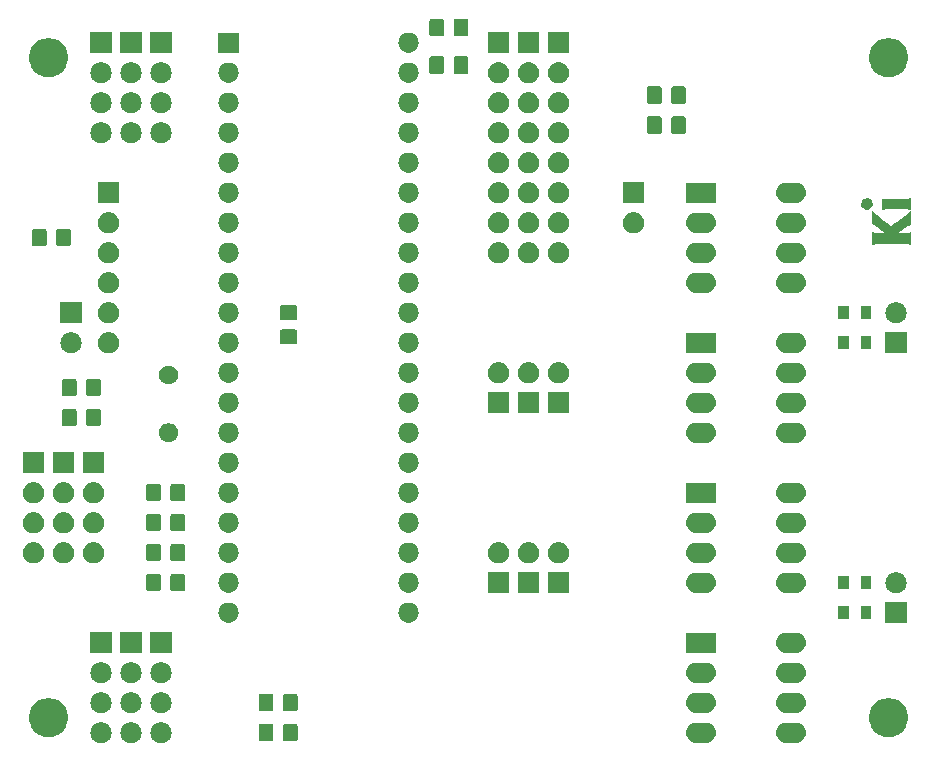
<source format=gts>
G04 #@! TF.GenerationSoftware,KiCad,Pcbnew,5.0.1-33cea8e~67~ubuntu18.04.1*
G04 #@! TF.CreationDate,2018-10-22T08:51:28+02:00*
G04 #@! TF.ProjectId,puenteH,7075656E7465482E6B696361645F7063,rev?*
G04 #@! TF.SameCoordinates,Original*
G04 #@! TF.FileFunction,Soldermask,Top*
G04 #@! TF.FilePolarity,Negative*
%FSLAX46Y46*%
G04 Gerber Fmt 4.6, Leading zero omitted, Abs format (unit mm)*
G04 Created by KiCad (PCBNEW 5.0.1-33cea8e~67~ubuntu18.04.1) date lun 22 oct 2018 08:51:28 CEST*
%MOMM*%
%LPD*%
G01*
G04 APERTURE LIST*
%ADD10C,0.010000*%
%ADD11C,0.100000*%
G04 APERTURE END LIST*
D10*
G04 #@! TO.C,REF\002A\002A*
G36*
X147585960Y-66814059D02*
X147652395Y-66696455D01*
X147755045Y-66602977D01*
X147841124Y-66559188D01*
X147979614Y-66528578D01*
X148117591Y-66537679D01*
X148239084Y-66585027D01*
X148257850Y-66597412D01*
X148345408Y-66687851D01*
X148405553Y-66806729D01*
X148435418Y-66939667D01*
X148432134Y-67072287D01*
X148392832Y-67190210D01*
X148380244Y-67210994D01*
X148301394Y-67293263D01*
X148192770Y-67361086D01*
X148075295Y-67403253D01*
X148005799Y-67411600D01*
X147896575Y-67392326D01*
X147782110Y-67341810D01*
X147683158Y-67271018D01*
X147634295Y-67215358D01*
X147573876Y-67083139D01*
X147558776Y-66946163D01*
X147585960Y-66814059D01*
X147585960Y-66814059D01*
G37*
X147585960Y-66814059D02*
X147652395Y-66696455D01*
X147755045Y-66602977D01*
X147841124Y-66559188D01*
X147979614Y-66528578D01*
X148117591Y-66537679D01*
X148239084Y-66585027D01*
X148257850Y-66597412D01*
X148345408Y-66687851D01*
X148405553Y-66806729D01*
X148435418Y-66939667D01*
X148432134Y-67072287D01*
X148392832Y-67190210D01*
X148380244Y-67210994D01*
X148301394Y-67293263D01*
X148192770Y-67361086D01*
X148075295Y-67403253D01*
X148005799Y-67411600D01*
X147896575Y-67392326D01*
X147782110Y-67341810D01*
X147683158Y-67271018D01*
X147634295Y-67215358D01*
X147573876Y-67083139D01*
X147558776Y-66946163D01*
X147585960Y-66814059D01*
G36*
X150452045Y-66573400D02*
X150723528Y-66573179D01*
X150948618Y-66572417D01*
X151131721Y-66570974D01*
X151277240Y-66568706D01*
X151389583Y-66565469D01*
X151473155Y-66561122D01*
X151532359Y-66555520D01*
X151571603Y-66548522D01*
X151595292Y-66539984D01*
X151601395Y-66536108D01*
X151638943Y-66509822D01*
X151667085Y-66499109D01*
X151687174Y-66509290D01*
X151700563Y-66545688D01*
X151708605Y-66613624D01*
X151712653Y-66718422D01*
X151714060Y-66865402D01*
X151714200Y-66979800D01*
X151713515Y-67130082D01*
X151711608Y-67261273D01*
X151708702Y-67365573D01*
X151705017Y-67435181D01*
X151700776Y-67462295D01*
X151700488Y-67462400D01*
X151671454Y-67451845D01*
X151614509Y-67425274D01*
X151587200Y-67411600D01*
X151559760Y-67398734D01*
X151529394Y-67388241D01*
X151490920Y-67379880D01*
X151439155Y-67373409D01*
X151368918Y-67368589D01*
X151275027Y-67365178D01*
X151152301Y-67362935D01*
X150995559Y-67361619D01*
X150799617Y-67360990D01*
X150559296Y-67360805D01*
X150494750Y-67360800D01*
X150237269Y-67361053D01*
X150025749Y-67361929D01*
X149855351Y-67363604D01*
X149721238Y-67366252D01*
X149618571Y-67370050D01*
X149542513Y-67375173D01*
X149488226Y-67381797D01*
X149450872Y-67390097D01*
X149426938Y-67399553D01*
X149352000Y-67438305D01*
X149352000Y-66573400D01*
X150452045Y-66573400D01*
X150452045Y-66573400D01*
G37*
X150452045Y-66573400D02*
X150723528Y-66573179D01*
X150948618Y-66572417D01*
X151131721Y-66570974D01*
X151277240Y-66568706D01*
X151389583Y-66565469D01*
X151473155Y-66561122D01*
X151532359Y-66555520D01*
X151571603Y-66548522D01*
X151595292Y-66539984D01*
X151601395Y-66536108D01*
X151638943Y-66509822D01*
X151667085Y-66499109D01*
X151687174Y-66509290D01*
X151700563Y-66545688D01*
X151708605Y-66613624D01*
X151712653Y-66718422D01*
X151714060Y-66865402D01*
X151714200Y-66979800D01*
X151713515Y-67130082D01*
X151711608Y-67261273D01*
X151708702Y-67365573D01*
X151705017Y-67435181D01*
X151700776Y-67462295D01*
X151700488Y-67462400D01*
X151671454Y-67451845D01*
X151614509Y-67425274D01*
X151587200Y-67411600D01*
X151559760Y-67398734D01*
X151529394Y-67388241D01*
X151490920Y-67379880D01*
X151439155Y-67373409D01*
X151368918Y-67368589D01*
X151275027Y-67365178D01*
X151152301Y-67362935D01*
X150995559Y-67361619D01*
X150799617Y-67360990D01*
X150559296Y-67360805D01*
X150494750Y-67360800D01*
X150237269Y-67361053D01*
X150025749Y-67361929D01*
X149855351Y-67363604D01*
X149721238Y-67366252D01*
X149618571Y-67370050D01*
X149542513Y-67375173D01*
X149488226Y-67381797D01*
X149450872Y-67390097D01*
X149426938Y-67399553D01*
X149352000Y-67438305D01*
X149352000Y-66573400D01*
X150452045Y-66573400D01*
G36*
X148488400Y-68156253D02*
X148488400Y-67610941D01*
X148689787Y-67809721D01*
X149052691Y-68139429D01*
X149326815Y-68353849D01*
X149430400Y-68432297D01*
X149550529Y-68526856D01*
X149674202Y-68626950D01*
X149788419Y-68722002D01*
X149880181Y-68801434D01*
X149907760Y-68826532D01*
X149995212Y-68907964D01*
X150086356Y-68838006D01*
X150275604Y-68702564D01*
X150415050Y-68615022D01*
X150497286Y-68560152D01*
X150576612Y-68498876D01*
X150582607Y-68493727D01*
X150665581Y-68424778D01*
X150768137Y-68344253D01*
X150878288Y-68261058D01*
X150984047Y-68184098D01*
X151073425Y-68122281D01*
X151130547Y-68086624D01*
X151183596Y-68051543D01*
X151262062Y-67993014D01*
X151353252Y-67921180D01*
X151444472Y-67846185D01*
X151523032Y-67778172D01*
X151562020Y-67741800D01*
X151588081Y-67717911D01*
X151635406Y-67675637D01*
X151644570Y-67667523D01*
X151714200Y-67605945D01*
X151714200Y-68732400D01*
X151635923Y-68732400D01*
X151559395Y-68749163D01*
X151454149Y-68796393D01*
X151328239Y-68869507D01*
X151189716Y-68963919D01*
X151075533Y-69051458D01*
X150983313Y-69122732D01*
X150892269Y-69188053D01*
X150819535Y-69235223D01*
X150808833Y-69241329D01*
X150742434Y-69281371D01*
X150694284Y-69316658D01*
X150685500Y-69325301D01*
X150646816Y-69359862D01*
X150590250Y-69400085D01*
X150542093Y-69437774D01*
X150520487Y-69468285D01*
X150520400Y-69469586D01*
X150545091Y-69478462D01*
X150616381Y-69485582D01*
X150730092Y-69490736D01*
X150882044Y-69493717D01*
X151016961Y-69494400D01*
X151196263Y-69493716D01*
X151332270Y-69491305D01*
X151432475Y-69486625D01*
X151504369Y-69479137D01*
X151555443Y-69468302D01*
X151593188Y-69453579D01*
X151594811Y-69452756D01*
X151654491Y-69417283D01*
X151692618Y-69385777D01*
X151694761Y-69382906D01*
X151700323Y-69398403D01*
X151705262Y-69457753D01*
X151709312Y-69554014D01*
X151712207Y-69680241D01*
X151713682Y-69829489D01*
X151713811Y-69881206D01*
X151714200Y-70407711D01*
X151644350Y-70378032D01*
X151585758Y-70349859D01*
X151550370Y-70327776D01*
X151521142Y-70323943D01*
X151445781Y-70320343D01*
X151328951Y-70317041D01*
X151175317Y-70314104D01*
X150989546Y-70311601D01*
X150776302Y-70309596D01*
X150540251Y-70308158D01*
X150286059Y-70307353D01*
X150114290Y-70307201D01*
X149810311Y-70307259D01*
X149552912Y-70307530D01*
X149337874Y-70308154D01*
X149160978Y-70309274D01*
X149018004Y-70311031D01*
X148904733Y-70313567D01*
X148816945Y-70317024D01*
X148750421Y-70321543D01*
X148700941Y-70327267D01*
X148664286Y-70334338D01*
X148636237Y-70342896D01*
X148612574Y-70353084D01*
X148602699Y-70358001D01*
X148540869Y-70388756D01*
X148501660Y-70406810D01*
X148495729Y-70408801D01*
X148493507Y-70384665D01*
X148491556Y-70317312D01*
X148489984Y-70214328D01*
X148488901Y-70083294D01*
X148488415Y-69931795D01*
X148488400Y-69898083D01*
X148488664Y-69724940D01*
X148489831Y-69596371D01*
X148492464Y-69506154D01*
X148497123Y-69448063D01*
X148504372Y-69415876D01*
X148514772Y-69403368D01*
X148528885Y-69404314D01*
X148532850Y-69405836D01*
X148621673Y-69439195D01*
X148710181Y-69463261D01*
X148809141Y-69479420D01*
X148929321Y-69489058D01*
X149081488Y-69493560D01*
X149221088Y-69494400D01*
X149640904Y-69494401D01*
X149567900Y-69418201D01*
X149517557Y-69370587D01*
X149480278Y-69344006D01*
X149473483Y-69342000D01*
X149447550Y-69326863D01*
X149394128Y-69287372D01*
X149324145Y-69232412D01*
X149248529Y-69170868D01*
X149178209Y-69111623D01*
X149124114Y-69063561D01*
X149098000Y-69036761D01*
X149070734Y-69014439D01*
X149014630Y-68976064D01*
X148971000Y-68948198D01*
X148883298Y-68889995D01*
X148796698Y-68827049D01*
X148768362Y-68804701D01*
X148701736Y-68759987D01*
X148640643Y-68734592D01*
X148624390Y-68732400D01*
X148580677Y-68731878D01*
X148547502Y-68726209D01*
X148523412Y-68709238D01*
X148506955Y-68674811D01*
X148496677Y-68616774D01*
X148491127Y-68528972D01*
X148488851Y-68405250D01*
X148488396Y-68239455D01*
X148488400Y-68156253D01*
X148488400Y-68156253D01*
G37*
X148488400Y-68156253D02*
X148488400Y-67610941D01*
X148689787Y-67809721D01*
X149052691Y-68139429D01*
X149326815Y-68353849D01*
X149430400Y-68432297D01*
X149550529Y-68526856D01*
X149674202Y-68626950D01*
X149788419Y-68722002D01*
X149880181Y-68801434D01*
X149907760Y-68826532D01*
X149995212Y-68907964D01*
X150086356Y-68838006D01*
X150275604Y-68702564D01*
X150415050Y-68615022D01*
X150497286Y-68560152D01*
X150576612Y-68498876D01*
X150582607Y-68493727D01*
X150665581Y-68424778D01*
X150768137Y-68344253D01*
X150878288Y-68261058D01*
X150984047Y-68184098D01*
X151073425Y-68122281D01*
X151130547Y-68086624D01*
X151183596Y-68051543D01*
X151262062Y-67993014D01*
X151353252Y-67921180D01*
X151444472Y-67846185D01*
X151523032Y-67778172D01*
X151562020Y-67741800D01*
X151588081Y-67717911D01*
X151635406Y-67675637D01*
X151644570Y-67667523D01*
X151714200Y-67605945D01*
X151714200Y-68732400D01*
X151635923Y-68732400D01*
X151559395Y-68749163D01*
X151454149Y-68796393D01*
X151328239Y-68869507D01*
X151189716Y-68963919D01*
X151075533Y-69051458D01*
X150983313Y-69122732D01*
X150892269Y-69188053D01*
X150819535Y-69235223D01*
X150808833Y-69241329D01*
X150742434Y-69281371D01*
X150694284Y-69316658D01*
X150685500Y-69325301D01*
X150646816Y-69359862D01*
X150590250Y-69400085D01*
X150542093Y-69437774D01*
X150520487Y-69468285D01*
X150520400Y-69469586D01*
X150545091Y-69478462D01*
X150616381Y-69485582D01*
X150730092Y-69490736D01*
X150882044Y-69493717D01*
X151016961Y-69494400D01*
X151196263Y-69493716D01*
X151332270Y-69491305D01*
X151432475Y-69486625D01*
X151504369Y-69479137D01*
X151555443Y-69468302D01*
X151593188Y-69453579D01*
X151594811Y-69452756D01*
X151654491Y-69417283D01*
X151692618Y-69385777D01*
X151694761Y-69382906D01*
X151700323Y-69398403D01*
X151705262Y-69457753D01*
X151709312Y-69554014D01*
X151712207Y-69680241D01*
X151713682Y-69829489D01*
X151713811Y-69881206D01*
X151714200Y-70407711D01*
X151644350Y-70378032D01*
X151585758Y-70349859D01*
X151550370Y-70327776D01*
X151521142Y-70323943D01*
X151445781Y-70320343D01*
X151328951Y-70317041D01*
X151175317Y-70314104D01*
X150989546Y-70311601D01*
X150776302Y-70309596D01*
X150540251Y-70308158D01*
X150286059Y-70307353D01*
X150114290Y-70307201D01*
X149810311Y-70307259D01*
X149552912Y-70307530D01*
X149337874Y-70308154D01*
X149160978Y-70309274D01*
X149018004Y-70311031D01*
X148904733Y-70313567D01*
X148816945Y-70317024D01*
X148750421Y-70321543D01*
X148700941Y-70327267D01*
X148664286Y-70334338D01*
X148636237Y-70342896D01*
X148612574Y-70353084D01*
X148602699Y-70358001D01*
X148540869Y-70388756D01*
X148501660Y-70406810D01*
X148495729Y-70408801D01*
X148493507Y-70384665D01*
X148491556Y-70317312D01*
X148489984Y-70214328D01*
X148488901Y-70083294D01*
X148488415Y-69931795D01*
X148488400Y-69898083D01*
X148488664Y-69724940D01*
X148489831Y-69596371D01*
X148492464Y-69506154D01*
X148497123Y-69448063D01*
X148504372Y-69415876D01*
X148514772Y-69403368D01*
X148528885Y-69404314D01*
X148532850Y-69405836D01*
X148621673Y-69439195D01*
X148710181Y-69463261D01*
X148809141Y-69479420D01*
X148929321Y-69489058D01*
X149081488Y-69493560D01*
X149221088Y-69494400D01*
X149640904Y-69494401D01*
X149567900Y-69418201D01*
X149517557Y-69370587D01*
X149480278Y-69344006D01*
X149473483Y-69342000D01*
X149447550Y-69326863D01*
X149394128Y-69287372D01*
X149324145Y-69232412D01*
X149248529Y-69170868D01*
X149178209Y-69111623D01*
X149124114Y-69063561D01*
X149098000Y-69036761D01*
X149070734Y-69014439D01*
X149014630Y-68976064D01*
X148971000Y-68948198D01*
X148883298Y-68889995D01*
X148796698Y-68827049D01*
X148768362Y-68804701D01*
X148701736Y-68759987D01*
X148640643Y-68734592D01*
X148624390Y-68732400D01*
X148580677Y-68731878D01*
X148547502Y-68726209D01*
X148523412Y-68709238D01*
X148506955Y-68674811D01*
X148496677Y-68616774D01*
X148491127Y-68528972D01*
X148488851Y-68405250D01*
X148488396Y-68239455D01*
X148488400Y-68156253D01*
D11*
G36*
X83295442Y-110865518D02*
X83361627Y-110872037D01*
X83474853Y-110906384D01*
X83531467Y-110923557D01*
X83670087Y-110997652D01*
X83687991Y-111007222D01*
X83696530Y-111014230D01*
X83825186Y-111119814D01*
X83904665Y-111216661D01*
X83937778Y-111257009D01*
X83937779Y-111257011D01*
X84021443Y-111413533D01*
X84038616Y-111470147D01*
X84072963Y-111583373D01*
X84090359Y-111760000D01*
X84072963Y-111936627D01*
X84038616Y-112049853D01*
X84021443Y-112106467D01*
X84002984Y-112141000D01*
X83937778Y-112262991D01*
X83914032Y-112291925D01*
X83825186Y-112400186D01*
X83732154Y-112476534D01*
X83687991Y-112512778D01*
X83687989Y-112512779D01*
X83531467Y-112596443D01*
X83524069Y-112598687D01*
X83361627Y-112647963D01*
X83295442Y-112654482D01*
X83229260Y-112661000D01*
X83140740Y-112661000D01*
X83074558Y-112654482D01*
X83008373Y-112647963D01*
X82845931Y-112598687D01*
X82838533Y-112596443D01*
X82682011Y-112512779D01*
X82682009Y-112512778D01*
X82637846Y-112476534D01*
X82544814Y-112400186D01*
X82455968Y-112291925D01*
X82432222Y-112262991D01*
X82367016Y-112141000D01*
X82348557Y-112106467D01*
X82331384Y-112049853D01*
X82297037Y-111936627D01*
X82279641Y-111760000D01*
X82297037Y-111583373D01*
X82331384Y-111470147D01*
X82348557Y-111413533D01*
X82432221Y-111257011D01*
X82432222Y-111257009D01*
X82465335Y-111216661D01*
X82544814Y-111119814D01*
X82673470Y-111014230D01*
X82682009Y-111007222D01*
X82699913Y-110997652D01*
X82838533Y-110923557D01*
X82895147Y-110906384D01*
X83008373Y-110872037D01*
X83074558Y-110865518D01*
X83140740Y-110859000D01*
X83229260Y-110859000D01*
X83295442Y-110865518D01*
X83295442Y-110865518D01*
G37*
G36*
X85835442Y-110865518D02*
X85901627Y-110872037D01*
X86014853Y-110906384D01*
X86071467Y-110923557D01*
X86210087Y-110997652D01*
X86227991Y-111007222D01*
X86236530Y-111014230D01*
X86365186Y-111119814D01*
X86444665Y-111216661D01*
X86477778Y-111257009D01*
X86477779Y-111257011D01*
X86561443Y-111413533D01*
X86578616Y-111470147D01*
X86612963Y-111583373D01*
X86630359Y-111760000D01*
X86612963Y-111936627D01*
X86578616Y-112049853D01*
X86561443Y-112106467D01*
X86542984Y-112141000D01*
X86477778Y-112262991D01*
X86454032Y-112291925D01*
X86365186Y-112400186D01*
X86272154Y-112476534D01*
X86227991Y-112512778D01*
X86227989Y-112512779D01*
X86071467Y-112596443D01*
X86064069Y-112598687D01*
X85901627Y-112647963D01*
X85835442Y-112654482D01*
X85769260Y-112661000D01*
X85680740Y-112661000D01*
X85614558Y-112654482D01*
X85548373Y-112647963D01*
X85385931Y-112598687D01*
X85378533Y-112596443D01*
X85222011Y-112512779D01*
X85222009Y-112512778D01*
X85177846Y-112476534D01*
X85084814Y-112400186D01*
X84995968Y-112291925D01*
X84972222Y-112262991D01*
X84907016Y-112141000D01*
X84888557Y-112106467D01*
X84871384Y-112049853D01*
X84837037Y-111936627D01*
X84819641Y-111760000D01*
X84837037Y-111583373D01*
X84871384Y-111470147D01*
X84888557Y-111413533D01*
X84972221Y-111257011D01*
X84972222Y-111257009D01*
X85005335Y-111216661D01*
X85084814Y-111119814D01*
X85213470Y-111014230D01*
X85222009Y-111007222D01*
X85239913Y-110997652D01*
X85378533Y-110923557D01*
X85435147Y-110906384D01*
X85548373Y-110872037D01*
X85614558Y-110865518D01*
X85680740Y-110859000D01*
X85769260Y-110859000D01*
X85835442Y-110865518D01*
X85835442Y-110865518D01*
G37*
G36*
X88375442Y-110865518D02*
X88441627Y-110872037D01*
X88554853Y-110906384D01*
X88611467Y-110923557D01*
X88750087Y-110997652D01*
X88767991Y-111007222D01*
X88776530Y-111014230D01*
X88905186Y-111119814D01*
X88984665Y-111216661D01*
X89017778Y-111257009D01*
X89017779Y-111257011D01*
X89101443Y-111413533D01*
X89118616Y-111470147D01*
X89152963Y-111583373D01*
X89170359Y-111760000D01*
X89152963Y-111936627D01*
X89118616Y-112049853D01*
X89101443Y-112106467D01*
X89082984Y-112141000D01*
X89017778Y-112262991D01*
X88994032Y-112291925D01*
X88905186Y-112400186D01*
X88812154Y-112476534D01*
X88767991Y-112512778D01*
X88767989Y-112512779D01*
X88611467Y-112596443D01*
X88604069Y-112598687D01*
X88441627Y-112647963D01*
X88375442Y-112654482D01*
X88309260Y-112661000D01*
X88220740Y-112661000D01*
X88154558Y-112654482D01*
X88088373Y-112647963D01*
X87925931Y-112598687D01*
X87918533Y-112596443D01*
X87762011Y-112512779D01*
X87762009Y-112512778D01*
X87717846Y-112476534D01*
X87624814Y-112400186D01*
X87535968Y-112291925D01*
X87512222Y-112262991D01*
X87447016Y-112141000D01*
X87428557Y-112106467D01*
X87411384Y-112049853D01*
X87377037Y-111936627D01*
X87359641Y-111760000D01*
X87377037Y-111583373D01*
X87411384Y-111470147D01*
X87428557Y-111413533D01*
X87512221Y-111257011D01*
X87512222Y-111257009D01*
X87545335Y-111216661D01*
X87624814Y-111119814D01*
X87753470Y-111014230D01*
X87762009Y-111007222D01*
X87779913Y-110997652D01*
X87918533Y-110923557D01*
X87975147Y-110906384D01*
X88088373Y-110872037D01*
X88154558Y-110865518D01*
X88220740Y-110859000D01*
X88309260Y-110859000D01*
X88375442Y-110865518D01*
X88375442Y-110865518D01*
G37*
G36*
X142171821Y-110921313D02*
X142171824Y-110921314D01*
X142171825Y-110921314D01*
X142332239Y-110969975D01*
X142332241Y-110969976D01*
X142332244Y-110969977D01*
X142480078Y-111048995D01*
X142609659Y-111155341D01*
X142716005Y-111284922D01*
X142795023Y-111432756D01*
X142795024Y-111432759D01*
X142795025Y-111432761D01*
X142840713Y-111583375D01*
X142843687Y-111593179D01*
X142860117Y-111760000D01*
X142843687Y-111926821D01*
X142843686Y-111926824D01*
X142843686Y-111926825D01*
X142840713Y-111936627D01*
X142795023Y-112087244D01*
X142716005Y-112235078D01*
X142609659Y-112364659D01*
X142480078Y-112471005D01*
X142332244Y-112550023D01*
X142332241Y-112550024D01*
X142332239Y-112550025D01*
X142171825Y-112598686D01*
X142171824Y-112598686D01*
X142171821Y-112598687D01*
X142046804Y-112611000D01*
X141163196Y-112611000D01*
X141038179Y-112598687D01*
X141038176Y-112598686D01*
X141038175Y-112598686D01*
X140877761Y-112550025D01*
X140877759Y-112550024D01*
X140877756Y-112550023D01*
X140729922Y-112471005D01*
X140600341Y-112364659D01*
X140493995Y-112235078D01*
X140414977Y-112087244D01*
X140369288Y-111936627D01*
X140366314Y-111926825D01*
X140366314Y-111926824D01*
X140366313Y-111926821D01*
X140349883Y-111760000D01*
X140366313Y-111593179D01*
X140369287Y-111583375D01*
X140414975Y-111432761D01*
X140414976Y-111432759D01*
X140414977Y-111432756D01*
X140493995Y-111284922D01*
X140600341Y-111155341D01*
X140729922Y-111048995D01*
X140877756Y-110969977D01*
X140877759Y-110969976D01*
X140877761Y-110969975D01*
X141038175Y-110921314D01*
X141038176Y-110921314D01*
X141038179Y-110921313D01*
X141163196Y-110909000D01*
X142046804Y-110909000D01*
X142171821Y-110921313D01*
X142171821Y-110921313D01*
G37*
G36*
X134551821Y-110921313D02*
X134551824Y-110921314D01*
X134551825Y-110921314D01*
X134712239Y-110969975D01*
X134712241Y-110969976D01*
X134712244Y-110969977D01*
X134860078Y-111048995D01*
X134989659Y-111155341D01*
X135096005Y-111284922D01*
X135175023Y-111432756D01*
X135175024Y-111432759D01*
X135175025Y-111432761D01*
X135220713Y-111583375D01*
X135223687Y-111593179D01*
X135240117Y-111760000D01*
X135223687Y-111926821D01*
X135223686Y-111926824D01*
X135223686Y-111926825D01*
X135220713Y-111936627D01*
X135175023Y-112087244D01*
X135096005Y-112235078D01*
X134989659Y-112364659D01*
X134860078Y-112471005D01*
X134712244Y-112550023D01*
X134712241Y-112550024D01*
X134712239Y-112550025D01*
X134551825Y-112598686D01*
X134551824Y-112598686D01*
X134551821Y-112598687D01*
X134426804Y-112611000D01*
X133543196Y-112611000D01*
X133418179Y-112598687D01*
X133418176Y-112598686D01*
X133418175Y-112598686D01*
X133257761Y-112550025D01*
X133257759Y-112550024D01*
X133257756Y-112550023D01*
X133109922Y-112471005D01*
X132980341Y-112364659D01*
X132873995Y-112235078D01*
X132794977Y-112087244D01*
X132749288Y-111936627D01*
X132746314Y-111926825D01*
X132746314Y-111926824D01*
X132746313Y-111926821D01*
X132729883Y-111760000D01*
X132746313Y-111593179D01*
X132749287Y-111583375D01*
X132794975Y-111432761D01*
X132794976Y-111432759D01*
X132794977Y-111432756D01*
X132873995Y-111284922D01*
X132980341Y-111155341D01*
X133109922Y-111048995D01*
X133257756Y-110969977D01*
X133257759Y-110969976D01*
X133257761Y-110969975D01*
X133418175Y-110921314D01*
X133418176Y-110921314D01*
X133418179Y-110921313D01*
X133543196Y-110909000D01*
X134426804Y-110909000D01*
X134551821Y-110921313D01*
X134551821Y-110921313D01*
G37*
G36*
X99668677Y-111013465D02*
X99706364Y-111024898D01*
X99741103Y-111043466D01*
X99771548Y-111068452D01*
X99796534Y-111098897D01*
X99815102Y-111133636D01*
X99826535Y-111171323D01*
X99831000Y-111216661D01*
X99831000Y-112303339D01*
X99826535Y-112348677D01*
X99815102Y-112386364D01*
X99796534Y-112421103D01*
X99771548Y-112451548D01*
X99741103Y-112476534D01*
X99706364Y-112495102D01*
X99668677Y-112506535D01*
X99623339Y-112511000D01*
X98786661Y-112511000D01*
X98741323Y-112506535D01*
X98703636Y-112495102D01*
X98668897Y-112476534D01*
X98638452Y-112451548D01*
X98613466Y-112421103D01*
X98594898Y-112386364D01*
X98583465Y-112348677D01*
X98579000Y-112303339D01*
X98579000Y-111216661D01*
X98583465Y-111171323D01*
X98594898Y-111133636D01*
X98613466Y-111098897D01*
X98638452Y-111068452D01*
X98668897Y-111043466D01*
X98703636Y-111024898D01*
X98741323Y-111013465D01*
X98786661Y-111009000D01*
X99623339Y-111009000D01*
X99668677Y-111013465D01*
X99668677Y-111013465D01*
G37*
G36*
X97618677Y-111013465D02*
X97656364Y-111024898D01*
X97691103Y-111043466D01*
X97721548Y-111068452D01*
X97746534Y-111098897D01*
X97765102Y-111133636D01*
X97776535Y-111171323D01*
X97781000Y-111216661D01*
X97781000Y-112303339D01*
X97776535Y-112348677D01*
X97765102Y-112386364D01*
X97746534Y-112421103D01*
X97721548Y-112451548D01*
X97691103Y-112476534D01*
X97656364Y-112495102D01*
X97618677Y-112506535D01*
X97573339Y-112511000D01*
X96736661Y-112511000D01*
X96691323Y-112506535D01*
X96653636Y-112495102D01*
X96618897Y-112476534D01*
X96588452Y-112451548D01*
X96563466Y-112421103D01*
X96544898Y-112386364D01*
X96533465Y-112348677D01*
X96529000Y-112303339D01*
X96529000Y-111216661D01*
X96533465Y-111171323D01*
X96544898Y-111133636D01*
X96563466Y-111098897D01*
X96588452Y-111068452D01*
X96618897Y-111043466D01*
X96653636Y-111024898D01*
X96691323Y-111013465D01*
X96736661Y-111009000D01*
X97573339Y-111009000D01*
X97618677Y-111013465D01*
X97618677Y-111013465D01*
G37*
G36*
X79115256Y-108881298D02*
X79221579Y-108902447D01*
X79522042Y-109026903D01*
X79788852Y-109205180D01*
X79792454Y-109207587D01*
X80022413Y-109437546D01*
X80022415Y-109437549D01*
X80203097Y-109707958D01*
X80327553Y-110008421D01*
X80391000Y-110327391D01*
X80391000Y-110652609D01*
X80327553Y-110971579D01*
X80260427Y-111133636D01*
X80203098Y-111272040D01*
X80022413Y-111542454D01*
X79792454Y-111772413D01*
X79792451Y-111772415D01*
X79522042Y-111953097D01*
X79221579Y-112077553D01*
X79115256Y-112098702D01*
X78902611Y-112141000D01*
X78577389Y-112141000D01*
X78364744Y-112098702D01*
X78258421Y-112077553D01*
X77957958Y-111953097D01*
X77687549Y-111772415D01*
X77687546Y-111772413D01*
X77457587Y-111542454D01*
X77276902Y-111272040D01*
X77219573Y-111133636D01*
X77152447Y-110971579D01*
X77089000Y-110652609D01*
X77089000Y-110327391D01*
X77152447Y-110008421D01*
X77276903Y-109707958D01*
X77457585Y-109437549D01*
X77457587Y-109437546D01*
X77687546Y-109207587D01*
X77691148Y-109205180D01*
X77957958Y-109026903D01*
X78258421Y-108902447D01*
X78364744Y-108881298D01*
X78577389Y-108839000D01*
X78902611Y-108839000D01*
X79115256Y-108881298D01*
X79115256Y-108881298D01*
G37*
G36*
X150235256Y-108881298D02*
X150341579Y-108902447D01*
X150642042Y-109026903D01*
X150908852Y-109205180D01*
X150912454Y-109207587D01*
X151142413Y-109437546D01*
X151142415Y-109437549D01*
X151323097Y-109707958D01*
X151447553Y-110008421D01*
X151511000Y-110327391D01*
X151511000Y-110652609D01*
X151447553Y-110971579D01*
X151380427Y-111133636D01*
X151323098Y-111272040D01*
X151142413Y-111542454D01*
X150912454Y-111772413D01*
X150912451Y-111772415D01*
X150642042Y-111953097D01*
X150341579Y-112077553D01*
X150235256Y-112098702D01*
X150022611Y-112141000D01*
X149697389Y-112141000D01*
X149484744Y-112098702D01*
X149378421Y-112077553D01*
X149077958Y-111953097D01*
X148807549Y-111772415D01*
X148807546Y-111772413D01*
X148577587Y-111542454D01*
X148396902Y-111272040D01*
X148339573Y-111133636D01*
X148272447Y-110971579D01*
X148209000Y-110652609D01*
X148209000Y-110327391D01*
X148272447Y-110008421D01*
X148396903Y-109707958D01*
X148577585Y-109437549D01*
X148577587Y-109437546D01*
X148807546Y-109207587D01*
X148811148Y-109205180D01*
X149077958Y-109026903D01*
X149378421Y-108902447D01*
X149484744Y-108881298D01*
X149697389Y-108839000D01*
X150022611Y-108839000D01*
X150235256Y-108881298D01*
X150235256Y-108881298D01*
G37*
G36*
X88375443Y-108325519D02*
X88441627Y-108332037D01*
X88554853Y-108366384D01*
X88611467Y-108383557D01*
X88698311Y-108429977D01*
X88767991Y-108467222D01*
X88776530Y-108474230D01*
X88905186Y-108579814D01*
X88984665Y-108676661D01*
X89017778Y-108717009D01*
X89017779Y-108717011D01*
X89101443Y-108873533D01*
X89110214Y-108902447D01*
X89152963Y-109043373D01*
X89170359Y-109220000D01*
X89152963Y-109396627D01*
X89140550Y-109437546D01*
X89101443Y-109566467D01*
X89032698Y-109695078D01*
X89017778Y-109722991D01*
X88994032Y-109751925D01*
X88905186Y-109860186D01*
X88812154Y-109936534D01*
X88767991Y-109972778D01*
X88767989Y-109972779D01*
X88611467Y-110056443D01*
X88604069Y-110058687D01*
X88441627Y-110107963D01*
X88375443Y-110114481D01*
X88309260Y-110121000D01*
X88220740Y-110121000D01*
X88154557Y-110114481D01*
X88088373Y-110107963D01*
X87925931Y-110058687D01*
X87918533Y-110056443D01*
X87762011Y-109972779D01*
X87762009Y-109972778D01*
X87717846Y-109936534D01*
X87624814Y-109860186D01*
X87535968Y-109751925D01*
X87512222Y-109722991D01*
X87497302Y-109695078D01*
X87428557Y-109566467D01*
X87389450Y-109437546D01*
X87377037Y-109396627D01*
X87359641Y-109220000D01*
X87377037Y-109043373D01*
X87419786Y-108902447D01*
X87428557Y-108873533D01*
X87512221Y-108717011D01*
X87512222Y-108717009D01*
X87545335Y-108676661D01*
X87624814Y-108579814D01*
X87753470Y-108474230D01*
X87762009Y-108467222D01*
X87831689Y-108429977D01*
X87918533Y-108383557D01*
X87975147Y-108366384D01*
X88088373Y-108332037D01*
X88154557Y-108325519D01*
X88220740Y-108319000D01*
X88309260Y-108319000D01*
X88375443Y-108325519D01*
X88375443Y-108325519D01*
G37*
G36*
X83295443Y-108325519D02*
X83361627Y-108332037D01*
X83474853Y-108366384D01*
X83531467Y-108383557D01*
X83618311Y-108429977D01*
X83687991Y-108467222D01*
X83696530Y-108474230D01*
X83825186Y-108579814D01*
X83904665Y-108676661D01*
X83937778Y-108717009D01*
X83937779Y-108717011D01*
X84021443Y-108873533D01*
X84030214Y-108902447D01*
X84072963Y-109043373D01*
X84090359Y-109220000D01*
X84072963Y-109396627D01*
X84060550Y-109437546D01*
X84021443Y-109566467D01*
X83952698Y-109695078D01*
X83937778Y-109722991D01*
X83914032Y-109751925D01*
X83825186Y-109860186D01*
X83732154Y-109936534D01*
X83687991Y-109972778D01*
X83687989Y-109972779D01*
X83531467Y-110056443D01*
X83524069Y-110058687D01*
X83361627Y-110107963D01*
X83295443Y-110114481D01*
X83229260Y-110121000D01*
X83140740Y-110121000D01*
X83074557Y-110114481D01*
X83008373Y-110107963D01*
X82845931Y-110058687D01*
X82838533Y-110056443D01*
X82682011Y-109972779D01*
X82682009Y-109972778D01*
X82637846Y-109936534D01*
X82544814Y-109860186D01*
X82455968Y-109751925D01*
X82432222Y-109722991D01*
X82417302Y-109695078D01*
X82348557Y-109566467D01*
X82309450Y-109437546D01*
X82297037Y-109396627D01*
X82279641Y-109220000D01*
X82297037Y-109043373D01*
X82339786Y-108902447D01*
X82348557Y-108873533D01*
X82432221Y-108717011D01*
X82432222Y-108717009D01*
X82465335Y-108676661D01*
X82544814Y-108579814D01*
X82673470Y-108474230D01*
X82682009Y-108467222D01*
X82751689Y-108429977D01*
X82838533Y-108383557D01*
X82895147Y-108366384D01*
X83008373Y-108332037D01*
X83074557Y-108325519D01*
X83140740Y-108319000D01*
X83229260Y-108319000D01*
X83295443Y-108325519D01*
X83295443Y-108325519D01*
G37*
G36*
X85835443Y-108325519D02*
X85901627Y-108332037D01*
X86014853Y-108366384D01*
X86071467Y-108383557D01*
X86158311Y-108429977D01*
X86227991Y-108467222D01*
X86236530Y-108474230D01*
X86365186Y-108579814D01*
X86444665Y-108676661D01*
X86477778Y-108717009D01*
X86477779Y-108717011D01*
X86561443Y-108873533D01*
X86570214Y-108902447D01*
X86612963Y-109043373D01*
X86630359Y-109220000D01*
X86612963Y-109396627D01*
X86600550Y-109437546D01*
X86561443Y-109566467D01*
X86492698Y-109695078D01*
X86477778Y-109722991D01*
X86454032Y-109751925D01*
X86365186Y-109860186D01*
X86272154Y-109936534D01*
X86227991Y-109972778D01*
X86227989Y-109972779D01*
X86071467Y-110056443D01*
X86064069Y-110058687D01*
X85901627Y-110107963D01*
X85835443Y-110114481D01*
X85769260Y-110121000D01*
X85680740Y-110121000D01*
X85614557Y-110114481D01*
X85548373Y-110107963D01*
X85385931Y-110058687D01*
X85378533Y-110056443D01*
X85222011Y-109972779D01*
X85222009Y-109972778D01*
X85177846Y-109936534D01*
X85084814Y-109860186D01*
X84995968Y-109751925D01*
X84972222Y-109722991D01*
X84957302Y-109695078D01*
X84888557Y-109566467D01*
X84849450Y-109437546D01*
X84837037Y-109396627D01*
X84819641Y-109220000D01*
X84837037Y-109043373D01*
X84879786Y-108902447D01*
X84888557Y-108873533D01*
X84972221Y-108717011D01*
X84972222Y-108717009D01*
X85005335Y-108676661D01*
X85084814Y-108579814D01*
X85213470Y-108474230D01*
X85222009Y-108467222D01*
X85291689Y-108429977D01*
X85378533Y-108383557D01*
X85435147Y-108366384D01*
X85548373Y-108332037D01*
X85614557Y-108325519D01*
X85680740Y-108319000D01*
X85769260Y-108319000D01*
X85835443Y-108325519D01*
X85835443Y-108325519D01*
G37*
G36*
X134551821Y-108381313D02*
X134551824Y-108381314D01*
X134551825Y-108381314D01*
X134712239Y-108429975D01*
X134712241Y-108429976D01*
X134712244Y-108429977D01*
X134860078Y-108508995D01*
X134989659Y-108615341D01*
X135096005Y-108744922D01*
X135175023Y-108892756D01*
X135175024Y-108892759D01*
X135175025Y-108892761D01*
X135220713Y-109043375D01*
X135223687Y-109053179D01*
X135240117Y-109220000D01*
X135223687Y-109386821D01*
X135223686Y-109386824D01*
X135223686Y-109386825D01*
X135220713Y-109396627D01*
X135175023Y-109547244D01*
X135096005Y-109695078D01*
X134989659Y-109824659D01*
X134860078Y-109931005D01*
X134712244Y-110010023D01*
X134712241Y-110010024D01*
X134712239Y-110010025D01*
X134551825Y-110058686D01*
X134551824Y-110058686D01*
X134551821Y-110058687D01*
X134426804Y-110071000D01*
X133543196Y-110071000D01*
X133418179Y-110058687D01*
X133418176Y-110058686D01*
X133418175Y-110058686D01*
X133257761Y-110010025D01*
X133257759Y-110010024D01*
X133257756Y-110010023D01*
X133109922Y-109931005D01*
X132980341Y-109824659D01*
X132873995Y-109695078D01*
X132794977Y-109547244D01*
X132749288Y-109396627D01*
X132746314Y-109386825D01*
X132746314Y-109386824D01*
X132746313Y-109386821D01*
X132729883Y-109220000D01*
X132746313Y-109053179D01*
X132749287Y-109043375D01*
X132794975Y-108892761D01*
X132794976Y-108892759D01*
X132794977Y-108892756D01*
X132873995Y-108744922D01*
X132980341Y-108615341D01*
X133109922Y-108508995D01*
X133257756Y-108429977D01*
X133257759Y-108429976D01*
X133257761Y-108429975D01*
X133418175Y-108381314D01*
X133418176Y-108381314D01*
X133418179Y-108381313D01*
X133543196Y-108369000D01*
X134426804Y-108369000D01*
X134551821Y-108381313D01*
X134551821Y-108381313D01*
G37*
G36*
X142171821Y-108381313D02*
X142171824Y-108381314D01*
X142171825Y-108381314D01*
X142332239Y-108429975D01*
X142332241Y-108429976D01*
X142332244Y-108429977D01*
X142480078Y-108508995D01*
X142609659Y-108615341D01*
X142716005Y-108744922D01*
X142795023Y-108892756D01*
X142795024Y-108892759D01*
X142795025Y-108892761D01*
X142840713Y-109043375D01*
X142843687Y-109053179D01*
X142860117Y-109220000D01*
X142843687Y-109386821D01*
X142843686Y-109386824D01*
X142843686Y-109386825D01*
X142840713Y-109396627D01*
X142795023Y-109547244D01*
X142716005Y-109695078D01*
X142609659Y-109824659D01*
X142480078Y-109931005D01*
X142332244Y-110010023D01*
X142332241Y-110010024D01*
X142332239Y-110010025D01*
X142171825Y-110058686D01*
X142171824Y-110058686D01*
X142171821Y-110058687D01*
X142046804Y-110071000D01*
X141163196Y-110071000D01*
X141038179Y-110058687D01*
X141038176Y-110058686D01*
X141038175Y-110058686D01*
X140877761Y-110010025D01*
X140877759Y-110010024D01*
X140877756Y-110010023D01*
X140729922Y-109931005D01*
X140600341Y-109824659D01*
X140493995Y-109695078D01*
X140414977Y-109547244D01*
X140369288Y-109396627D01*
X140366314Y-109386825D01*
X140366314Y-109386824D01*
X140366313Y-109386821D01*
X140349883Y-109220000D01*
X140366313Y-109053179D01*
X140369287Y-109043375D01*
X140414975Y-108892761D01*
X140414976Y-108892759D01*
X140414977Y-108892756D01*
X140493995Y-108744922D01*
X140600341Y-108615341D01*
X140729922Y-108508995D01*
X140877756Y-108429977D01*
X140877759Y-108429976D01*
X140877761Y-108429975D01*
X141038175Y-108381314D01*
X141038176Y-108381314D01*
X141038179Y-108381313D01*
X141163196Y-108369000D01*
X142046804Y-108369000D01*
X142171821Y-108381313D01*
X142171821Y-108381313D01*
G37*
G36*
X97618677Y-108473465D02*
X97656364Y-108484898D01*
X97691103Y-108503466D01*
X97721548Y-108528452D01*
X97746534Y-108558897D01*
X97765102Y-108593636D01*
X97776535Y-108631323D01*
X97781000Y-108676661D01*
X97781000Y-109763339D01*
X97776535Y-109808677D01*
X97765102Y-109846364D01*
X97746534Y-109881103D01*
X97721548Y-109911548D01*
X97691103Y-109936534D01*
X97656364Y-109955102D01*
X97618677Y-109966535D01*
X97573339Y-109971000D01*
X96736661Y-109971000D01*
X96691323Y-109966535D01*
X96653636Y-109955102D01*
X96618897Y-109936534D01*
X96588452Y-109911548D01*
X96563466Y-109881103D01*
X96544898Y-109846364D01*
X96533465Y-109808677D01*
X96529000Y-109763339D01*
X96529000Y-108676661D01*
X96533465Y-108631323D01*
X96544898Y-108593636D01*
X96563466Y-108558897D01*
X96588452Y-108528452D01*
X96618897Y-108503466D01*
X96653636Y-108484898D01*
X96691323Y-108473465D01*
X96736661Y-108469000D01*
X97573339Y-108469000D01*
X97618677Y-108473465D01*
X97618677Y-108473465D01*
G37*
G36*
X99668677Y-108473465D02*
X99706364Y-108484898D01*
X99741103Y-108503466D01*
X99771548Y-108528452D01*
X99796534Y-108558897D01*
X99815102Y-108593636D01*
X99826535Y-108631323D01*
X99831000Y-108676661D01*
X99831000Y-109763339D01*
X99826535Y-109808677D01*
X99815102Y-109846364D01*
X99796534Y-109881103D01*
X99771548Y-109911548D01*
X99741103Y-109936534D01*
X99706364Y-109955102D01*
X99668677Y-109966535D01*
X99623339Y-109971000D01*
X98786661Y-109971000D01*
X98741323Y-109966535D01*
X98703636Y-109955102D01*
X98668897Y-109936534D01*
X98638452Y-109911548D01*
X98613466Y-109881103D01*
X98594898Y-109846364D01*
X98583465Y-109808677D01*
X98579000Y-109763339D01*
X98579000Y-108676661D01*
X98583465Y-108631323D01*
X98594898Y-108593636D01*
X98613466Y-108558897D01*
X98638452Y-108528452D01*
X98668897Y-108503466D01*
X98703636Y-108484898D01*
X98741323Y-108473465D01*
X98786661Y-108469000D01*
X99623339Y-108469000D01*
X99668677Y-108473465D01*
X99668677Y-108473465D01*
G37*
G36*
X88375443Y-105785519D02*
X88441627Y-105792037D01*
X88554853Y-105826384D01*
X88611467Y-105843557D01*
X88698311Y-105889977D01*
X88767991Y-105927222D01*
X88803729Y-105956552D01*
X88905186Y-106039814D01*
X88988448Y-106141271D01*
X89017778Y-106177009D01*
X89017779Y-106177011D01*
X89101443Y-106333533D01*
X89118616Y-106390147D01*
X89152963Y-106503373D01*
X89170359Y-106680000D01*
X89152963Y-106856627D01*
X89118616Y-106969853D01*
X89101443Y-107026467D01*
X89032698Y-107155078D01*
X89017778Y-107182991D01*
X88988448Y-107218729D01*
X88905186Y-107320186D01*
X88803729Y-107403448D01*
X88767991Y-107432778D01*
X88767989Y-107432779D01*
X88611467Y-107516443D01*
X88604069Y-107518687D01*
X88441627Y-107567963D01*
X88375443Y-107574481D01*
X88309260Y-107581000D01*
X88220740Y-107581000D01*
X88154557Y-107574481D01*
X88088373Y-107567963D01*
X87925931Y-107518687D01*
X87918533Y-107516443D01*
X87762011Y-107432779D01*
X87762009Y-107432778D01*
X87726271Y-107403448D01*
X87624814Y-107320186D01*
X87541552Y-107218729D01*
X87512222Y-107182991D01*
X87497302Y-107155078D01*
X87428557Y-107026467D01*
X87411384Y-106969853D01*
X87377037Y-106856627D01*
X87359641Y-106680000D01*
X87377037Y-106503373D01*
X87411384Y-106390147D01*
X87428557Y-106333533D01*
X87512221Y-106177011D01*
X87512222Y-106177009D01*
X87541552Y-106141271D01*
X87624814Y-106039814D01*
X87726271Y-105956552D01*
X87762009Y-105927222D01*
X87831689Y-105889977D01*
X87918533Y-105843557D01*
X87975147Y-105826384D01*
X88088373Y-105792037D01*
X88154557Y-105785519D01*
X88220740Y-105779000D01*
X88309260Y-105779000D01*
X88375443Y-105785519D01*
X88375443Y-105785519D01*
G37*
G36*
X83295443Y-105785519D02*
X83361627Y-105792037D01*
X83474853Y-105826384D01*
X83531467Y-105843557D01*
X83618311Y-105889977D01*
X83687991Y-105927222D01*
X83723729Y-105956552D01*
X83825186Y-106039814D01*
X83908448Y-106141271D01*
X83937778Y-106177009D01*
X83937779Y-106177011D01*
X84021443Y-106333533D01*
X84038616Y-106390147D01*
X84072963Y-106503373D01*
X84090359Y-106680000D01*
X84072963Y-106856627D01*
X84038616Y-106969853D01*
X84021443Y-107026467D01*
X83952698Y-107155078D01*
X83937778Y-107182991D01*
X83908448Y-107218729D01*
X83825186Y-107320186D01*
X83723729Y-107403448D01*
X83687991Y-107432778D01*
X83687989Y-107432779D01*
X83531467Y-107516443D01*
X83524069Y-107518687D01*
X83361627Y-107567963D01*
X83295443Y-107574481D01*
X83229260Y-107581000D01*
X83140740Y-107581000D01*
X83074557Y-107574481D01*
X83008373Y-107567963D01*
X82845931Y-107518687D01*
X82838533Y-107516443D01*
X82682011Y-107432779D01*
X82682009Y-107432778D01*
X82646271Y-107403448D01*
X82544814Y-107320186D01*
X82461552Y-107218729D01*
X82432222Y-107182991D01*
X82417302Y-107155078D01*
X82348557Y-107026467D01*
X82331384Y-106969853D01*
X82297037Y-106856627D01*
X82279641Y-106680000D01*
X82297037Y-106503373D01*
X82331384Y-106390147D01*
X82348557Y-106333533D01*
X82432221Y-106177011D01*
X82432222Y-106177009D01*
X82461552Y-106141271D01*
X82544814Y-106039814D01*
X82646271Y-105956552D01*
X82682009Y-105927222D01*
X82751689Y-105889977D01*
X82838533Y-105843557D01*
X82895147Y-105826384D01*
X83008373Y-105792037D01*
X83074557Y-105785519D01*
X83140740Y-105779000D01*
X83229260Y-105779000D01*
X83295443Y-105785519D01*
X83295443Y-105785519D01*
G37*
G36*
X85835443Y-105785519D02*
X85901627Y-105792037D01*
X86014853Y-105826384D01*
X86071467Y-105843557D01*
X86158311Y-105889977D01*
X86227991Y-105927222D01*
X86263729Y-105956552D01*
X86365186Y-106039814D01*
X86448448Y-106141271D01*
X86477778Y-106177009D01*
X86477779Y-106177011D01*
X86561443Y-106333533D01*
X86578616Y-106390147D01*
X86612963Y-106503373D01*
X86630359Y-106680000D01*
X86612963Y-106856627D01*
X86578616Y-106969853D01*
X86561443Y-107026467D01*
X86492698Y-107155078D01*
X86477778Y-107182991D01*
X86448448Y-107218729D01*
X86365186Y-107320186D01*
X86263729Y-107403448D01*
X86227991Y-107432778D01*
X86227989Y-107432779D01*
X86071467Y-107516443D01*
X86064069Y-107518687D01*
X85901627Y-107567963D01*
X85835443Y-107574481D01*
X85769260Y-107581000D01*
X85680740Y-107581000D01*
X85614557Y-107574481D01*
X85548373Y-107567963D01*
X85385931Y-107518687D01*
X85378533Y-107516443D01*
X85222011Y-107432779D01*
X85222009Y-107432778D01*
X85186271Y-107403448D01*
X85084814Y-107320186D01*
X85001552Y-107218729D01*
X84972222Y-107182991D01*
X84957302Y-107155078D01*
X84888557Y-107026467D01*
X84871384Y-106969853D01*
X84837037Y-106856627D01*
X84819641Y-106680000D01*
X84837037Y-106503373D01*
X84871384Y-106390147D01*
X84888557Y-106333533D01*
X84972221Y-106177011D01*
X84972222Y-106177009D01*
X85001552Y-106141271D01*
X85084814Y-106039814D01*
X85186271Y-105956552D01*
X85222009Y-105927222D01*
X85291689Y-105889977D01*
X85378533Y-105843557D01*
X85435147Y-105826384D01*
X85548373Y-105792037D01*
X85614557Y-105785519D01*
X85680740Y-105779000D01*
X85769260Y-105779000D01*
X85835443Y-105785519D01*
X85835443Y-105785519D01*
G37*
G36*
X142171821Y-105841313D02*
X142171824Y-105841314D01*
X142171825Y-105841314D01*
X142332239Y-105889975D01*
X142332241Y-105889976D01*
X142332244Y-105889977D01*
X142480078Y-105968995D01*
X142609659Y-106075341D01*
X142716005Y-106204922D01*
X142795023Y-106352756D01*
X142795024Y-106352759D01*
X142795025Y-106352761D01*
X142840713Y-106503375D01*
X142843687Y-106513179D01*
X142860117Y-106680000D01*
X142843687Y-106846821D01*
X142843686Y-106846824D01*
X142843686Y-106846825D01*
X142840713Y-106856627D01*
X142795023Y-107007244D01*
X142716005Y-107155078D01*
X142609659Y-107284659D01*
X142480078Y-107391005D01*
X142332244Y-107470023D01*
X142332241Y-107470024D01*
X142332239Y-107470025D01*
X142171825Y-107518686D01*
X142171824Y-107518686D01*
X142171821Y-107518687D01*
X142046804Y-107531000D01*
X141163196Y-107531000D01*
X141038179Y-107518687D01*
X141038176Y-107518686D01*
X141038175Y-107518686D01*
X140877761Y-107470025D01*
X140877759Y-107470024D01*
X140877756Y-107470023D01*
X140729922Y-107391005D01*
X140600341Y-107284659D01*
X140493995Y-107155078D01*
X140414977Y-107007244D01*
X140369288Y-106856627D01*
X140366314Y-106846825D01*
X140366314Y-106846824D01*
X140366313Y-106846821D01*
X140349883Y-106680000D01*
X140366313Y-106513179D01*
X140369287Y-106503375D01*
X140414975Y-106352761D01*
X140414976Y-106352759D01*
X140414977Y-106352756D01*
X140493995Y-106204922D01*
X140600341Y-106075341D01*
X140729922Y-105968995D01*
X140877756Y-105889977D01*
X140877759Y-105889976D01*
X140877761Y-105889975D01*
X141038175Y-105841314D01*
X141038176Y-105841314D01*
X141038179Y-105841313D01*
X141163196Y-105829000D01*
X142046804Y-105829000D01*
X142171821Y-105841313D01*
X142171821Y-105841313D01*
G37*
G36*
X134551821Y-105841313D02*
X134551824Y-105841314D01*
X134551825Y-105841314D01*
X134712239Y-105889975D01*
X134712241Y-105889976D01*
X134712244Y-105889977D01*
X134860078Y-105968995D01*
X134989659Y-106075341D01*
X135096005Y-106204922D01*
X135175023Y-106352756D01*
X135175024Y-106352759D01*
X135175025Y-106352761D01*
X135220713Y-106503375D01*
X135223687Y-106513179D01*
X135240117Y-106680000D01*
X135223687Y-106846821D01*
X135223686Y-106846824D01*
X135223686Y-106846825D01*
X135220713Y-106856627D01*
X135175023Y-107007244D01*
X135096005Y-107155078D01*
X134989659Y-107284659D01*
X134860078Y-107391005D01*
X134712244Y-107470023D01*
X134712241Y-107470024D01*
X134712239Y-107470025D01*
X134551825Y-107518686D01*
X134551824Y-107518686D01*
X134551821Y-107518687D01*
X134426804Y-107531000D01*
X133543196Y-107531000D01*
X133418179Y-107518687D01*
X133418176Y-107518686D01*
X133418175Y-107518686D01*
X133257761Y-107470025D01*
X133257759Y-107470024D01*
X133257756Y-107470023D01*
X133109922Y-107391005D01*
X132980341Y-107284659D01*
X132873995Y-107155078D01*
X132794977Y-107007244D01*
X132749288Y-106856627D01*
X132746314Y-106846825D01*
X132746314Y-106846824D01*
X132746313Y-106846821D01*
X132729883Y-106680000D01*
X132746313Y-106513179D01*
X132749287Y-106503375D01*
X132794975Y-106352761D01*
X132794976Y-106352759D01*
X132794977Y-106352756D01*
X132873995Y-106204922D01*
X132980341Y-106075341D01*
X133109922Y-105968995D01*
X133257756Y-105889977D01*
X133257759Y-105889976D01*
X133257761Y-105889975D01*
X133418175Y-105841314D01*
X133418176Y-105841314D01*
X133418179Y-105841313D01*
X133543196Y-105829000D01*
X134426804Y-105829000D01*
X134551821Y-105841313D01*
X134551821Y-105841313D01*
G37*
G36*
X84086000Y-105041000D02*
X82284000Y-105041000D01*
X82284000Y-103239000D01*
X84086000Y-103239000D01*
X84086000Y-105041000D01*
X84086000Y-105041000D01*
G37*
G36*
X89166000Y-105041000D02*
X87364000Y-105041000D01*
X87364000Y-103239000D01*
X89166000Y-103239000D01*
X89166000Y-105041000D01*
X89166000Y-105041000D01*
G37*
G36*
X86626000Y-105041000D02*
X84824000Y-105041000D01*
X84824000Y-103239000D01*
X86626000Y-103239000D01*
X86626000Y-105041000D01*
X86626000Y-105041000D01*
G37*
G36*
X135236000Y-104991000D02*
X132734000Y-104991000D01*
X132734000Y-103289000D01*
X135236000Y-103289000D01*
X135236000Y-104991000D01*
X135236000Y-104991000D01*
G37*
G36*
X142171821Y-103301313D02*
X142171824Y-103301314D01*
X142171825Y-103301314D01*
X142332239Y-103349975D01*
X142332241Y-103349976D01*
X142332244Y-103349977D01*
X142480078Y-103428995D01*
X142609659Y-103535341D01*
X142716005Y-103664922D01*
X142795023Y-103812756D01*
X142843687Y-103973179D01*
X142860117Y-104140000D01*
X142843687Y-104306821D01*
X142795023Y-104467244D01*
X142716005Y-104615078D01*
X142609659Y-104744659D01*
X142480078Y-104851005D01*
X142332244Y-104930023D01*
X142332241Y-104930024D01*
X142332239Y-104930025D01*
X142171825Y-104978686D01*
X142171824Y-104978686D01*
X142171821Y-104978687D01*
X142046804Y-104991000D01*
X141163196Y-104991000D01*
X141038179Y-104978687D01*
X141038176Y-104978686D01*
X141038175Y-104978686D01*
X140877761Y-104930025D01*
X140877759Y-104930024D01*
X140877756Y-104930023D01*
X140729922Y-104851005D01*
X140600341Y-104744659D01*
X140493995Y-104615078D01*
X140414977Y-104467244D01*
X140366313Y-104306821D01*
X140349883Y-104140000D01*
X140366313Y-103973179D01*
X140414977Y-103812756D01*
X140493995Y-103664922D01*
X140600341Y-103535341D01*
X140729922Y-103428995D01*
X140877756Y-103349977D01*
X140877759Y-103349976D01*
X140877761Y-103349975D01*
X141038175Y-103301314D01*
X141038176Y-103301314D01*
X141038179Y-103301313D01*
X141163196Y-103289000D01*
X142046804Y-103289000D01*
X142171821Y-103301313D01*
X142171821Y-103301313D01*
G37*
G36*
X151396000Y-102501000D02*
X149594000Y-102501000D01*
X149594000Y-100699000D01*
X151396000Y-100699000D01*
X151396000Y-102501000D01*
X151396000Y-102501000D01*
G37*
G36*
X109386821Y-100761313D02*
X109386824Y-100761314D01*
X109386825Y-100761314D01*
X109547239Y-100809975D01*
X109547241Y-100809976D01*
X109547244Y-100809977D01*
X109695078Y-100888995D01*
X109824659Y-100995341D01*
X109931005Y-101124922D01*
X110010023Y-101272756D01*
X110058687Y-101433179D01*
X110075117Y-101600000D01*
X110058687Y-101766821D01*
X110010023Y-101927244D01*
X109931005Y-102075078D01*
X109824659Y-102204659D01*
X109695078Y-102311005D01*
X109547244Y-102390023D01*
X109547241Y-102390024D01*
X109547239Y-102390025D01*
X109386825Y-102438686D01*
X109386824Y-102438686D01*
X109386821Y-102438687D01*
X109261804Y-102451000D01*
X109178196Y-102451000D01*
X109053179Y-102438687D01*
X109053176Y-102438686D01*
X109053175Y-102438686D01*
X108892761Y-102390025D01*
X108892759Y-102390024D01*
X108892756Y-102390023D01*
X108744922Y-102311005D01*
X108615341Y-102204659D01*
X108508995Y-102075078D01*
X108429977Y-101927244D01*
X108381313Y-101766821D01*
X108364883Y-101600000D01*
X108381313Y-101433179D01*
X108429977Y-101272756D01*
X108508995Y-101124922D01*
X108615341Y-100995341D01*
X108744922Y-100888995D01*
X108892756Y-100809977D01*
X108892759Y-100809976D01*
X108892761Y-100809975D01*
X109053175Y-100761314D01*
X109053176Y-100761314D01*
X109053179Y-100761313D01*
X109178196Y-100749000D01*
X109261804Y-100749000D01*
X109386821Y-100761313D01*
X109386821Y-100761313D01*
G37*
G36*
X94146821Y-100761313D02*
X94146824Y-100761314D01*
X94146825Y-100761314D01*
X94307239Y-100809975D01*
X94307241Y-100809976D01*
X94307244Y-100809977D01*
X94455078Y-100888995D01*
X94584659Y-100995341D01*
X94691005Y-101124922D01*
X94770023Y-101272756D01*
X94818687Y-101433179D01*
X94835117Y-101600000D01*
X94818687Y-101766821D01*
X94770023Y-101927244D01*
X94691005Y-102075078D01*
X94584659Y-102204659D01*
X94455078Y-102311005D01*
X94307244Y-102390023D01*
X94307241Y-102390024D01*
X94307239Y-102390025D01*
X94146825Y-102438686D01*
X94146824Y-102438686D01*
X94146821Y-102438687D01*
X94021804Y-102451000D01*
X93938196Y-102451000D01*
X93813179Y-102438687D01*
X93813176Y-102438686D01*
X93813175Y-102438686D01*
X93652761Y-102390025D01*
X93652759Y-102390024D01*
X93652756Y-102390023D01*
X93504922Y-102311005D01*
X93375341Y-102204659D01*
X93268995Y-102075078D01*
X93189977Y-101927244D01*
X93141313Y-101766821D01*
X93124883Y-101600000D01*
X93141313Y-101433179D01*
X93189977Y-101272756D01*
X93268995Y-101124922D01*
X93375341Y-100995341D01*
X93504922Y-100888995D01*
X93652756Y-100809977D01*
X93652759Y-100809976D01*
X93652761Y-100809975D01*
X93813175Y-100761314D01*
X93813176Y-100761314D01*
X93813179Y-100761313D01*
X93938196Y-100749000D01*
X94021804Y-100749000D01*
X94146821Y-100761313D01*
X94146821Y-100761313D01*
G37*
G36*
X148406000Y-102151000D02*
X147504000Y-102151000D01*
X147504000Y-101049000D01*
X148406000Y-101049000D01*
X148406000Y-102151000D01*
X148406000Y-102151000D01*
G37*
G36*
X146506000Y-102151000D02*
X145604000Y-102151000D01*
X145604000Y-101049000D01*
X146506000Y-101049000D01*
X146506000Y-102151000D01*
X146506000Y-102151000D01*
G37*
G36*
X150605443Y-98165519D02*
X150671627Y-98172037D01*
X150784853Y-98206384D01*
X150841467Y-98223557D01*
X150928311Y-98269977D01*
X150997991Y-98307222D01*
X151006530Y-98314230D01*
X151135186Y-98419814D01*
X151208378Y-98509000D01*
X151247778Y-98557009D01*
X151247779Y-98557011D01*
X151331443Y-98713533D01*
X151348616Y-98770147D01*
X151382963Y-98883373D01*
X151400359Y-99060000D01*
X151382963Y-99236627D01*
X151348616Y-99349853D01*
X151331443Y-99406467D01*
X151262698Y-99535078D01*
X151247778Y-99562991D01*
X151224032Y-99591925D01*
X151135186Y-99700186D01*
X151042154Y-99776534D01*
X150997991Y-99812778D01*
X150997989Y-99812779D01*
X150841467Y-99896443D01*
X150834069Y-99898687D01*
X150671627Y-99947963D01*
X150605443Y-99954481D01*
X150539260Y-99961000D01*
X150450740Y-99961000D01*
X150384557Y-99954481D01*
X150318373Y-99947963D01*
X150155931Y-99898687D01*
X150148533Y-99896443D01*
X149992011Y-99812779D01*
X149992009Y-99812778D01*
X149947846Y-99776534D01*
X149854814Y-99700186D01*
X149765968Y-99591925D01*
X149742222Y-99562991D01*
X149727302Y-99535078D01*
X149658557Y-99406467D01*
X149641384Y-99349853D01*
X149607037Y-99236627D01*
X149589641Y-99060000D01*
X149607037Y-98883373D01*
X149641384Y-98770147D01*
X149658557Y-98713533D01*
X149742221Y-98557011D01*
X149742222Y-98557009D01*
X149781622Y-98509000D01*
X149854814Y-98419814D01*
X149983470Y-98314230D01*
X149992009Y-98307222D01*
X150061689Y-98269977D01*
X150148533Y-98223557D01*
X150205147Y-98206384D01*
X150318373Y-98172037D01*
X150384557Y-98165519D01*
X150450740Y-98159000D01*
X150539260Y-98159000D01*
X150605443Y-98165519D01*
X150605443Y-98165519D01*
G37*
G36*
X120281000Y-99961000D02*
X118479000Y-99961000D01*
X118479000Y-98159000D01*
X120281000Y-98159000D01*
X120281000Y-99961000D01*
X120281000Y-99961000D01*
G37*
G36*
X117741000Y-99961000D02*
X115939000Y-99961000D01*
X115939000Y-98159000D01*
X117741000Y-98159000D01*
X117741000Y-99961000D01*
X117741000Y-99961000D01*
G37*
G36*
X122821000Y-99961000D02*
X121019000Y-99961000D01*
X121019000Y-98159000D01*
X122821000Y-98159000D01*
X122821000Y-99961000D01*
X122821000Y-99961000D01*
G37*
G36*
X109386821Y-98221313D02*
X109386824Y-98221314D01*
X109386825Y-98221314D01*
X109547239Y-98269975D01*
X109547241Y-98269976D01*
X109547244Y-98269977D01*
X109695078Y-98348995D01*
X109824659Y-98455341D01*
X109931005Y-98584922D01*
X110010023Y-98732756D01*
X110010024Y-98732759D01*
X110010025Y-98732761D01*
X110055713Y-98883375D01*
X110058687Y-98893179D01*
X110075117Y-99060000D01*
X110058687Y-99226821D01*
X110058686Y-99226824D01*
X110058686Y-99226825D01*
X110055713Y-99236627D01*
X110010023Y-99387244D01*
X109931005Y-99535078D01*
X109824659Y-99664659D01*
X109695078Y-99771005D01*
X109547244Y-99850023D01*
X109547241Y-99850024D01*
X109547239Y-99850025D01*
X109386825Y-99898686D01*
X109386824Y-99898686D01*
X109386821Y-99898687D01*
X109261804Y-99911000D01*
X109178196Y-99911000D01*
X109053179Y-99898687D01*
X109053176Y-99898686D01*
X109053175Y-99898686D01*
X108892761Y-99850025D01*
X108892759Y-99850024D01*
X108892756Y-99850023D01*
X108744922Y-99771005D01*
X108615341Y-99664659D01*
X108508995Y-99535078D01*
X108429977Y-99387244D01*
X108384288Y-99236627D01*
X108381314Y-99226825D01*
X108381314Y-99226824D01*
X108381313Y-99226821D01*
X108364883Y-99060000D01*
X108381313Y-98893179D01*
X108384287Y-98883375D01*
X108429975Y-98732761D01*
X108429976Y-98732759D01*
X108429977Y-98732756D01*
X108508995Y-98584922D01*
X108615341Y-98455341D01*
X108744922Y-98348995D01*
X108892756Y-98269977D01*
X108892759Y-98269976D01*
X108892761Y-98269975D01*
X109053175Y-98221314D01*
X109053176Y-98221314D01*
X109053179Y-98221313D01*
X109178196Y-98209000D01*
X109261804Y-98209000D01*
X109386821Y-98221313D01*
X109386821Y-98221313D01*
G37*
G36*
X142171821Y-98221313D02*
X142171824Y-98221314D01*
X142171825Y-98221314D01*
X142332239Y-98269975D01*
X142332241Y-98269976D01*
X142332244Y-98269977D01*
X142480078Y-98348995D01*
X142609659Y-98455341D01*
X142716005Y-98584922D01*
X142795023Y-98732756D01*
X142795024Y-98732759D01*
X142795025Y-98732761D01*
X142840713Y-98883375D01*
X142843687Y-98893179D01*
X142860117Y-99060000D01*
X142843687Y-99226821D01*
X142843686Y-99226824D01*
X142843686Y-99226825D01*
X142840713Y-99236627D01*
X142795023Y-99387244D01*
X142716005Y-99535078D01*
X142609659Y-99664659D01*
X142480078Y-99771005D01*
X142332244Y-99850023D01*
X142332241Y-99850024D01*
X142332239Y-99850025D01*
X142171825Y-99898686D01*
X142171824Y-99898686D01*
X142171821Y-99898687D01*
X142046804Y-99911000D01*
X141163196Y-99911000D01*
X141038179Y-99898687D01*
X141038176Y-99898686D01*
X141038175Y-99898686D01*
X140877761Y-99850025D01*
X140877759Y-99850024D01*
X140877756Y-99850023D01*
X140729922Y-99771005D01*
X140600341Y-99664659D01*
X140493995Y-99535078D01*
X140414977Y-99387244D01*
X140369288Y-99236627D01*
X140366314Y-99226825D01*
X140366314Y-99226824D01*
X140366313Y-99226821D01*
X140349883Y-99060000D01*
X140366313Y-98893179D01*
X140369287Y-98883375D01*
X140414975Y-98732761D01*
X140414976Y-98732759D01*
X140414977Y-98732756D01*
X140493995Y-98584922D01*
X140600341Y-98455341D01*
X140729922Y-98348995D01*
X140877756Y-98269977D01*
X140877759Y-98269976D01*
X140877761Y-98269975D01*
X141038175Y-98221314D01*
X141038176Y-98221314D01*
X141038179Y-98221313D01*
X141163196Y-98209000D01*
X142046804Y-98209000D01*
X142171821Y-98221313D01*
X142171821Y-98221313D01*
G37*
G36*
X94146821Y-98221313D02*
X94146824Y-98221314D01*
X94146825Y-98221314D01*
X94307239Y-98269975D01*
X94307241Y-98269976D01*
X94307244Y-98269977D01*
X94455078Y-98348995D01*
X94584659Y-98455341D01*
X94691005Y-98584922D01*
X94770023Y-98732756D01*
X94770024Y-98732759D01*
X94770025Y-98732761D01*
X94815713Y-98883375D01*
X94818687Y-98893179D01*
X94835117Y-99060000D01*
X94818687Y-99226821D01*
X94818686Y-99226824D01*
X94818686Y-99226825D01*
X94815713Y-99236627D01*
X94770023Y-99387244D01*
X94691005Y-99535078D01*
X94584659Y-99664659D01*
X94455078Y-99771005D01*
X94307244Y-99850023D01*
X94307241Y-99850024D01*
X94307239Y-99850025D01*
X94146825Y-99898686D01*
X94146824Y-99898686D01*
X94146821Y-99898687D01*
X94021804Y-99911000D01*
X93938196Y-99911000D01*
X93813179Y-99898687D01*
X93813176Y-99898686D01*
X93813175Y-99898686D01*
X93652761Y-99850025D01*
X93652759Y-99850024D01*
X93652756Y-99850023D01*
X93504922Y-99771005D01*
X93375341Y-99664659D01*
X93268995Y-99535078D01*
X93189977Y-99387244D01*
X93144288Y-99236627D01*
X93141314Y-99226825D01*
X93141314Y-99226824D01*
X93141313Y-99226821D01*
X93124883Y-99060000D01*
X93141313Y-98893179D01*
X93144287Y-98883375D01*
X93189975Y-98732761D01*
X93189976Y-98732759D01*
X93189977Y-98732756D01*
X93268995Y-98584922D01*
X93375341Y-98455341D01*
X93504922Y-98348995D01*
X93652756Y-98269977D01*
X93652759Y-98269976D01*
X93652761Y-98269975D01*
X93813175Y-98221314D01*
X93813176Y-98221314D01*
X93813179Y-98221313D01*
X93938196Y-98209000D01*
X94021804Y-98209000D01*
X94146821Y-98221313D01*
X94146821Y-98221313D01*
G37*
G36*
X134551821Y-98221313D02*
X134551824Y-98221314D01*
X134551825Y-98221314D01*
X134712239Y-98269975D01*
X134712241Y-98269976D01*
X134712244Y-98269977D01*
X134860078Y-98348995D01*
X134989659Y-98455341D01*
X135096005Y-98584922D01*
X135175023Y-98732756D01*
X135175024Y-98732759D01*
X135175025Y-98732761D01*
X135220713Y-98883375D01*
X135223687Y-98893179D01*
X135240117Y-99060000D01*
X135223687Y-99226821D01*
X135223686Y-99226824D01*
X135223686Y-99226825D01*
X135220713Y-99236627D01*
X135175023Y-99387244D01*
X135096005Y-99535078D01*
X134989659Y-99664659D01*
X134860078Y-99771005D01*
X134712244Y-99850023D01*
X134712241Y-99850024D01*
X134712239Y-99850025D01*
X134551825Y-99898686D01*
X134551824Y-99898686D01*
X134551821Y-99898687D01*
X134426804Y-99911000D01*
X133543196Y-99911000D01*
X133418179Y-99898687D01*
X133418176Y-99898686D01*
X133418175Y-99898686D01*
X133257761Y-99850025D01*
X133257759Y-99850024D01*
X133257756Y-99850023D01*
X133109922Y-99771005D01*
X132980341Y-99664659D01*
X132873995Y-99535078D01*
X132794977Y-99387244D01*
X132749288Y-99236627D01*
X132746314Y-99226825D01*
X132746314Y-99226824D01*
X132746313Y-99226821D01*
X132729883Y-99060000D01*
X132746313Y-98893179D01*
X132749287Y-98883375D01*
X132794975Y-98732761D01*
X132794976Y-98732759D01*
X132794977Y-98732756D01*
X132873995Y-98584922D01*
X132980341Y-98455341D01*
X133109922Y-98348995D01*
X133257756Y-98269977D01*
X133257759Y-98269976D01*
X133257761Y-98269975D01*
X133418175Y-98221314D01*
X133418176Y-98221314D01*
X133418179Y-98221313D01*
X133543196Y-98209000D01*
X134426804Y-98209000D01*
X134551821Y-98221313D01*
X134551821Y-98221313D01*
G37*
G36*
X88093677Y-98313465D02*
X88131364Y-98324898D01*
X88166103Y-98343466D01*
X88196548Y-98368452D01*
X88221534Y-98398897D01*
X88240102Y-98433636D01*
X88251535Y-98471323D01*
X88256000Y-98516661D01*
X88256000Y-99603339D01*
X88251535Y-99648677D01*
X88240102Y-99686364D01*
X88221534Y-99721103D01*
X88196548Y-99751548D01*
X88166103Y-99776534D01*
X88131364Y-99795102D01*
X88093677Y-99806535D01*
X88048339Y-99811000D01*
X87211661Y-99811000D01*
X87166323Y-99806535D01*
X87128636Y-99795102D01*
X87093897Y-99776534D01*
X87063452Y-99751548D01*
X87038466Y-99721103D01*
X87019898Y-99686364D01*
X87008465Y-99648677D01*
X87004000Y-99603339D01*
X87004000Y-98516661D01*
X87008465Y-98471323D01*
X87019898Y-98433636D01*
X87038466Y-98398897D01*
X87063452Y-98368452D01*
X87093897Y-98343466D01*
X87128636Y-98324898D01*
X87166323Y-98313465D01*
X87211661Y-98309000D01*
X88048339Y-98309000D01*
X88093677Y-98313465D01*
X88093677Y-98313465D01*
G37*
G36*
X90143677Y-98313465D02*
X90181364Y-98324898D01*
X90216103Y-98343466D01*
X90246548Y-98368452D01*
X90271534Y-98398897D01*
X90290102Y-98433636D01*
X90301535Y-98471323D01*
X90306000Y-98516661D01*
X90306000Y-99603339D01*
X90301535Y-99648677D01*
X90290102Y-99686364D01*
X90271534Y-99721103D01*
X90246548Y-99751548D01*
X90216103Y-99776534D01*
X90181364Y-99795102D01*
X90143677Y-99806535D01*
X90098339Y-99811000D01*
X89261661Y-99811000D01*
X89216323Y-99806535D01*
X89178636Y-99795102D01*
X89143897Y-99776534D01*
X89113452Y-99751548D01*
X89088466Y-99721103D01*
X89069898Y-99686364D01*
X89058465Y-99648677D01*
X89054000Y-99603339D01*
X89054000Y-98516661D01*
X89058465Y-98471323D01*
X89069898Y-98433636D01*
X89088466Y-98398897D01*
X89113452Y-98368452D01*
X89143897Y-98343466D01*
X89178636Y-98324898D01*
X89216323Y-98313465D01*
X89261661Y-98309000D01*
X90098339Y-98309000D01*
X90143677Y-98313465D01*
X90143677Y-98313465D01*
G37*
G36*
X146506000Y-99611000D02*
X145604000Y-99611000D01*
X145604000Y-98509000D01*
X146506000Y-98509000D01*
X146506000Y-99611000D01*
X146506000Y-99611000D01*
G37*
G36*
X148406000Y-99611000D02*
X147504000Y-99611000D01*
X147504000Y-98509000D01*
X148406000Y-98509000D01*
X148406000Y-99611000D01*
X148406000Y-99611000D01*
G37*
G36*
X122030442Y-95625518D02*
X122096627Y-95632037D01*
X122209853Y-95666384D01*
X122266467Y-95683557D01*
X122353311Y-95729977D01*
X122422991Y-95767222D01*
X122431530Y-95774230D01*
X122560186Y-95879814D01*
X122639665Y-95976661D01*
X122672778Y-96017009D01*
X122672779Y-96017011D01*
X122756443Y-96173533D01*
X122773616Y-96230147D01*
X122807963Y-96343373D01*
X122825359Y-96520000D01*
X122807963Y-96696627D01*
X122773616Y-96809853D01*
X122756443Y-96866467D01*
X122687698Y-96995078D01*
X122672778Y-97022991D01*
X122649032Y-97051925D01*
X122560186Y-97160186D01*
X122467154Y-97236534D01*
X122422991Y-97272778D01*
X122422989Y-97272779D01*
X122266467Y-97356443D01*
X122259069Y-97358687D01*
X122096627Y-97407963D01*
X122030442Y-97414482D01*
X121964260Y-97421000D01*
X121875740Y-97421000D01*
X121809558Y-97414482D01*
X121743373Y-97407963D01*
X121580931Y-97358687D01*
X121573533Y-97356443D01*
X121417011Y-97272779D01*
X121417009Y-97272778D01*
X121372846Y-97236534D01*
X121279814Y-97160186D01*
X121190968Y-97051925D01*
X121167222Y-97022991D01*
X121152302Y-96995078D01*
X121083557Y-96866467D01*
X121066384Y-96809853D01*
X121032037Y-96696627D01*
X121014641Y-96520000D01*
X121032037Y-96343373D01*
X121066384Y-96230147D01*
X121083557Y-96173533D01*
X121167221Y-96017011D01*
X121167222Y-96017009D01*
X121200335Y-95976661D01*
X121279814Y-95879814D01*
X121408470Y-95774230D01*
X121417009Y-95767222D01*
X121486689Y-95729977D01*
X121573533Y-95683557D01*
X121630147Y-95666384D01*
X121743373Y-95632037D01*
X121809558Y-95625518D01*
X121875740Y-95619000D01*
X121964260Y-95619000D01*
X122030442Y-95625518D01*
X122030442Y-95625518D01*
G37*
G36*
X116950442Y-95625518D02*
X117016627Y-95632037D01*
X117129853Y-95666384D01*
X117186467Y-95683557D01*
X117273311Y-95729977D01*
X117342991Y-95767222D01*
X117351530Y-95774230D01*
X117480186Y-95879814D01*
X117559665Y-95976661D01*
X117592778Y-96017009D01*
X117592779Y-96017011D01*
X117676443Y-96173533D01*
X117693616Y-96230147D01*
X117727963Y-96343373D01*
X117745359Y-96520000D01*
X117727963Y-96696627D01*
X117693616Y-96809853D01*
X117676443Y-96866467D01*
X117607698Y-96995078D01*
X117592778Y-97022991D01*
X117569032Y-97051925D01*
X117480186Y-97160186D01*
X117387154Y-97236534D01*
X117342991Y-97272778D01*
X117342989Y-97272779D01*
X117186467Y-97356443D01*
X117179069Y-97358687D01*
X117016627Y-97407963D01*
X116950442Y-97414482D01*
X116884260Y-97421000D01*
X116795740Y-97421000D01*
X116729558Y-97414482D01*
X116663373Y-97407963D01*
X116500931Y-97358687D01*
X116493533Y-97356443D01*
X116337011Y-97272779D01*
X116337009Y-97272778D01*
X116292846Y-97236534D01*
X116199814Y-97160186D01*
X116110968Y-97051925D01*
X116087222Y-97022991D01*
X116072302Y-96995078D01*
X116003557Y-96866467D01*
X115986384Y-96809853D01*
X115952037Y-96696627D01*
X115934641Y-96520000D01*
X115952037Y-96343373D01*
X115986384Y-96230147D01*
X116003557Y-96173533D01*
X116087221Y-96017011D01*
X116087222Y-96017009D01*
X116120335Y-95976661D01*
X116199814Y-95879814D01*
X116328470Y-95774230D01*
X116337009Y-95767222D01*
X116406689Y-95729977D01*
X116493533Y-95683557D01*
X116550147Y-95666384D01*
X116663373Y-95632037D01*
X116729558Y-95625518D01*
X116795740Y-95619000D01*
X116884260Y-95619000D01*
X116950442Y-95625518D01*
X116950442Y-95625518D01*
G37*
G36*
X80120442Y-95625518D02*
X80186627Y-95632037D01*
X80299853Y-95666384D01*
X80356467Y-95683557D01*
X80443311Y-95729977D01*
X80512991Y-95767222D01*
X80521530Y-95774230D01*
X80650186Y-95879814D01*
X80729665Y-95976661D01*
X80762778Y-96017009D01*
X80762779Y-96017011D01*
X80846443Y-96173533D01*
X80863616Y-96230147D01*
X80897963Y-96343373D01*
X80915359Y-96520000D01*
X80897963Y-96696627D01*
X80863616Y-96809853D01*
X80846443Y-96866467D01*
X80777698Y-96995078D01*
X80762778Y-97022991D01*
X80739032Y-97051925D01*
X80650186Y-97160186D01*
X80557154Y-97236534D01*
X80512991Y-97272778D01*
X80512989Y-97272779D01*
X80356467Y-97356443D01*
X80349069Y-97358687D01*
X80186627Y-97407963D01*
X80120442Y-97414482D01*
X80054260Y-97421000D01*
X79965740Y-97421000D01*
X79899558Y-97414482D01*
X79833373Y-97407963D01*
X79670931Y-97358687D01*
X79663533Y-97356443D01*
X79507011Y-97272779D01*
X79507009Y-97272778D01*
X79462846Y-97236534D01*
X79369814Y-97160186D01*
X79280968Y-97051925D01*
X79257222Y-97022991D01*
X79242302Y-96995078D01*
X79173557Y-96866467D01*
X79156384Y-96809853D01*
X79122037Y-96696627D01*
X79104641Y-96520000D01*
X79122037Y-96343373D01*
X79156384Y-96230147D01*
X79173557Y-96173533D01*
X79257221Y-96017011D01*
X79257222Y-96017009D01*
X79290335Y-95976661D01*
X79369814Y-95879814D01*
X79498470Y-95774230D01*
X79507009Y-95767222D01*
X79576689Y-95729977D01*
X79663533Y-95683557D01*
X79720147Y-95666384D01*
X79833373Y-95632037D01*
X79899558Y-95625518D01*
X79965740Y-95619000D01*
X80054260Y-95619000D01*
X80120442Y-95625518D01*
X80120442Y-95625518D01*
G37*
G36*
X77580442Y-95625518D02*
X77646627Y-95632037D01*
X77759853Y-95666384D01*
X77816467Y-95683557D01*
X77903311Y-95729977D01*
X77972991Y-95767222D01*
X77981530Y-95774230D01*
X78110186Y-95879814D01*
X78189665Y-95976661D01*
X78222778Y-96017009D01*
X78222779Y-96017011D01*
X78306443Y-96173533D01*
X78323616Y-96230147D01*
X78357963Y-96343373D01*
X78375359Y-96520000D01*
X78357963Y-96696627D01*
X78323616Y-96809853D01*
X78306443Y-96866467D01*
X78237698Y-96995078D01*
X78222778Y-97022991D01*
X78199032Y-97051925D01*
X78110186Y-97160186D01*
X78017154Y-97236534D01*
X77972991Y-97272778D01*
X77972989Y-97272779D01*
X77816467Y-97356443D01*
X77809069Y-97358687D01*
X77646627Y-97407963D01*
X77580442Y-97414482D01*
X77514260Y-97421000D01*
X77425740Y-97421000D01*
X77359558Y-97414482D01*
X77293373Y-97407963D01*
X77130931Y-97358687D01*
X77123533Y-97356443D01*
X76967011Y-97272779D01*
X76967009Y-97272778D01*
X76922846Y-97236534D01*
X76829814Y-97160186D01*
X76740968Y-97051925D01*
X76717222Y-97022991D01*
X76702302Y-96995078D01*
X76633557Y-96866467D01*
X76616384Y-96809853D01*
X76582037Y-96696627D01*
X76564641Y-96520000D01*
X76582037Y-96343373D01*
X76616384Y-96230147D01*
X76633557Y-96173533D01*
X76717221Y-96017011D01*
X76717222Y-96017009D01*
X76750335Y-95976661D01*
X76829814Y-95879814D01*
X76958470Y-95774230D01*
X76967009Y-95767222D01*
X77036689Y-95729977D01*
X77123533Y-95683557D01*
X77180147Y-95666384D01*
X77293373Y-95632037D01*
X77359558Y-95625518D01*
X77425740Y-95619000D01*
X77514260Y-95619000D01*
X77580442Y-95625518D01*
X77580442Y-95625518D01*
G37*
G36*
X119490442Y-95625518D02*
X119556627Y-95632037D01*
X119669853Y-95666384D01*
X119726467Y-95683557D01*
X119813311Y-95729977D01*
X119882991Y-95767222D01*
X119891530Y-95774230D01*
X120020186Y-95879814D01*
X120099665Y-95976661D01*
X120132778Y-96017009D01*
X120132779Y-96017011D01*
X120216443Y-96173533D01*
X120233616Y-96230147D01*
X120267963Y-96343373D01*
X120285359Y-96520000D01*
X120267963Y-96696627D01*
X120233616Y-96809853D01*
X120216443Y-96866467D01*
X120147698Y-96995078D01*
X120132778Y-97022991D01*
X120109032Y-97051925D01*
X120020186Y-97160186D01*
X119927154Y-97236534D01*
X119882991Y-97272778D01*
X119882989Y-97272779D01*
X119726467Y-97356443D01*
X119719069Y-97358687D01*
X119556627Y-97407963D01*
X119490442Y-97414482D01*
X119424260Y-97421000D01*
X119335740Y-97421000D01*
X119269558Y-97414482D01*
X119203373Y-97407963D01*
X119040931Y-97358687D01*
X119033533Y-97356443D01*
X118877011Y-97272779D01*
X118877009Y-97272778D01*
X118832846Y-97236534D01*
X118739814Y-97160186D01*
X118650968Y-97051925D01*
X118627222Y-97022991D01*
X118612302Y-96995078D01*
X118543557Y-96866467D01*
X118526384Y-96809853D01*
X118492037Y-96696627D01*
X118474641Y-96520000D01*
X118492037Y-96343373D01*
X118526384Y-96230147D01*
X118543557Y-96173533D01*
X118627221Y-96017011D01*
X118627222Y-96017009D01*
X118660335Y-95976661D01*
X118739814Y-95879814D01*
X118868470Y-95774230D01*
X118877009Y-95767222D01*
X118946689Y-95729977D01*
X119033533Y-95683557D01*
X119090147Y-95666384D01*
X119203373Y-95632037D01*
X119269558Y-95625518D01*
X119335740Y-95619000D01*
X119424260Y-95619000D01*
X119490442Y-95625518D01*
X119490442Y-95625518D01*
G37*
G36*
X82660442Y-95625518D02*
X82726627Y-95632037D01*
X82839853Y-95666384D01*
X82896467Y-95683557D01*
X82983311Y-95729977D01*
X83052991Y-95767222D01*
X83061530Y-95774230D01*
X83190186Y-95879814D01*
X83269665Y-95976661D01*
X83302778Y-96017009D01*
X83302779Y-96017011D01*
X83386443Y-96173533D01*
X83403616Y-96230147D01*
X83437963Y-96343373D01*
X83455359Y-96520000D01*
X83437963Y-96696627D01*
X83403616Y-96809853D01*
X83386443Y-96866467D01*
X83317698Y-96995078D01*
X83302778Y-97022991D01*
X83279032Y-97051925D01*
X83190186Y-97160186D01*
X83097154Y-97236534D01*
X83052991Y-97272778D01*
X83052989Y-97272779D01*
X82896467Y-97356443D01*
X82889069Y-97358687D01*
X82726627Y-97407963D01*
X82660442Y-97414482D01*
X82594260Y-97421000D01*
X82505740Y-97421000D01*
X82439558Y-97414482D01*
X82373373Y-97407963D01*
X82210931Y-97358687D01*
X82203533Y-97356443D01*
X82047011Y-97272779D01*
X82047009Y-97272778D01*
X82002846Y-97236534D01*
X81909814Y-97160186D01*
X81820968Y-97051925D01*
X81797222Y-97022991D01*
X81782302Y-96995078D01*
X81713557Y-96866467D01*
X81696384Y-96809853D01*
X81662037Y-96696627D01*
X81644641Y-96520000D01*
X81662037Y-96343373D01*
X81696384Y-96230147D01*
X81713557Y-96173533D01*
X81797221Y-96017011D01*
X81797222Y-96017009D01*
X81830335Y-95976661D01*
X81909814Y-95879814D01*
X82038470Y-95774230D01*
X82047009Y-95767222D01*
X82116689Y-95729977D01*
X82203533Y-95683557D01*
X82260147Y-95666384D01*
X82373373Y-95632037D01*
X82439558Y-95625518D01*
X82505740Y-95619000D01*
X82594260Y-95619000D01*
X82660442Y-95625518D01*
X82660442Y-95625518D01*
G37*
G36*
X142171821Y-95681313D02*
X142171824Y-95681314D01*
X142171825Y-95681314D01*
X142332239Y-95729975D01*
X142332241Y-95729976D01*
X142332244Y-95729977D01*
X142480078Y-95808995D01*
X142609659Y-95915341D01*
X142716005Y-96044922D01*
X142795023Y-96192756D01*
X142795024Y-96192759D01*
X142795025Y-96192761D01*
X142840713Y-96343375D01*
X142843687Y-96353179D01*
X142860117Y-96520000D01*
X142843687Y-96686821D01*
X142843686Y-96686824D01*
X142843686Y-96686825D01*
X142840713Y-96696627D01*
X142795023Y-96847244D01*
X142716005Y-96995078D01*
X142609659Y-97124659D01*
X142480078Y-97231005D01*
X142332244Y-97310023D01*
X142332241Y-97310024D01*
X142332239Y-97310025D01*
X142171825Y-97358686D01*
X142171824Y-97358686D01*
X142171821Y-97358687D01*
X142046804Y-97371000D01*
X141163196Y-97371000D01*
X141038179Y-97358687D01*
X141038176Y-97358686D01*
X141038175Y-97358686D01*
X140877761Y-97310025D01*
X140877759Y-97310024D01*
X140877756Y-97310023D01*
X140729922Y-97231005D01*
X140600341Y-97124659D01*
X140493995Y-96995078D01*
X140414977Y-96847244D01*
X140369288Y-96696627D01*
X140366314Y-96686825D01*
X140366314Y-96686824D01*
X140366313Y-96686821D01*
X140349883Y-96520000D01*
X140366313Y-96353179D01*
X140369287Y-96343375D01*
X140414975Y-96192761D01*
X140414976Y-96192759D01*
X140414977Y-96192756D01*
X140493995Y-96044922D01*
X140600341Y-95915341D01*
X140729922Y-95808995D01*
X140877756Y-95729977D01*
X140877759Y-95729976D01*
X140877761Y-95729975D01*
X141038175Y-95681314D01*
X141038176Y-95681314D01*
X141038179Y-95681313D01*
X141163196Y-95669000D01*
X142046804Y-95669000D01*
X142171821Y-95681313D01*
X142171821Y-95681313D01*
G37*
G36*
X134551821Y-95681313D02*
X134551824Y-95681314D01*
X134551825Y-95681314D01*
X134712239Y-95729975D01*
X134712241Y-95729976D01*
X134712244Y-95729977D01*
X134860078Y-95808995D01*
X134989659Y-95915341D01*
X135096005Y-96044922D01*
X135175023Y-96192756D01*
X135175024Y-96192759D01*
X135175025Y-96192761D01*
X135220713Y-96343375D01*
X135223687Y-96353179D01*
X135240117Y-96520000D01*
X135223687Y-96686821D01*
X135223686Y-96686824D01*
X135223686Y-96686825D01*
X135220713Y-96696627D01*
X135175023Y-96847244D01*
X135096005Y-96995078D01*
X134989659Y-97124659D01*
X134860078Y-97231005D01*
X134712244Y-97310023D01*
X134712241Y-97310024D01*
X134712239Y-97310025D01*
X134551825Y-97358686D01*
X134551824Y-97358686D01*
X134551821Y-97358687D01*
X134426804Y-97371000D01*
X133543196Y-97371000D01*
X133418179Y-97358687D01*
X133418176Y-97358686D01*
X133418175Y-97358686D01*
X133257761Y-97310025D01*
X133257759Y-97310024D01*
X133257756Y-97310023D01*
X133109922Y-97231005D01*
X132980341Y-97124659D01*
X132873995Y-96995078D01*
X132794977Y-96847244D01*
X132749288Y-96696627D01*
X132746314Y-96686825D01*
X132746314Y-96686824D01*
X132746313Y-96686821D01*
X132729883Y-96520000D01*
X132746313Y-96353179D01*
X132749287Y-96343375D01*
X132794975Y-96192761D01*
X132794976Y-96192759D01*
X132794977Y-96192756D01*
X132873995Y-96044922D01*
X132980341Y-95915341D01*
X133109922Y-95808995D01*
X133257756Y-95729977D01*
X133257759Y-95729976D01*
X133257761Y-95729975D01*
X133418175Y-95681314D01*
X133418176Y-95681314D01*
X133418179Y-95681313D01*
X133543196Y-95669000D01*
X134426804Y-95669000D01*
X134551821Y-95681313D01*
X134551821Y-95681313D01*
G37*
G36*
X94146821Y-95681313D02*
X94146824Y-95681314D01*
X94146825Y-95681314D01*
X94307239Y-95729975D01*
X94307241Y-95729976D01*
X94307244Y-95729977D01*
X94455078Y-95808995D01*
X94584659Y-95915341D01*
X94691005Y-96044922D01*
X94770023Y-96192756D01*
X94770024Y-96192759D01*
X94770025Y-96192761D01*
X94815713Y-96343375D01*
X94818687Y-96353179D01*
X94835117Y-96520000D01*
X94818687Y-96686821D01*
X94818686Y-96686824D01*
X94818686Y-96686825D01*
X94815713Y-96696627D01*
X94770023Y-96847244D01*
X94691005Y-96995078D01*
X94584659Y-97124659D01*
X94455078Y-97231005D01*
X94307244Y-97310023D01*
X94307241Y-97310024D01*
X94307239Y-97310025D01*
X94146825Y-97358686D01*
X94146824Y-97358686D01*
X94146821Y-97358687D01*
X94021804Y-97371000D01*
X93938196Y-97371000D01*
X93813179Y-97358687D01*
X93813176Y-97358686D01*
X93813175Y-97358686D01*
X93652761Y-97310025D01*
X93652759Y-97310024D01*
X93652756Y-97310023D01*
X93504922Y-97231005D01*
X93375341Y-97124659D01*
X93268995Y-96995078D01*
X93189977Y-96847244D01*
X93144288Y-96696627D01*
X93141314Y-96686825D01*
X93141314Y-96686824D01*
X93141313Y-96686821D01*
X93124883Y-96520000D01*
X93141313Y-96353179D01*
X93144287Y-96343375D01*
X93189975Y-96192761D01*
X93189976Y-96192759D01*
X93189977Y-96192756D01*
X93268995Y-96044922D01*
X93375341Y-95915341D01*
X93504922Y-95808995D01*
X93652756Y-95729977D01*
X93652759Y-95729976D01*
X93652761Y-95729975D01*
X93813175Y-95681314D01*
X93813176Y-95681314D01*
X93813179Y-95681313D01*
X93938196Y-95669000D01*
X94021804Y-95669000D01*
X94146821Y-95681313D01*
X94146821Y-95681313D01*
G37*
G36*
X109386821Y-95681313D02*
X109386824Y-95681314D01*
X109386825Y-95681314D01*
X109547239Y-95729975D01*
X109547241Y-95729976D01*
X109547244Y-95729977D01*
X109695078Y-95808995D01*
X109824659Y-95915341D01*
X109931005Y-96044922D01*
X110010023Y-96192756D01*
X110010024Y-96192759D01*
X110010025Y-96192761D01*
X110055713Y-96343375D01*
X110058687Y-96353179D01*
X110075117Y-96520000D01*
X110058687Y-96686821D01*
X110058686Y-96686824D01*
X110058686Y-96686825D01*
X110055713Y-96696627D01*
X110010023Y-96847244D01*
X109931005Y-96995078D01*
X109824659Y-97124659D01*
X109695078Y-97231005D01*
X109547244Y-97310023D01*
X109547241Y-97310024D01*
X109547239Y-97310025D01*
X109386825Y-97358686D01*
X109386824Y-97358686D01*
X109386821Y-97358687D01*
X109261804Y-97371000D01*
X109178196Y-97371000D01*
X109053179Y-97358687D01*
X109053176Y-97358686D01*
X109053175Y-97358686D01*
X108892761Y-97310025D01*
X108892759Y-97310024D01*
X108892756Y-97310023D01*
X108744922Y-97231005D01*
X108615341Y-97124659D01*
X108508995Y-96995078D01*
X108429977Y-96847244D01*
X108384288Y-96696627D01*
X108381314Y-96686825D01*
X108381314Y-96686824D01*
X108381313Y-96686821D01*
X108364883Y-96520000D01*
X108381313Y-96353179D01*
X108384287Y-96343375D01*
X108429975Y-96192761D01*
X108429976Y-96192759D01*
X108429977Y-96192756D01*
X108508995Y-96044922D01*
X108615341Y-95915341D01*
X108744922Y-95808995D01*
X108892756Y-95729977D01*
X108892759Y-95729976D01*
X108892761Y-95729975D01*
X109053175Y-95681314D01*
X109053176Y-95681314D01*
X109053179Y-95681313D01*
X109178196Y-95669000D01*
X109261804Y-95669000D01*
X109386821Y-95681313D01*
X109386821Y-95681313D01*
G37*
G36*
X90143677Y-95773465D02*
X90181364Y-95784898D01*
X90216103Y-95803466D01*
X90246548Y-95828452D01*
X90271534Y-95858897D01*
X90290102Y-95893636D01*
X90301535Y-95931323D01*
X90306000Y-95976661D01*
X90306000Y-97063339D01*
X90301535Y-97108677D01*
X90290102Y-97146364D01*
X90271534Y-97181103D01*
X90246548Y-97211548D01*
X90216103Y-97236534D01*
X90181364Y-97255102D01*
X90143677Y-97266535D01*
X90098339Y-97271000D01*
X89261661Y-97271000D01*
X89216323Y-97266535D01*
X89178636Y-97255102D01*
X89143897Y-97236534D01*
X89113452Y-97211548D01*
X89088466Y-97181103D01*
X89069898Y-97146364D01*
X89058465Y-97108677D01*
X89054000Y-97063339D01*
X89054000Y-95976661D01*
X89058465Y-95931323D01*
X89069898Y-95893636D01*
X89088466Y-95858897D01*
X89113452Y-95828452D01*
X89143897Y-95803466D01*
X89178636Y-95784898D01*
X89216323Y-95773465D01*
X89261661Y-95769000D01*
X90098339Y-95769000D01*
X90143677Y-95773465D01*
X90143677Y-95773465D01*
G37*
G36*
X88093677Y-95773465D02*
X88131364Y-95784898D01*
X88166103Y-95803466D01*
X88196548Y-95828452D01*
X88221534Y-95858897D01*
X88240102Y-95893636D01*
X88251535Y-95931323D01*
X88256000Y-95976661D01*
X88256000Y-97063339D01*
X88251535Y-97108677D01*
X88240102Y-97146364D01*
X88221534Y-97181103D01*
X88196548Y-97211548D01*
X88166103Y-97236534D01*
X88131364Y-97255102D01*
X88093677Y-97266535D01*
X88048339Y-97271000D01*
X87211661Y-97271000D01*
X87166323Y-97266535D01*
X87128636Y-97255102D01*
X87093897Y-97236534D01*
X87063452Y-97211548D01*
X87038466Y-97181103D01*
X87019898Y-97146364D01*
X87008465Y-97108677D01*
X87004000Y-97063339D01*
X87004000Y-95976661D01*
X87008465Y-95931323D01*
X87019898Y-95893636D01*
X87038466Y-95858897D01*
X87063452Y-95828452D01*
X87093897Y-95803466D01*
X87128636Y-95784898D01*
X87166323Y-95773465D01*
X87211661Y-95769000D01*
X88048339Y-95769000D01*
X88093677Y-95773465D01*
X88093677Y-95773465D01*
G37*
G36*
X77580443Y-93085519D02*
X77646627Y-93092037D01*
X77759853Y-93126384D01*
X77816467Y-93143557D01*
X77903311Y-93189977D01*
X77972991Y-93227222D01*
X77981530Y-93234230D01*
X78110186Y-93339814D01*
X78189665Y-93436661D01*
X78222778Y-93477009D01*
X78222779Y-93477011D01*
X78306443Y-93633533D01*
X78323616Y-93690147D01*
X78357963Y-93803373D01*
X78375359Y-93980000D01*
X78357963Y-94156627D01*
X78323616Y-94269853D01*
X78306443Y-94326467D01*
X78237698Y-94455078D01*
X78222778Y-94482991D01*
X78199032Y-94511925D01*
X78110186Y-94620186D01*
X78017154Y-94696534D01*
X77972991Y-94732778D01*
X77972989Y-94732779D01*
X77816467Y-94816443D01*
X77809069Y-94818687D01*
X77646627Y-94867963D01*
X77580443Y-94874481D01*
X77514260Y-94881000D01*
X77425740Y-94881000D01*
X77359557Y-94874481D01*
X77293373Y-94867963D01*
X77130931Y-94818687D01*
X77123533Y-94816443D01*
X76967011Y-94732779D01*
X76967009Y-94732778D01*
X76922846Y-94696534D01*
X76829814Y-94620186D01*
X76740968Y-94511925D01*
X76717222Y-94482991D01*
X76702302Y-94455078D01*
X76633557Y-94326467D01*
X76616384Y-94269853D01*
X76582037Y-94156627D01*
X76564641Y-93980000D01*
X76582037Y-93803373D01*
X76616384Y-93690147D01*
X76633557Y-93633533D01*
X76717221Y-93477011D01*
X76717222Y-93477009D01*
X76750335Y-93436661D01*
X76829814Y-93339814D01*
X76958470Y-93234230D01*
X76967009Y-93227222D01*
X77036689Y-93189977D01*
X77123533Y-93143557D01*
X77180147Y-93126384D01*
X77293373Y-93092037D01*
X77359557Y-93085519D01*
X77425740Y-93079000D01*
X77514260Y-93079000D01*
X77580443Y-93085519D01*
X77580443Y-93085519D01*
G37*
G36*
X80120443Y-93085519D02*
X80186627Y-93092037D01*
X80299853Y-93126384D01*
X80356467Y-93143557D01*
X80443311Y-93189977D01*
X80512991Y-93227222D01*
X80521530Y-93234230D01*
X80650186Y-93339814D01*
X80729665Y-93436661D01*
X80762778Y-93477009D01*
X80762779Y-93477011D01*
X80846443Y-93633533D01*
X80863616Y-93690147D01*
X80897963Y-93803373D01*
X80915359Y-93980000D01*
X80897963Y-94156627D01*
X80863616Y-94269853D01*
X80846443Y-94326467D01*
X80777698Y-94455078D01*
X80762778Y-94482991D01*
X80739032Y-94511925D01*
X80650186Y-94620186D01*
X80557154Y-94696534D01*
X80512991Y-94732778D01*
X80512989Y-94732779D01*
X80356467Y-94816443D01*
X80349069Y-94818687D01*
X80186627Y-94867963D01*
X80120443Y-94874481D01*
X80054260Y-94881000D01*
X79965740Y-94881000D01*
X79899557Y-94874481D01*
X79833373Y-94867963D01*
X79670931Y-94818687D01*
X79663533Y-94816443D01*
X79507011Y-94732779D01*
X79507009Y-94732778D01*
X79462846Y-94696534D01*
X79369814Y-94620186D01*
X79280968Y-94511925D01*
X79257222Y-94482991D01*
X79242302Y-94455078D01*
X79173557Y-94326467D01*
X79156384Y-94269853D01*
X79122037Y-94156627D01*
X79104641Y-93980000D01*
X79122037Y-93803373D01*
X79156384Y-93690147D01*
X79173557Y-93633533D01*
X79257221Y-93477011D01*
X79257222Y-93477009D01*
X79290335Y-93436661D01*
X79369814Y-93339814D01*
X79498470Y-93234230D01*
X79507009Y-93227222D01*
X79576689Y-93189977D01*
X79663533Y-93143557D01*
X79720147Y-93126384D01*
X79833373Y-93092037D01*
X79899557Y-93085519D01*
X79965740Y-93079000D01*
X80054260Y-93079000D01*
X80120443Y-93085519D01*
X80120443Y-93085519D01*
G37*
G36*
X82660443Y-93085519D02*
X82726627Y-93092037D01*
X82839853Y-93126384D01*
X82896467Y-93143557D01*
X82983311Y-93189977D01*
X83052991Y-93227222D01*
X83061530Y-93234230D01*
X83190186Y-93339814D01*
X83269665Y-93436661D01*
X83302778Y-93477009D01*
X83302779Y-93477011D01*
X83386443Y-93633533D01*
X83403616Y-93690147D01*
X83437963Y-93803373D01*
X83455359Y-93980000D01*
X83437963Y-94156627D01*
X83403616Y-94269853D01*
X83386443Y-94326467D01*
X83317698Y-94455078D01*
X83302778Y-94482991D01*
X83279032Y-94511925D01*
X83190186Y-94620186D01*
X83097154Y-94696534D01*
X83052991Y-94732778D01*
X83052989Y-94732779D01*
X82896467Y-94816443D01*
X82889069Y-94818687D01*
X82726627Y-94867963D01*
X82660443Y-94874481D01*
X82594260Y-94881000D01*
X82505740Y-94881000D01*
X82439557Y-94874481D01*
X82373373Y-94867963D01*
X82210931Y-94818687D01*
X82203533Y-94816443D01*
X82047011Y-94732779D01*
X82047009Y-94732778D01*
X82002846Y-94696534D01*
X81909814Y-94620186D01*
X81820968Y-94511925D01*
X81797222Y-94482991D01*
X81782302Y-94455078D01*
X81713557Y-94326467D01*
X81696384Y-94269853D01*
X81662037Y-94156627D01*
X81644641Y-93980000D01*
X81662037Y-93803373D01*
X81696384Y-93690147D01*
X81713557Y-93633533D01*
X81797221Y-93477011D01*
X81797222Y-93477009D01*
X81830335Y-93436661D01*
X81909814Y-93339814D01*
X82038470Y-93234230D01*
X82047009Y-93227222D01*
X82116689Y-93189977D01*
X82203533Y-93143557D01*
X82260147Y-93126384D01*
X82373373Y-93092037D01*
X82439557Y-93085519D01*
X82505740Y-93079000D01*
X82594260Y-93079000D01*
X82660443Y-93085519D01*
X82660443Y-93085519D01*
G37*
G36*
X142171821Y-93141313D02*
X142171824Y-93141314D01*
X142171825Y-93141314D01*
X142332239Y-93189975D01*
X142332241Y-93189976D01*
X142332244Y-93189977D01*
X142480078Y-93268995D01*
X142609659Y-93375341D01*
X142716005Y-93504922D01*
X142795023Y-93652756D01*
X142795024Y-93652759D01*
X142795025Y-93652761D01*
X142840713Y-93803375D01*
X142843687Y-93813179D01*
X142860117Y-93980000D01*
X142843687Y-94146821D01*
X142843686Y-94146824D01*
X142843686Y-94146825D01*
X142840713Y-94156627D01*
X142795023Y-94307244D01*
X142716005Y-94455078D01*
X142609659Y-94584659D01*
X142480078Y-94691005D01*
X142332244Y-94770023D01*
X142332241Y-94770024D01*
X142332239Y-94770025D01*
X142171825Y-94818686D01*
X142171824Y-94818686D01*
X142171821Y-94818687D01*
X142046804Y-94831000D01*
X141163196Y-94831000D01*
X141038179Y-94818687D01*
X141038176Y-94818686D01*
X141038175Y-94818686D01*
X140877761Y-94770025D01*
X140877759Y-94770024D01*
X140877756Y-94770023D01*
X140729922Y-94691005D01*
X140600341Y-94584659D01*
X140493995Y-94455078D01*
X140414977Y-94307244D01*
X140369288Y-94156627D01*
X140366314Y-94146825D01*
X140366314Y-94146824D01*
X140366313Y-94146821D01*
X140349883Y-93980000D01*
X140366313Y-93813179D01*
X140369287Y-93803375D01*
X140414975Y-93652761D01*
X140414976Y-93652759D01*
X140414977Y-93652756D01*
X140493995Y-93504922D01*
X140600341Y-93375341D01*
X140729922Y-93268995D01*
X140877756Y-93189977D01*
X140877759Y-93189976D01*
X140877761Y-93189975D01*
X141038175Y-93141314D01*
X141038176Y-93141314D01*
X141038179Y-93141313D01*
X141163196Y-93129000D01*
X142046804Y-93129000D01*
X142171821Y-93141313D01*
X142171821Y-93141313D01*
G37*
G36*
X134551821Y-93141313D02*
X134551824Y-93141314D01*
X134551825Y-93141314D01*
X134712239Y-93189975D01*
X134712241Y-93189976D01*
X134712244Y-93189977D01*
X134860078Y-93268995D01*
X134989659Y-93375341D01*
X135096005Y-93504922D01*
X135175023Y-93652756D01*
X135175024Y-93652759D01*
X135175025Y-93652761D01*
X135220713Y-93803375D01*
X135223687Y-93813179D01*
X135240117Y-93980000D01*
X135223687Y-94146821D01*
X135223686Y-94146824D01*
X135223686Y-94146825D01*
X135220713Y-94156627D01*
X135175023Y-94307244D01*
X135096005Y-94455078D01*
X134989659Y-94584659D01*
X134860078Y-94691005D01*
X134712244Y-94770023D01*
X134712241Y-94770024D01*
X134712239Y-94770025D01*
X134551825Y-94818686D01*
X134551824Y-94818686D01*
X134551821Y-94818687D01*
X134426804Y-94831000D01*
X133543196Y-94831000D01*
X133418179Y-94818687D01*
X133418176Y-94818686D01*
X133418175Y-94818686D01*
X133257761Y-94770025D01*
X133257759Y-94770024D01*
X133257756Y-94770023D01*
X133109922Y-94691005D01*
X132980341Y-94584659D01*
X132873995Y-94455078D01*
X132794977Y-94307244D01*
X132749288Y-94156627D01*
X132746314Y-94146825D01*
X132746314Y-94146824D01*
X132746313Y-94146821D01*
X132729883Y-93980000D01*
X132746313Y-93813179D01*
X132749287Y-93803375D01*
X132794975Y-93652761D01*
X132794976Y-93652759D01*
X132794977Y-93652756D01*
X132873995Y-93504922D01*
X132980341Y-93375341D01*
X133109922Y-93268995D01*
X133257756Y-93189977D01*
X133257759Y-93189976D01*
X133257761Y-93189975D01*
X133418175Y-93141314D01*
X133418176Y-93141314D01*
X133418179Y-93141313D01*
X133543196Y-93129000D01*
X134426804Y-93129000D01*
X134551821Y-93141313D01*
X134551821Y-93141313D01*
G37*
G36*
X94146821Y-93141313D02*
X94146824Y-93141314D01*
X94146825Y-93141314D01*
X94307239Y-93189975D01*
X94307241Y-93189976D01*
X94307244Y-93189977D01*
X94455078Y-93268995D01*
X94584659Y-93375341D01*
X94691005Y-93504922D01*
X94770023Y-93652756D01*
X94770024Y-93652759D01*
X94770025Y-93652761D01*
X94815713Y-93803375D01*
X94818687Y-93813179D01*
X94835117Y-93980000D01*
X94818687Y-94146821D01*
X94818686Y-94146824D01*
X94818686Y-94146825D01*
X94815713Y-94156627D01*
X94770023Y-94307244D01*
X94691005Y-94455078D01*
X94584659Y-94584659D01*
X94455078Y-94691005D01*
X94307244Y-94770023D01*
X94307241Y-94770024D01*
X94307239Y-94770025D01*
X94146825Y-94818686D01*
X94146824Y-94818686D01*
X94146821Y-94818687D01*
X94021804Y-94831000D01*
X93938196Y-94831000D01*
X93813179Y-94818687D01*
X93813176Y-94818686D01*
X93813175Y-94818686D01*
X93652761Y-94770025D01*
X93652759Y-94770024D01*
X93652756Y-94770023D01*
X93504922Y-94691005D01*
X93375341Y-94584659D01*
X93268995Y-94455078D01*
X93189977Y-94307244D01*
X93144288Y-94156627D01*
X93141314Y-94146825D01*
X93141314Y-94146824D01*
X93141313Y-94146821D01*
X93124883Y-93980000D01*
X93141313Y-93813179D01*
X93144287Y-93803375D01*
X93189975Y-93652761D01*
X93189976Y-93652759D01*
X93189977Y-93652756D01*
X93268995Y-93504922D01*
X93375341Y-93375341D01*
X93504922Y-93268995D01*
X93652756Y-93189977D01*
X93652759Y-93189976D01*
X93652761Y-93189975D01*
X93813175Y-93141314D01*
X93813176Y-93141314D01*
X93813179Y-93141313D01*
X93938196Y-93129000D01*
X94021804Y-93129000D01*
X94146821Y-93141313D01*
X94146821Y-93141313D01*
G37*
G36*
X109386821Y-93141313D02*
X109386824Y-93141314D01*
X109386825Y-93141314D01*
X109547239Y-93189975D01*
X109547241Y-93189976D01*
X109547244Y-93189977D01*
X109695078Y-93268995D01*
X109824659Y-93375341D01*
X109931005Y-93504922D01*
X110010023Y-93652756D01*
X110010024Y-93652759D01*
X110010025Y-93652761D01*
X110055713Y-93803375D01*
X110058687Y-93813179D01*
X110075117Y-93980000D01*
X110058687Y-94146821D01*
X110058686Y-94146824D01*
X110058686Y-94146825D01*
X110055713Y-94156627D01*
X110010023Y-94307244D01*
X109931005Y-94455078D01*
X109824659Y-94584659D01*
X109695078Y-94691005D01*
X109547244Y-94770023D01*
X109547241Y-94770024D01*
X109547239Y-94770025D01*
X109386825Y-94818686D01*
X109386824Y-94818686D01*
X109386821Y-94818687D01*
X109261804Y-94831000D01*
X109178196Y-94831000D01*
X109053179Y-94818687D01*
X109053176Y-94818686D01*
X109053175Y-94818686D01*
X108892761Y-94770025D01*
X108892759Y-94770024D01*
X108892756Y-94770023D01*
X108744922Y-94691005D01*
X108615341Y-94584659D01*
X108508995Y-94455078D01*
X108429977Y-94307244D01*
X108384288Y-94156627D01*
X108381314Y-94146825D01*
X108381314Y-94146824D01*
X108381313Y-94146821D01*
X108364883Y-93980000D01*
X108381313Y-93813179D01*
X108384287Y-93803375D01*
X108429975Y-93652761D01*
X108429976Y-93652759D01*
X108429977Y-93652756D01*
X108508995Y-93504922D01*
X108615341Y-93375341D01*
X108744922Y-93268995D01*
X108892756Y-93189977D01*
X108892759Y-93189976D01*
X108892761Y-93189975D01*
X109053175Y-93141314D01*
X109053176Y-93141314D01*
X109053179Y-93141313D01*
X109178196Y-93129000D01*
X109261804Y-93129000D01*
X109386821Y-93141313D01*
X109386821Y-93141313D01*
G37*
G36*
X88093677Y-93233465D02*
X88131364Y-93244898D01*
X88166103Y-93263466D01*
X88196548Y-93288452D01*
X88221534Y-93318897D01*
X88240102Y-93353636D01*
X88251535Y-93391323D01*
X88256000Y-93436661D01*
X88256000Y-94523339D01*
X88251535Y-94568677D01*
X88240102Y-94606364D01*
X88221534Y-94641103D01*
X88196548Y-94671548D01*
X88166103Y-94696534D01*
X88131364Y-94715102D01*
X88093677Y-94726535D01*
X88048339Y-94731000D01*
X87211661Y-94731000D01*
X87166323Y-94726535D01*
X87128636Y-94715102D01*
X87093897Y-94696534D01*
X87063452Y-94671548D01*
X87038466Y-94641103D01*
X87019898Y-94606364D01*
X87008465Y-94568677D01*
X87004000Y-94523339D01*
X87004000Y-93436661D01*
X87008465Y-93391323D01*
X87019898Y-93353636D01*
X87038466Y-93318897D01*
X87063452Y-93288452D01*
X87093897Y-93263466D01*
X87128636Y-93244898D01*
X87166323Y-93233465D01*
X87211661Y-93229000D01*
X88048339Y-93229000D01*
X88093677Y-93233465D01*
X88093677Y-93233465D01*
G37*
G36*
X90143677Y-93233465D02*
X90181364Y-93244898D01*
X90216103Y-93263466D01*
X90246548Y-93288452D01*
X90271534Y-93318897D01*
X90290102Y-93353636D01*
X90301535Y-93391323D01*
X90306000Y-93436661D01*
X90306000Y-94523339D01*
X90301535Y-94568677D01*
X90290102Y-94606364D01*
X90271534Y-94641103D01*
X90246548Y-94671548D01*
X90216103Y-94696534D01*
X90181364Y-94715102D01*
X90143677Y-94726535D01*
X90098339Y-94731000D01*
X89261661Y-94731000D01*
X89216323Y-94726535D01*
X89178636Y-94715102D01*
X89143897Y-94696534D01*
X89113452Y-94671548D01*
X89088466Y-94641103D01*
X89069898Y-94606364D01*
X89058465Y-94568677D01*
X89054000Y-94523339D01*
X89054000Y-93436661D01*
X89058465Y-93391323D01*
X89069898Y-93353636D01*
X89088466Y-93318897D01*
X89113452Y-93288452D01*
X89143897Y-93263466D01*
X89178636Y-93244898D01*
X89216323Y-93233465D01*
X89261661Y-93229000D01*
X90098339Y-93229000D01*
X90143677Y-93233465D01*
X90143677Y-93233465D01*
G37*
G36*
X77580443Y-90545519D02*
X77646627Y-90552037D01*
X77759853Y-90586384D01*
X77816467Y-90603557D01*
X77903311Y-90649977D01*
X77972991Y-90687222D01*
X77981530Y-90694230D01*
X78110186Y-90799814D01*
X78189665Y-90896661D01*
X78222778Y-90937009D01*
X78222779Y-90937011D01*
X78306443Y-91093533D01*
X78323616Y-91150147D01*
X78357963Y-91263373D01*
X78375359Y-91440000D01*
X78357963Y-91616627D01*
X78323616Y-91729853D01*
X78306443Y-91786467D01*
X78237698Y-91915078D01*
X78222778Y-91942991D01*
X78199032Y-91971925D01*
X78110186Y-92080186D01*
X78017154Y-92156534D01*
X77972991Y-92192778D01*
X77972989Y-92192779D01*
X77816467Y-92276443D01*
X77809069Y-92278687D01*
X77646627Y-92327963D01*
X77580443Y-92334481D01*
X77514260Y-92341000D01*
X77425740Y-92341000D01*
X77359557Y-92334481D01*
X77293373Y-92327963D01*
X77130931Y-92278687D01*
X77123533Y-92276443D01*
X76967011Y-92192779D01*
X76967009Y-92192778D01*
X76922846Y-92156534D01*
X76829814Y-92080186D01*
X76740968Y-91971925D01*
X76717222Y-91942991D01*
X76702302Y-91915078D01*
X76633557Y-91786467D01*
X76616384Y-91729853D01*
X76582037Y-91616627D01*
X76564641Y-91440000D01*
X76582037Y-91263373D01*
X76616384Y-91150147D01*
X76633557Y-91093533D01*
X76717221Y-90937011D01*
X76717222Y-90937009D01*
X76750335Y-90896661D01*
X76829814Y-90799814D01*
X76958470Y-90694230D01*
X76967009Y-90687222D01*
X77036689Y-90649977D01*
X77123533Y-90603557D01*
X77180147Y-90586384D01*
X77293373Y-90552037D01*
X77359557Y-90545519D01*
X77425740Y-90539000D01*
X77514260Y-90539000D01*
X77580443Y-90545519D01*
X77580443Y-90545519D01*
G37*
G36*
X80120443Y-90545519D02*
X80186627Y-90552037D01*
X80299853Y-90586384D01*
X80356467Y-90603557D01*
X80443311Y-90649977D01*
X80512991Y-90687222D01*
X80521530Y-90694230D01*
X80650186Y-90799814D01*
X80729665Y-90896661D01*
X80762778Y-90937009D01*
X80762779Y-90937011D01*
X80846443Y-91093533D01*
X80863616Y-91150147D01*
X80897963Y-91263373D01*
X80915359Y-91440000D01*
X80897963Y-91616627D01*
X80863616Y-91729853D01*
X80846443Y-91786467D01*
X80777698Y-91915078D01*
X80762778Y-91942991D01*
X80739032Y-91971925D01*
X80650186Y-92080186D01*
X80557154Y-92156534D01*
X80512991Y-92192778D01*
X80512989Y-92192779D01*
X80356467Y-92276443D01*
X80349069Y-92278687D01*
X80186627Y-92327963D01*
X80120443Y-92334481D01*
X80054260Y-92341000D01*
X79965740Y-92341000D01*
X79899557Y-92334481D01*
X79833373Y-92327963D01*
X79670931Y-92278687D01*
X79663533Y-92276443D01*
X79507011Y-92192779D01*
X79507009Y-92192778D01*
X79462846Y-92156534D01*
X79369814Y-92080186D01*
X79280968Y-91971925D01*
X79257222Y-91942991D01*
X79242302Y-91915078D01*
X79173557Y-91786467D01*
X79156384Y-91729853D01*
X79122037Y-91616627D01*
X79104641Y-91440000D01*
X79122037Y-91263373D01*
X79156384Y-91150147D01*
X79173557Y-91093533D01*
X79257221Y-90937011D01*
X79257222Y-90937009D01*
X79290335Y-90896661D01*
X79369814Y-90799814D01*
X79498470Y-90694230D01*
X79507009Y-90687222D01*
X79576689Y-90649977D01*
X79663533Y-90603557D01*
X79720147Y-90586384D01*
X79833373Y-90552037D01*
X79899557Y-90545519D01*
X79965740Y-90539000D01*
X80054260Y-90539000D01*
X80120443Y-90545519D01*
X80120443Y-90545519D01*
G37*
G36*
X82660443Y-90545519D02*
X82726627Y-90552037D01*
X82839853Y-90586384D01*
X82896467Y-90603557D01*
X82983311Y-90649977D01*
X83052991Y-90687222D01*
X83061530Y-90694230D01*
X83190186Y-90799814D01*
X83269665Y-90896661D01*
X83302778Y-90937009D01*
X83302779Y-90937011D01*
X83386443Y-91093533D01*
X83403616Y-91150147D01*
X83437963Y-91263373D01*
X83455359Y-91440000D01*
X83437963Y-91616627D01*
X83403616Y-91729853D01*
X83386443Y-91786467D01*
X83317698Y-91915078D01*
X83302778Y-91942991D01*
X83279032Y-91971925D01*
X83190186Y-92080186D01*
X83097154Y-92156534D01*
X83052991Y-92192778D01*
X83052989Y-92192779D01*
X82896467Y-92276443D01*
X82889069Y-92278687D01*
X82726627Y-92327963D01*
X82660443Y-92334481D01*
X82594260Y-92341000D01*
X82505740Y-92341000D01*
X82439557Y-92334481D01*
X82373373Y-92327963D01*
X82210931Y-92278687D01*
X82203533Y-92276443D01*
X82047011Y-92192779D01*
X82047009Y-92192778D01*
X82002846Y-92156534D01*
X81909814Y-92080186D01*
X81820968Y-91971925D01*
X81797222Y-91942991D01*
X81782302Y-91915078D01*
X81713557Y-91786467D01*
X81696384Y-91729853D01*
X81662037Y-91616627D01*
X81644641Y-91440000D01*
X81662037Y-91263373D01*
X81696384Y-91150147D01*
X81713557Y-91093533D01*
X81797221Y-90937011D01*
X81797222Y-90937009D01*
X81830335Y-90896661D01*
X81909814Y-90799814D01*
X82038470Y-90694230D01*
X82047009Y-90687222D01*
X82116689Y-90649977D01*
X82203533Y-90603557D01*
X82260147Y-90586384D01*
X82373373Y-90552037D01*
X82439557Y-90545519D01*
X82505740Y-90539000D01*
X82594260Y-90539000D01*
X82660443Y-90545519D01*
X82660443Y-90545519D01*
G37*
G36*
X94146821Y-90601313D02*
X94146824Y-90601314D01*
X94146825Y-90601314D01*
X94307239Y-90649975D01*
X94307241Y-90649976D01*
X94307244Y-90649977D01*
X94455078Y-90728995D01*
X94584659Y-90835341D01*
X94691005Y-90964922D01*
X94770023Y-91112756D01*
X94770024Y-91112759D01*
X94770025Y-91112761D01*
X94815713Y-91263375D01*
X94818687Y-91273179D01*
X94835117Y-91440000D01*
X94818687Y-91606821D01*
X94818686Y-91606824D01*
X94818686Y-91606825D01*
X94815713Y-91616627D01*
X94770023Y-91767244D01*
X94691005Y-91915078D01*
X94584659Y-92044659D01*
X94455078Y-92151005D01*
X94307244Y-92230023D01*
X94307241Y-92230024D01*
X94307239Y-92230025D01*
X94146825Y-92278686D01*
X94146824Y-92278686D01*
X94146821Y-92278687D01*
X94021804Y-92291000D01*
X93938196Y-92291000D01*
X93813179Y-92278687D01*
X93813176Y-92278686D01*
X93813175Y-92278686D01*
X93652761Y-92230025D01*
X93652759Y-92230024D01*
X93652756Y-92230023D01*
X93504922Y-92151005D01*
X93375341Y-92044659D01*
X93268995Y-91915078D01*
X93189977Y-91767244D01*
X93144288Y-91616627D01*
X93141314Y-91606825D01*
X93141314Y-91606824D01*
X93141313Y-91606821D01*
X93124883Y-91440000D01*
X93141313Y-91273179D01*
X93144287Y-91263375D01*
X93189975Y-91112761D01*
X93189976Y-91112759D01*
X93189977Y-91112756D01*
X93268995Y-90964922D01*
X93375341Y-90835341D01*
X93504922Y-90728995D01*
X93652756Y-90649977D01*
X93652759Y-90649976D01*
X93652761Y-90649975D01*
X93813175Y-90601314D01*
X93813176Y-90601314D01*
X93813179Y-90601313D01*
X93938196Y-90589000D01*
X94021804Y-90589000D01*
X94146821Y-90601313D01*
X94146821Y-90601313D01*
G37*
G36*
X142171821Y-90601313D02*
X142171824Y-90601314D01*
X142171825Y-90601314D01*
X142332239Y-90649975D01*
X142332241Y-90649976D01*
X142332244Y-90649977D01*
X142480078Y-90728995D01*
X142609659Y-90835341D01*
X142716005Y-90964922D01*
X142795023Y-91112756D01*
X142795024Y-91112759D01*
X142795025Y-91112761D01*
X142840713Y-91263375D01*
X142843687Y-91273179D01*
X142860117Y-91440000D01*
X142843687Y-91606821D01*
X142843686Y-91606824D01*
X142843686Y-91606825D01*
X142840713Y-91616627D01*
X142795023Y-91767244D01*
X142716005Y-91915078D01*
X142609659Y-92044659D01*
X142480078Y-92151005D01*
X142332244Y-92230023D01*
X142332241Y-92230024D01*
X142332239Y-92230025D01*
X142171825Y-92278686D01*
X142171824Y-92278686D01*
X142171821Y-92278687D01*
X142046804Y-92291000D01*
X141163196Y-92291000D01*
X141038179Y-92278687D01*
X141038176Y-92278686D01*
X141038175Y-92278686D01*
X140877761Y-92230025D01*
X140877759Y-92230024D01*
X140877756Y-92230023D01*
X140729922Y-92151005D01*
X140600341Y-92044659D01*
X140493995Y-91915078D01*
X140414977Y-91767244D01*
X140369288Y-91616627D01*
X140366314Y-91606825D01*
X140366314Y-91606824D01*
X140366313Y-91606821D01*
X140349883Y-91440000D01*
X140366313Y-91273179D01*
X140369287Y-91263375D01*
X140414975Y-91112761D01*
X140414976Y-91112759D01*
X140414977Y-91112756D01*
X140493995Y-90964922D01*
X140600341Y-90835341D01*
X140729922Y-90728995D01*
X140877756Y-90649977D01*
X140877759Y-90649976D01*
X140877761Y-90649975D01*
X141038175Y-90601314D01*
X141038176Y-90601314D01*
X141038179Y-90601313D01*
X141163196Y-90589000D01*
X142046804Y-90589000D01*
X142171821Y-90601313D01*
X142171821Y-90601313D01*
G37*
G36*
X109386821Y-90601313D02*
X109386824Y-90601314D01*
X109386825Y-90601314D01*
X109547239Y-90649975D01*
X109547241Y-90649976D01*
X109547244Y-90649977D01*
X109695078Y-90728995D01*
X109824659Y-90835341D01*
X109931005Y-90964922D01*
X110010023Y-91112756D01*
X110010024Y-91112759D01*
X110010025Y-91112761D01*
X110055713Y-91263375D01*
X110058687Y-91273179D01*
X110075117Y-91440000D01*
X110058687Y-91606821D01*
X110058686Y-91606824D01*
X110058686Y-91606825D01*
X110055713Y-91616627D01*
X110010023Y-91767244D01*
X109931005Y-91915078D01*
X109824659Y-92044659D01*
X109695078Y-92151005D01*
X109547244Y-92230023D01*
X109547241Y-92230024D01*
X109547239Y-92230025D01*
X109386825Y-92278686D01*
X109386824Y-92278686D01*
X109386821Y-92278687D01*
X109261804Y-92291000D01*
X109178196Y-92291000D01*
X109053179Y-92278687D01*
X109053176Y-92278686D01*
X109053175Y-92278686D01*
X108892761Y-92230025D01*
X108892759Y-92230024D01*
X108892756Y-92230023D01*
X108744922Y-92151005D01*
X108615341Y-92044659D01*
X108508995Y-91915078D01*
X108429977Y-91767244D01*
X108384288Y-91616627D01*
X108381314Y-91606825D01*
X108381314Y-91606824D01*
X108381313Y-91606821D01*
X108364883Y-91440000D01*
X108381313Y-91273179D01*
X108384287Y-91263375D01*
X108429975Y-91112761D01*
X108429976Y-91112759D01*
X108429977Y-91112756D01*
X108508995Y-90964922D01*
X108615341Y-90835341D01*
X108744922Y-90728995D01*
X108892756Y-90649977D01*
X108892759Y-90649976D01*
X108892761Y-90649975D01*
X109053175Y-90601314D01*
X109053176Y-90601314D01*
X109053179Y-90601313D01*
X109178196Y-90589000D01*
X109261804Y-90589000D01*
X109386821Y-90601313D01*
X109386821Y-90601313D01*
G37*
G36*
X135236000Y-92291000D02*
X132734000Y-92291000D01*
X132734000Y-90589000D01*
X135236000Y-90589000D01*
X135236000Y-92291000D01*
X135236000Y-92291000D01*
G37*
G36*
X90143677Y-90693465D02*
X90181364Y-90704898D01*
X90216103Y-90723466D01*
X90246548Y-90748452D01*
X90271534Y-90778897D01*
X90290102Y-90813636D01*
X90301535Y-90851323D01*
X90306000Y-90896661D01*
X90306000Y-91983339D01*
X90301535Y-92028677D01*
X90290102Y-92066364D01*
X90271534Y-92101103D01*
X90246548Y-92131548D01*
X90216103Y-92156534D01*
X90181364Y-92175102D01*
X90143677Y-92186535D01*
X90098339Y-92191000D01*
X89261661Y-92191000D01*
X89216323Y-92186535D01*
X89178636Y-92175102D01*
X89143897Y-92156534D01*
X89113452Y-92131548D01*
X89088466Y-92101103D01*
X89069898Y-92066364D01*
X89058465Y-92028677D01*
X89054000Y-91983339D01*
X89054000Y-90896661D01*
X89058465Y-90851323D01*
X89069898Y-90813636D01*
X89088466Y-90778897D01*
X89113452Y-90748452D01*
X89143897Y-90723466D01*
X89178636Y-90704898D01*
X89216323Y-90693465D01*
X89261661Y-90689000D01*
X90098339Y-90689000D01*
X90143677Y-90693465D01*
X90143677Y-90693465D01*
G37*
G36*
X88093677Y-90693465D02*
X88131364Y-90704898D01*
X88166103Y-90723466D01*
X88196548Y-90748452D01*
X88221534Y-90778897D01*
X88240102Y-90813636D01*
X88251535Y-90851323D01*
X88256000Y-90896661D01*
X88256000Y-91983339D01*
X88251535Y-92028677D01*
X88240102Y-92066364D01*
X88221534Y-92101103D01*
X88196548Y-92131548D01*
X88166103Y-92156534D01*
X88131364Y-92175102D01*
X88093677Y-92186535D01*
X88048339Y-92191000D01*
X87211661Y-92191000D01*
X87166323Y-92186535D01*
X87128636Y-92175102D01*
X87093897Y-92156534D01*
X87063452Y-92131548D01*
X87038466Y-92101103D01*
X87019898Y-92066364D01*
X87008465Y-92028677D01*
X87004000Y-91983339D01*
X87004000Y-90896661D01*
X87008465Y-90851323D01*
X87019898Y-90813636D01*
X87038466Y-90778897D01*
X87063452Y-90748452D01*
X87093897Y-90723466D01*
X87128636Y-90704898D01*
X87166323Y-90693465D01*
X87211661Y-90689000D01*
X88048339Y-90689000D01*
X88093677Y-90693465D01*
X88093677Y-90693465D01*
G37*
G36*
X83451000Y-89801000D02*
X81649000Y-89801000D01*
X81649000Y-87999000D01*
X83451000Y-87999000D01*
X83451000Y-89801000D01*
X83451000Y-89801000D01*
G37*
G36*
X78371000Y-89801000D02*
X76569000Y-89801000D01*
X76569000Y-87999000D01*
X78371000Y-87999000D01*
X78371000Y-89801000D01*
X78371000Y-89801000D01*
G37*
G36*
X80911000Y-89801000D02*
X79109000Y-89801000D01*
X79109000Y-87999000D01*
X80911000Y-87999000D01*
X80911000Y-89801000D01*
X80911000Y-89801000D01*
G37*
G36*
X109386821Y-88061313D02*
X109386824Y-88061314D01*
X109386825Y-88061314D01*
X109547239Y-88109975D01*
X109547241Y-88109976D01*
X109547244Y-88109977D01*
X109695078Y-88188995D01*
X109824659Y-88295341D01*
X109931005Y-88424922D01*
X110010023Y-88572756D01*
X110058687Y-88733179D01*
X110075117Y-88900000D01*
X110058687Y-89066821D01*
X110010023Y-89227244D01*
X109931005Y-89375078D01*
X109824659Y-89504659D01*
X109695078Y-89611005D01*
X109547244Y-89690023D01*
X109547241Y-89690024D01*
X109547239Y-89690025D01*
X109386825Y-89738686D01*
X109386824Y-89738686D01*
X109386821Y-89738687D01*
X109261804Y-89751000D01*
X109178196Y-89751000D01*
X109053179Y-89738687D01*
X109053176Y-89738686D01*
X109053175Y-89738686D01*
X108892761Y-89690025D01*
X108892759Y-89690024D01*
X108892756Y-89690023D01*
X108744922Y-89611005D01*
X108615341Y-89504659D01*
X108508995Y-89375078D01*
X108429977Y-89227244D01*
X108381313Y-89066821D01*
X108364883Y-88900000D01*
X108381313Y-88733179D01*
X108429977Y-88572756D01*
X108508995Y-88424922D01*
X108615341Y-88295341D01*
X108744922Y-88188995D01*
X108892756Y-88109977D01*
X108892759Y-88109976D01*
X108892761Y-88109975D01*
X109053175Y-88061314D01*
X109053176Y-88061314D01*
X109053179Y-88061313D01*
X109178196Y-88049000D01*
X109261804Y-88049000D01*
X109386821Y-88061313D01*
X109386821Y-88061313D01*
G37*
G36*
X94146821Y-88061313D02*
X94146824Y-88061314D01*
X94146825Y-88061314D01*
X94307239Y-88109975D01*
X94307241Y-88109976D01*
X94307244Y-88109977D01*
X94455078Y-88188995D01*
X94584659Y-88295341D01*
X94691005Y-88424922D01*
X94770023Y-88572756D01*
X94818687Y-88733179D01*
X94835117Y-88900000D01*
X94818687Y-89066821D01*
X94770023Y-89227244D01*
X94691005Y-89375078D01*
X94584659Y-89504659D01*
X94455078Y-89611005D01*
X94307244Y-89690023D01*
X94307241Y-89690024D01*
X94307239Y-89690025D01*
X94146825Y-89738686D01*
X94146824Y-89738686D01*
X94146821Y-89738687D01*
X94021804Y-89751000D01*
X93938196Y-89751000D01*
X93813179Y-89738687D01*
X93813176Y-89738686D01*
X93813175Y-89738686D01*
X93652761Y-89690025D01*
X93652759Y-89690024D01*
X93652756Y-89690023D01*
X93504922Y-89611005D01*
X93375341Y-89504659D01*
X93268995Y-89375078D01*
X93189977Y-89227244D01*
X93141313Y-89066821D01*
X93124883Y-88900000D01*
X93141313Y-88733179D01*
X93189977Y-88572756D01*
X93268995Y-88424922D01*
X93375341Y-88295341D01*
X93504922Y-88188995D01*
X93652756Y-88109977D01*
X93652759Y-88109976D01*
X93652761Y-88109975D01*
X93813175Y-88061314D01*
X93813176Y-88061314D01*
X93813179Y-88061313D01*
X93938196Y-88049000D01*
X94021804Y-88049000D01*
X94146821Y-88061313D01*
X94146821Y-88061313D01*
G37*
G36*
X142171821Y-85521313D02*
X142171824Y-85521314D01*
X142171825Y-85521314D01*
X142332239Y-85569975D01*
X142332241Y-85569976D01*
X142332244Y-85569977D01*
X142480078Y-85648995D01*
X142609659Y-85755341D01*
X142716005Y-85884922D01*
X142795023Y-86032756D01*
X142843687Y-86193179D01*
X142860117Y-86360000D01*
X142843687Y-86526821D01*
X142795023Y-86687244D01*
X142716005Y-86835078D01*
X142609659Y-86964659D01*
X142480078Y-87071005D01*
X142332244Y-87150023D01*
X142332241Y-87150024D01*
X142332239Y-87150025D01*
X142171825Y-87198686D01*
X142171824Y-87198686D01*
X142171821Y-87198687D01*
X142046804Y-87211000D01*
X141163196Y-87211000D01*
X141038179Y-87198687D01*
X141038176Y-87198686D01*
X141038175Y-87198686D01*
X140877761Y-87150025D01*
X140877759Y-87150024D01*
X140877756Y-87150023D01*
X140729922Y-87071005D01*
X140600341Y-86964659D01*
X140493995Y-86835078D01*
X140414977Y-86687244D01*
X140366313Y-86526821D01*
X140349883Y-86360000D01*
X140366313Y-86193179D01*
X140414977Y-86032756D01*
X140493995Y-85884922D01*
X140600341Y-85755341D01*
X140729922Y-85648995D01*
X140877756Y-85569977D01*
X140877759Y-85569976D01*
X140877761Y-85569975D01*
X141038175Y-85521314D01*
X141038176Y-85521314D01*
X141038179Y-85521313D01*
X141163196Y-85509000D01*
X142046804Y-85509000D01*
X142171821Y-85521313D01*
X142171821Y-85521313D01*
G37*
G36*
X134551821Y-85521313D02*
X134551824Y-85521314D01*
X134551825Y-85521314D01*
X134712239Y-85569975D01*
X134712241Y-85569976D01*
X134712244Y-85569977D01*
X134860078Y-85648995D01*
X134989659Y-85755341D01*
X135096005Y-85884922D01*
X135175023Y-86032756D01*
X135223687Y-86193179D01*
X135240117Y-86360000D01*
X135223687Y-86526821D01*
X135175023Y-86687244D01*
X135096005Y-86835078D01*
X134989659Y-86964659D01*
X134860078Y-87071005D01*
X134712244Y-87150023D01*
X134712241Y-87150024D01*
X134712239Y-87150025D01*
X134551825Y-87198686D01*
X134551824Y-87198686D01*
X134551821Y-87198687D01*
X134426804Y-87211000D01*
X133543196Y-87211000D01*
X133418179Y-87198687D01*
X133418176Y-87198686D01*
X133418175Y-87198686D01*
X133257761Y-87150025D01*
X133257759Y-87150024D01*
X133257756Y-87150023D01*
X133109922Y-87071005D01*
X132980341Y-86964659D01*
X132873995Y-86835078D01*
X132794977Y-86687244D01*
X132746313Y-86526821D01*
X132729883Y-86360000D01*
X132746313Y-86193179D01*
X132794977Y-86032756D01*
X132873995Y-85884922D01*
X132980341Y-85755341D01*
X133109922Y-85648995D01*
X133257756Y-85569977D01*
X133257759Y-85569976D01*
X133257761Y-85569975D01*
X133418175Y-85521314D01*
X133418176Y-85521314D01*
X133418179Y-85521313D01*
X133543196Y-85509000D01*
X134426804Y-85509000D01*
X134551821Y-85521313D01*
X134551821Y-85521313D01*
G37*
G36*
X109386821Y-85521313D02*
X109386824Y-85521314D01*
X109386825Y-85521314D01*
X109547239Y-85569975D01*
X109547241Y-85569976D01*
X109547244Y-85569977D01*
X109695078Y-85648995D01*
X109824659Y-85755341D01*
X109931005Y-85884922D01*
X110010023Y-86032756D01*
X110058687Y-86193179D01*
X110075117Y-86360000D01*
X110058687Y-86526821D01*
X110010023Y-86687244D01*
X109931005Y-86835078D01*
X109824659Y-86964659D01*
X109695078Y-87071005D01*
X109547244Y-87150023D01*
X109547241Y-87150024D01*
X109547239Y-87150025D01*
X109386825Y-87198686D01*
X109386824Y-87198686D01*
X109386821Y-87198687D01*
X109261804Y-87211000D01*
X109178196Y-87211000D01*
X109053179Y-87198687D01*
X109053176Y-87198686D01*
X109053175Y-87198686D01*
X108892761Y-87150025D01*
X108892759Y-87150024D01*
X108892756Y-87150023D01*
X108744922Y-87071005D01*
X108615341Y-86964659D01*
X108508995Y-86835078D01*
X108429977Y-86687244D01*
X108381313Y-86526821D01*
X108364883Y-86360000D01*
X108381313Y-86193179D01*
X108429977Y-86032756D01*
X108508995Y-85884922D01*
X108615341Y-85755341D01*
X108744922Y-85648995D01*
X108892756Y-85569977D01*
X108892759Y-85569976D01*
X108892761Y-85569975D01*
X109053175Y-85521314D01*
X109053176Y-85521314D01*
X109053179Y-85521313D01*
X109178196Y-85509000D01*
X109261804Y-85509000D01*
X109386821Y-85521313D01*
X109386821Y-85521313D01*
G37*
G36*
X94146821Y-85521313D02*
X94146824Y-85521314D01*
X94146825Y-85521314D01*
X94307239Y-85569975D01*
X94307241Y-85569976D01*
X94307244Y-85569977D01*
X94455078Y-85648995D01*
X94584659Y-85755341D01*
X94691005Y-85884922D01*
X94770023Y-86032756D01*
X94818687Y-86193179D01*
X94835117Y-86360000D01*
X94818687Y-86526821D01*
X94770023Y-86687244D01*
X94691005Y-86835078D01*
X94584659Y-86964659D01*
X94455078Y-87071005D01*
X94307244Y-87150023D01*
X94307241Y-87150024D01*
X94307239Y-87150025D01*
X94146825Y-87198686D01*
X94146824Y-87198686D01*
X94146821Y-87198687D01*
X94021804Y-87211000D01*
X93938196Y-87211000D01*
X93813179Y-87198687D01*
X93813176Y-87198686D01*
X93813175Y-87198686D01*
X93652761Y-87150025D01*
X93652759Y-87150024D01*
X93652756Y-87150023D01*
X93504922Y-87071005D01*
X93375341Y-86964659D01*
X93268995Y-86835078D01*
X93189977Y-86687244D01*
X93141313Y-86526821D01*
X93124883Y-86360000D01*
X93141313Y-86193179D01*
X93189977Y-86032756D01*
X93268995Y-85884922D01*
X93375341Y-85755341D01*
X93504922Y-85648995D01*
X93652756Y-85569977D01*
X93652759Y-85569976D01*
X93652761Y-85569975D01*
X93813175Y-85521314D01*
X93813176Y-85521314D01*
X93813179Y-85521313D01*
X93938196Y-85509000D01*
X94021804Y-85509000D01*
X94146821Y-85521313D01*
X94146821Y-85521313D01*
G37*
G36*
X89133643Y-85589781D02*
X89279415Y-85650162D01*
X89410611Y-85737824D01*
X89522176Y-85849389D01*
X89609838Y-85980585D01*
X89670219Y-86126357D01*
X89701000Y-86281107D01*
X89701000Y-86438893D01*
X89670219Y-86593643D01*
X89609838Y-86739415D01*
X89522176Y-86870611D01*
X89410611Y-86982176D01*
X89279415Y-87069838D01*
X89133643Y-87130219D01*
X88978893Y-87161000D01*
X88821107Y-87161000D01*
X88666357Y-87130219D01*
X88520585Y-87069838D01*
X88389389Y-86982176D01*
X88277824Y-86870611D01*
X88190162Y-86739415D01*
X88129781Y-86593643D01*
X88099000Y-86438893D01*
X88099000Y-86281107D01*
X88129781Y-86126357D01*
X88190162Y-85980585D01*
X88277824Y-85849389D01*
X88389389Y-85737824D01*
X88520585Y-85650162D01*
X88666357Y-85589781D01*
X88821107Y-85559000D01*
X88978893Y-85559000D01*
X89133643Y-85589781D01*
X89133643Y-85589781D01*
G37*
G36*
X83013677Y-84343465D02*
X83051364Y-84354898D01*
X83086103Y-84373466D01*
X83116548Y-84398452D01*
X83141534Y-84428897D01*
X83160102Y-84463636D01*
X83171535Y-84501323D01*
X83176000Y-84546661D01*
X83176000Y-85633339D01*
X83171535Y-85678677D01*
X83160102Y-85716364D01*
X83141534Y-85751103D01*
X83116548Y-85781548D01*
X83086103Y-85806534D01*
X83051364Y-85825102D01*
X83013677Y-85836535D01*
X82968339Y-85841000D01*
X82131661Y-85841000D01*
X82086323Y-85836535D01*
X82048636Y-85825102D01*
X82013897Y-85806534D01*
X81983452Y-85781548D01*
X81958466Y-85751103D01*
X81939898Y-85716364D01*
X81928465Y-85678677D01*
X81924000Y-85633339D01*
X81924000Y-84546661D01*
X81928465Y-84501323D01*
X81939898Y-84463636D01*
X81958466Y-84428897D01*
X81983452Y-84398452D01*
X82013897Y-84373466D01*
X82048636Y-84354898D01*
X82086323Y-84343465D01*
X82131661Y-84339000D01*
X82968339Y-84339000D01*
X83013677Y-84343465D01*
X83013677Y-84343465D01*
G37*
G36*
X80963677Y-84343465D02*
X81001364Y-84354898D01*
X81036103Y-84373466D01*
X81066548Y-84398452D01*
X81091534Y-84428897D01*
X81110102Y-84463636D01*
X81121535Y-84501323D01*
X81126000Y-84546661D01*
X81126000Y-85633339D01*
X81121535Y-85678677D01*
X81110102Y-85716364D01*
X81091534Y-85751103D01*
X81066548Y-85781548D01*
X81036103Y-85806534D01*
X81001364Y-85825102D01*
X80963677Y-85836535D01*
X80918339Y-85841000D01*
X80081661Y-85841000D01*
X80036323Y-85836535D01*
X79998636Y-85825102D01*
X79963897Y-85806534D01*
X79933452Y-85781548D01*
X79908466Y-85751103D01*
X79889898Y-85716364D01*
X79878465Y-85678677D01*
X79874000Y-85633339D01*
X79874000Y-84546661D01*
X79878465Y-84501323D01*
X79889898Y-84463636D01*
X79908466Y-84428897D01*
X79933452Y-84398452D01*
X79963897Y-84373466D01*
X79998636Y-84354898D01*
X80036323Y-84343465D01*
X80081661Y-84339000D01*
X80918339Y-84339000D01*
X80963677Y-84343465D01*
X80963677Y-84343465D01*
G37*
G36*
X120281000Y-84721000D02*
X118479000Y-84721000D01*
X118479000Y-82919000D01*
X120281000Y-82919000D01*
X120281000Y-84721000D01*
X120281000Y-84721000D01*
G37*
G36*
X117741000Y-84721000D02*
X115939000Y-84721000D01*
X115939000Y-82919000D01*
X117741000Y-82919000D01*
X117741000Y-84721000D01*
X117741000Y-84721000D01*
G37*
G36*
X122821000Y-84721000D02*
X121019000Y-84721000D01*
X121019000Y-82919000D01*
X122821000Y-82919000D01*
X122821000Y-84721000D01*
X122821000Y-84721000D01*
G37*
G36*
X134551821Y-82981313D02*
X134551824Y-82981314D01*
X134551825Y-82981314D01*
X134712239Y-83029975D01*
X134712241Y-83029976D01*
X134712244Y-83029977D01*
X134860078Y-83108995D01*
X134989659Y-83215341D01*
X135096005Y-83344922D01*
X135175023Y-83492756D01*
X135223687Y-83653179D01*
X135240117Y-83820000D01*
X135223687Y-83986821D01*
X135175023Y-84147244D01*
X135096005Y-84295078D01*
X134989659Y-84424659D01*
X134860078Y-84531005D01*
X134712244Y-84610023D01*
X134712241Y-84610024D01*
X134712239Y-84610025D01*
X134551825Y-84658686D01*
X134551824Y-84658686D01*
X134551821Y-84658687D01*
X134426804Y-84671000D01*
X133543196Y-84671000D01*
X133418179Y-84658687D01*
X133418176Y-84658686D01*
X133418175Y-84658686D01*
X133257761Y-84610025D01*
X133257759Y-84610024D01*
X133257756Y-84610023D01*
X133109922Y-84531005D01*
X132980341Y-84424659D01*
X132873995Y-84295078D01*
X132794977Y-84147244D01*
X132746313Y-83986821D01*
X132729883Y-83820000D01*
X132746313Y-83653179D01*
X132794977Y-83492756D01*
X132873995Y-83344922D01*
X132980341Y-83215341D01*
X133109922Y-83108995D01*
X133257756Y-83029977D01*
X133257759Y-83029976D01*
X133257761Y-83029975D01*
X133418175Y-82981314D01*
X133418176Y-82981314D01*
X133418179Y-82981313D01*
X133543196Y-82969000D01*
X134426804Y-82969000D01*
X134551821Y-82981313D01*
X134551821Y-82981313D01*
G37*
G36*
X109386821Y-82981313D02*
X109386824Y-82981314D01*
X109386825Y-82981314D01*
X109547239Y-83029975D01*
X109547241Y-83029976D01*
X109547244Y-83029977D01*
X109695078Y-83108995D01*
X109824659Y-83215341D01*
X109931005Y-83344922D01*
X110010023Y-83492756D01*
X110058687Y-83653179D01*
X110075117Y-83820000D01*
X110058687Y-83986821D01*
X110010023Y-84147244D01*
X109931005Y-84295078D01*
X109824659Y-84424659D01*
X109695078Y-84531005D01*
X109547244Y-84610023D01*
X109547241Y-84610024D01*
X109547239Y-84610025D01*
X109386825Y-84658686D01*
X109386824Y-84658686D01*
X109386821Y-84658687D01*
X109261804Y-84671000D01*
X109178196Y-84671000D01*
X109053179Y-84658687D01*
X109053176Y-84658686D01*
X109053175Y-84658686D01*
X108892761Y-84610025D01*
X108892759Y-84610024D01*
X108892756Y-84610023D01*
X108744922Y-84531005D01*
X108615341Y-84424659D01*
X108508995Y-84295078D01*
X108429977Y-84147244D01*
X108381313Y-83986821D01*
X108364883Y-83820000D01*
X108381313Y-83653179D01*
X108429977Y-83492756D01*
X108508995Y-83344922D01*
X108615341Y-83215341D01*
X108744922Y-83108995D01*
X108892756Y-83029977D01*
X108892759Y-83029976D01*
X108892761Y-83029975D01*
X109053175Y-82981314D01*
X109053176Y-82981314D01*
X109053179Y-82981313D01*
X109178196Y-82969000D01*
X109261804Y-82969000D01*
X109386821Y-82981313D01*
X109386821Y-82981313D01*
G37*
G36*
X142171821Y-82981313D02*
X142171824Y-82981314D01*
X142171825Y-82981314D01*
X142332239Y-83029975D01*
X142332241Y-83029976D01*
X142332244Y-83029977D01*
X142480078Y-83108995D01*
X142609659Y-83215341D01*
X142716005Y-83344922D01*
X142795023Y-83492756D01*
X142843687Y-83653179D01*
X142860117Y-83820000D01*
X142843687Y-83986821D01*
X142795023Y-84147244D01*
X142716005Y-84295078D01*
X142609659Y-84424659D01*
X142480078Y-84531005D01*
X142332244Y-84610023D01*
X142332241Y-84610024D01*
X142332239Y-84610025D01*
X142171825Y-84658686D01*
X142171824Y-84658686D01*
X142171821Y-84658687D01*
X142046804Y-84671000D01*
X141163196Y-84671000D01*
X141038179Y-84658687D01*
X141038176Y-84658686D01*
X141038175Y-84658686D01*
X140877761Y-84610025D01*
X140877759Y-84610024D01*
X140877756Y-84610023D01*
X140729922Y-84531005D01*
X140600341Y-84424659D01*
X140493995Y-84295078D01*
X140414977Y-84147244D01*
X140366313Y-83986821D01*
X140349883Y-83820000D01*
X140366313Y-83653179D01*
X140414977Y-83492756D01*
X140493995Y-83344922D01*
X140600341Y-83215341D01*
X140729922Y-83108995D01*
X140877756Y-83029977D01*
X140877759Y-83029976D01*
X140877761Y-83029975D01*
X141038175Y-82981314D01*
X141038176Y-82981314D01*
X141038179Y-82981313D01*
X141163196Y-82969000D01*
X142046804Y-82969000D01*
X142171821Y-82981313D01*
X142171821Y-82981313D01*
G37*
G36*
X94146821Y-82981313D02*
X94146824Y-82981314D01*
X94146825Y-82981314D01*
X94307239Y-83029975D01*
X94307241Y-83029976D01*
X94307244Y-83029977D01*
X94455078Y-83108995D01*
X94584659Y-83215341D01*
X94691005Y-83344922D01*
X94770023Y-83492756D01*
X94818687Y-83653179D01*
X94835117Y-83820000D01*
X94818687Y-83986821D01*
X94770023Y-84147244D01*
X94691005Y-84295078D01*
X94584659Y-84424659D01*
X94455078Y-84531005D01*
X94307244Y-84610023D01*
X94307241Y-84610024D01*
X94307239Y-84610025D01*
X94146825Y-84658686D01*
X94146824Y-84658686D01*
X94146821Y-84658687D01*
X94021804Y-84671000D01*
X93938196Y-84671000D01*
X93813179Y-84658687D01*
X93813176Y-84658686D01*
X93813175Y-84658686D01*
X93652761Y-84610025D01*
X93652759Y-84610024D01*
X93652756Y-84610023D01*
X93504922Y-84531005D01*
X93375341Y-84424659D01*
X93268995Y-84295078D01*
X93189977Y-84147244D01*
X93141313Y-83986821D01*
X93124883Y-83820000D01*
X93141313Y-83653179D01*
X93189977Y-83492756D01*
X93268995Y-83344922D01*
X93375341Y-83215341D01*
X93504922Y-83108995D01*
X93652756Y-83029977D01*
X93652759Y-83029976D01*
X93652761Y-83029975D01*
X93813175Y-82981314D01*
X93813176Y-82981314D01*
X93813179Y-82981313D01*
X93938196Y-82969000D01*
X94021804Y-82969000D01*
X94146821Y-82981313D01*
X94146821Y-82981313D01*
G37*
G36*
X83013677Y-81803465D02*
X83051364Y-81814898D01*
X83086103Y-81833466D01*
X83116548Y-81858452D01*
X83141534Y-81888897D01*
X83160102Y-81923636D01*
X83171535Y-81961323D01*
X83176000Y-82006661D01*
X83176000Y-83093339D01*
X83171535Y-83138677D01*
X83160102Y-83176364D01*
X83141534Y-83211103D01*
X83116548Y-83241548D01*
X83086103Y-83266534D01*
X83051364Y-83285102D01*
X83013677Y-83296535D01*
X82968339Y-83301000D01*
X82131661Y-83301000D01*
X82086323Y-83296535D01*
X82048636Y-83285102D01*
X82013897Y-83266534D01*
X81983452Y-83241548D01*
X81958466Y-83211103D01*
X81939898Y-83176364D01*
X81928465Y-83138677D01*
X81924000Y-83093339D01*
X81924000Y-82006661D01*
X81928465Y-81961323D01*
X81939898Y-81923636D01*
X81958466Y-81888897D01*
X81983452Y-81858452D01*
X82013897Y-81833466D01*
X82048636Y-81814898D01*
X82086323Y-81803465D01*
X82131661Y-81799000D01*
X82968339Y-81799000D01*
X83013677Y-81803465D01*
X83013677Y-81803465D01*
G37*
G36*
X80963677Y-81803465D02*
X81001364Y-81814898D01*
X81036103Y-81833466D01*
X81066548Y-81858452D01*
X81091534Y-81888897D01*
X81110102Y-81923636D01*
X81121535Y-81961323D01*
X81126000Y-82006661D01*
X81126000Y-83093339D01*
X81121535Y-83138677D01*
X81110102Y-83176364D01*
X81091534Y-83211103D01*
X81066548Y-83241548D01*
X81036103Y-83266534D01*
X81001364Y-83285102D01*
X80963677Y-83296535D01*
X80918339Y-83301000D01*
X80081661Y-83301000D01*
X80036323Y-83296535D01*
X79998636Y-83285102D01*
X79963897Y-83266534D01*
X79933452Y-83241548D01*
X79908466Y-83211103D01*
X79889898Y-83176364D01*
X79878465Y-83138677D01*
X79874000Y-83093339D01*
X79874000Y-82006661D01*
X79878465Y-81961323D01*
X79889898Y-81923636D01*
X79908466Y-81888897D01*
X79933452Y-81858452D01*
X79963897Y-81833466D01*
X79998636Y-81814898D01*
X80036323Y-81803465D01*
X80081661Y-81799000D01*
X80918339Y-81799000D01*
X80963677Y-81803465D01*
X80963677Y-81803465D01*
G37*
G36*
X89133643Y-80709781D02*
X89279415Y-80770162D01*
X89410611Y-80857824D01*
X89522176Y-80969389D01*
X89609838Y-81100585D01*
X89670219Y-81246357D01*
X89701000Y-81401107D01*
X89701000Y-81558893D01*
X89670219Y-81713643D01*
X89609838Y-81859415D01*
X89522176Y-81990611D01*
X89410611Y-82102176D01*
X89279415Y-82189838D01*
X89133643Y-82250219D01*
X88978893Y-82281000D01*
X88821107Y-82281000D01*
X88666357Y-82250219D01*
X88520585Y-82189838D01*
X88389389Y-82102176D01*
X88277824Y-81990611D01*
X88190162Y-81859415D01*
X88129781Y-81713643D01*
X88099000Y-81558893D01*
X88099000Y-81401107D01*
X88129781Y-81246357D01*
X88190162Y-81100585D01*
X88277824Y-80969389D01*
X88389389Y-80857824D01*
X88520585Y-80770162D01*
X88666357Y-80709781D01*
X88821107Y-80679000D01*
X88978893Y-80679000D01*
X89133643Y-80709781D01*
X89133643Y-80709781D01*
G37*
G36*
X122030442Y-80385518D02*
X122096627Y-80392037D01*
X122209853Y-80426384D01*
X122266467Y-80443557D01*
X122353311Y-80489977D01*
X122422991Y-80527222D01*
X122458729Y-80556552D01*
X122560186Y-80639814D01*
X122617606Y-80709782D01*
X122672778Y-80777009D01*
X122672779Y-80777011D01*
X122756443Y-80933533D01*
X122767320Y-80969392D01*
X122807963Y-81103373D01*
X122825359Y-81280000D01*
X122807963Y-81456627D01*
X122776941Y-81558892D01*
X122756443Y-81626467D01*
X122709846Y-81713643D01*
X122672778Y-81782991D01*
X122655975Y-81803465D01*
X122560186Y-81920186D01*
X122458729Y-82003448D01*
X122422991Y-82032778D01*
X122422989Y-82032779D01*
X122266467Y-82116443D01*
X122259069Y-82118687D01*
X122096627Y-82167963D01*
X122030443Y-82174481D01*
X121964260Y-82181000D01*
X121875740Y-82181000D01*
X121809557Y-82174481D01*
X121743373Y-82167963D01*
X121580931Y-82118687D01*
X121573533Y-82116443D01*
X121417011Y-82032779D01*
X121417009Y-82032778D01*
X121381271Y-82003448D01*
X121279814Y-81920186D01*
X121184025Y-81803465D01*
X121167222Y-81782991D01*
X121130154Y-81713643D01*
X121083557Y-81626467D01*
X121063059Y-81558892D01*
X121032037Y-81456627D01*
X121014641Y-81280000D01*
X121032037Y-81103373D01*
X121072680Y-80969392D01*
X121083557Y-80933533D01*
X121167221Y-80777011D01*
X121167222Y-80777009D01*
X121222394Y-80709782D01*
X121279814Y-80639814D01*
X121381271Y-80556552D01*
X121417009Y-80527222D01*
X121486689Y-80489977D01*
X121573533Y-80443557D01*
X121630147Y-80426384D01*
X121743373Y-80392037D01*
X121809558Y-80385518D01*
X121875740Y-80379000D01*
X121964260Y-80379000D01*
X122030442Y-80385518D01*
X122030442Y-80385518D01*
G37*
G36*
X116950442Y-80385518D02*
X117016627Y-80392037D01*
X117129853Y-80426384D01*
X117186467Y-80443557D01*
X117273311Y-80489977D01*
X117342991Y-80527222D01*
X117378729Y-80556552D01*
X117480186Y-80639814D01*
X117537606Y-80709782D01*
X117592778Y-80777009D01*
X117592779Y-80777011D01*
X117676443Y-80933533D01*
X117687320Y-80969392D01*
X117727963Y-81103373D01*
X117745359Y-81280000D01*
X117727963Y-81456627D01*
X117696941Y-81558892D01*
X117676443Y-81626467D01*
X117629846Y-81713643D01*
X117592778Y-81782991D01*
X117575975Y-81803465D01*
X117480186Y-81920186D01*
X117378729Y-82003448D01*
X117342991Y-82032778D01*
X117342989Y-82032779D01*
X117186467Y-82116443D01*
X117179069Y-82118687D01*
X117016627Y-82167963D01*
X116950443Y-82174481D01*
X116884260Y-82181000D01*
X116795740Y-82181000D01*
X116729557Y-82174481D01*
X116663373Y-82167963D01*
X116500931Y-82118687D01*
X116493533Y-82116443D01*
X116337011Y-82032779D01*
X116337009Y-82032778D01*
X116301271Y-82003448D01*
X116199814Y-81920186D01*
X116104025Y-81803465D01*
X116087222Y-81782991D01*
X116050154Y-81713643D01*
X116003557Y-81626467D01*
X115983059Y-81558892D01*
X115952037Y-81456627D01*
X115934641Y-81280000D01*
X115952037Y-81103373D01*
X115992680Y-80969392D01*
X116003557Y-80933533D01*
X116087221Y-80777011D01*
X116087222Y-80777009D01*
X116142394Y-80709782D01*
X116199814Y-80639814D01*
X116301271Y-80556552D01*
X116337009Y-80527222D01*
X116406689Y-80489977D01*
X116493533Y-80443557D01*
X116550147Y-80426384D01*
X116663373Y-80392037D01*
X116729558Y-80385518D01*
X116795740Y-80379000D01*
X116884260Y-80379000D01*
X116950442Y-80385518D01*
X116950442Y-80385518D01*
G37*
G36*
X119490442Y-80385518D02*
X119556627Y-80392037D01*
X119669853Y-80426384D01*
X119726467Y-80443557D01*
X119813311Y-80489977D01*
X119882991Y-80527222D01*
X119918729Y-80556552D01*
X120020186Y-80639814D01*
X120077606Y-80709782D01*
X120132778Y-80777009D01*
X120132779Y-80777011D01*
X120216443Y-80933533D01*
X120227320Y-80969392D01*
X120267963Y-81103373D01*
X120285359Y-81280000D01*
X120267963Y-81456627D01*
X120236941Y-81558892D01*
X120216443Y-81626467D01*
X120169846Y-81713643D01*
X120132778Y-81782991D01*
X120115975Y-81803465D01*
X120020186Y-81920186D01*
X119918729Y-82003448D01*
X119882991Y-82032778D01*
X119882989Y-82032779D01*
X119726467Y-82116443D01*
X119719069Y-82118687D01*
X119556627Y-82167963D01*
X119490443Y-82174481D01*
X119424260Y-82181000D01*
X119335740Y-82181000D01*
X119269557Y-82174481D01*
X119203373Y-82167963D01*
X119040931Y-82118687D01*
X119033533Y-82116443D01*
X118877011Y-82032779D01*
X118877009Y-82032778D01*
X118841271Y-82003448D01*
X118739814Y-81920186D01*
X118644025Y-81803465D01*
X118627222Y-81782991D01*
X118590154Y-81713643D01*
X118543557Y-81626467D01*
X118523059Y-81558892D01*
X118492037Y-81456627D01*
X118474641Y-81280000D01*
X118492037Y-81103373D01*
X118532680Y-80969392D01*
X118543557Y-80933533D01*
X118627221Y-80777011D01*
X118627222Y-80777009D01*
X118682394Y-80709782D01*
X118739814Y-80639814D01*
X118841271Y-80556552D01*
X118877009Y-80527222D01*
X118946689Y-80489977D01*
X119033533Y-80443557D01*
X119090147Y-80426384D01*
X119203373Y-80392037D01*
X119269558Y-80385518D01*
X119335740Y-80379000D01*
X119424260Y-80379000D01*
X119490442Y-80385518D01*
X119490442Y-80385518D01*
G37*
G36*
X142171821Y-80441313D02*
X142171824Y-80441314D01*
X142171825Y-80441314D01*
X142332239Y-80489975D01*
X142332241Y-80489976D01*
X142332244Y-80489977D01*
X142480078Y-80568995D01*
X142609659Y-80675341D01*
X142716005Y-80804922D01*
X142795023Y-80952756D01*
X142795024Y-80952759D01*
X142795025Y-80952761D01*
X142840713Y-81103375D01*
X142843687Y-81113179D01*
X142860117Y-81280000D01*
X142843687Y-81446821D01*
X142843686Y-81446824D01*
X142843686Y-81446825D01*
X142809691Y-81558893D01*
X142795023Y-81607244D01*
X142716005Y-81755078D01*
X142609659Y-81884659D01*
X142480078Y-81991005D01*
X142332244Y-82070023D01*
X142332241Y-82070024D01*
X142332239Y-82070025D01*
X142171825Y-82118686D01*
X142171824Y-82118686D01*
X142171821Y-82118687D01*
X142046804Y-82131000D01*
X141163196Y-82131000D01*
X141038179Y-82118687D01*
X141038176Y-82118686D01*
X141038175Y-82118686D01*
X140877761Y-82070025D01*
X140877759Y-82070024D01*
X140877756Y-82070023D01*
X140729922Y-81991005D01*
X140600341Y-81884659D01*
X140493995Y-81755078D01*
X140414977Y-81607244D01*
X140400310Y-81558893D01*
X140366314Y-81446825D01*
X140366314Y-81446824D01*
X140366313Y-81446821D01*
X140349883Y-81280000D01*
X140366313Y-81113179D01*
X140369287Y-81103375D01*
X140414975Y-80952761D01*
X140414976Y-80952759D01*
X140414977Y-80952756D01*
X140493995Y-80804922D01*
X140600341Y-80675341D01*
X140729922Y-80568995D01*
X140877756Y-80489977D01*
X140877759Y-80489976D01*
X140877761Y-80489975D01*
X141038175Y-80441314D01*
X141038176Y-80441314D01*
X141038179Y-80441313D01*
X141163196Y-80429000D01*
X142046804Y-80429000D01*
X142171821Y-80441313D01*
X142171821Y-80441313D01*
G37*
G36*
X134551821Y-80441313D02*
X134551824Y-80441314D01*
X134551825Y-80441314D01*
X134712239Y-80489975D01*
X134712241Y-80489976D01*
X134712244Y-80489977D01*
X134860078Y-80568995D01*
X134989659Y-80675341D01*
X135096005Y-80804922D01*
X135175023Y-80952756D01*
X135175024Y-80952759D01*
X135175025Y-80952761D01*
X135220713Y-81103375D01*
X135223687Y-81113179D01*
X135240117Y-81280000D01*
X135223687Y-81446821D01*
X135223686Y-81446824D01*
X135223686Y-81446825D01*
X135189691Y-81558893D01*
X135175023Y-81607244D01*
X135096005Y-81755078D01*
X134989659Y-81884659D01*
X134860078Y-81991005D01*
X134712244Y-82070023D01*
X134712241Y-82070024D01*
X134712239Y-82070025D01*
X134551825Y-82118686D01*
X134551824Y-82118686D01*
X134551821Y-82118687D01*
X134426804Y-82131000D01*
X133543196Y-82131000D01*
X133418179Y-82118687D01*
X133418176Y-82118686D01*
X133418175Y-82118686D01*
X133257761Y-82070025D01*
X133257759Y-82070024D01*
X133257756Y-82070023D01*
X133109922Y-81991005D01*
X132980341Y-81884659D01*
X132873995Y-81755078D01*
X132794977Y-81607244D01*
X132780310Y-81558893D01*
X132746314Y-81446825D01*
X132746314Y-81446824D01*
X132746313Y-81446821D01*
X132729883Y-81280000D01*
X132746313Y-81113179D01*
X132749287Y-81103375D01*
X132794975Y-80952761D01*
X132794976Y-80952759D01*
X132794977Y-80952756D01*
X132873995Y-80804922D01*
X132980341Y-80675341D01*
X133109922Y-80568995D01*
X133257756Y-80489977D01*
X133257759Y-80489976D01*
X133257761Y-80489975D01*
X133418175Y-80441314D01*
X133418176Y-80441314D01*
X133418179Y-80441313D01*
X133543196Y-80429000D01*
X134426804Y-80429000D01*
X134551821Y-80441313D01*
X134551821Y-80441313D01*
G37*
G36*
X94146821Y-80441313D02*
X94146824Y-80441314D01*
X94146825Y-80441314D01*
X94307239Y-80489975D01*
X94307241Y-80489976D01*
X94307244Y-80489977D01*
X94455078Y-80568995D01*
X94584659Y-80675341D01*
X94691005Y-80804922D01*
X94770023Y-80952756D01*
X94770024Y-80952759D01*
X94770025Y-80952761D01*
X94815713Y-81103375D01*
X94818687Y-81113179D01*
X94835117Y-81280000D01*
X94818687Y-81446821D01*
X94818686Y-81446824D01*
X94818686Y-81446825D01*
X94784691Y-81558893D01*
X94770023Y-81607244D01*
X94691005Y-81755078D01*
X94584659Y-81884659D01*
X94455078Y-81991005D01*
X94307244Y-82070023D01*
X94307241Y-82070024D01*
X94307239Y-82070025D01*
X94146825Y-82118686D01*
X94146824Y-82118686D01*
X94146821Y-82118687D01*
X94021804Y-82131000D01*
X93938196Y-82131000D01*
X93813179Y-82118687D01*
X93813176Y-82118686D01*
X93813175Y-82118686D01*
X93652761Y-82070025D01*
X93652759Y-82070024D01*
X93652756Y-82070023D01*
X93504922Y-81991005D01*
X93375341Y-81884659D01*
X93268995Y-81755078D01*
X93189977Y-81607244D01*
X93175310Y-81558893D01*
X93141314Y-81446825D01*
X93141314Y-81446824D01*
X93141313Y-81446821D01*
X93124883Y-81280000D01*
X93141313Y-81113179D01*
X93144287Y-81103375D01*
X93189975Y-80952761D01*
X93189976Y-80952759D01*
X93189977Y-80952756D01*
X93268995Y-80804922D01*
X93375341Y-80675341D01*
X93504922Y-80568995D01*
X93652756Y-80489977D01*
X93652759Y-80489976D01*
X93652761Y-80489975D01*
X93813175Y-80441314D01*
X93813176Y-80441314D01*
X93813179Y-80441313D01*
X93938196Y-80429000D01*
X94021804Y-80429000D01*
X94146821Y-80441313D01*
X94146821Y-80441313D01*
G37*
G36*
X109386821Y-80441313D02*
X109386824Y-80441314D01*
X109386825Y-80441314D01*
X109547239Y-80489975D01*
X109547241Y-80489976D01*
X109547244Y-80489977D01*
X109695078Y-80568995D01*
X109824659Y-80675341D01*
X109931005Y-80804922D01*
X110010023Y-80952756D01*
X110010024Y-80952759D01*
X110010025Y-80952761D01*
X110055713Y-81103375D01*
X110058687Y-81113179D01*
X110075117Y-81280000D01*
X110058687Y-81446821D01*
X110058686Y-81446824D01*
X110058686Y-81446825D01*
X110024691Y-81558893D01*
X110010023Y-81607244D01*
X109931005Y-81755078D01*
X109824659Y-81884659D01*
X109695078Y-81991005D01*
X109547244Y-82070023D01*
X109547241Y-82070024D01*
X109547239Y-82070025D01*
X109386825Y-82118686D01*
X109386824Y-82118686D01*
X109386821Y-82118687D01*
X109261804Y-82131000D01*
X109178196Y-82131000D01*
X109053179Y-82118687D01*
X109053176Y-82118686D01*
X109053175Y-82118686D01*
X108892761Y-82070025D01*
X108892759Y-82070024D01*
X108892756Y-82070023D01*
X108744922Y-81991005D01*
X108615341Y-81884659D01*
X108508995Y-81755078D01*
X108429977Y-81607244D01*
X108415310Y-81558893D01*
X108381314Y-81446825D01*
X108381314Y-81446824D01*
X108381313Y-81446821D01*
X108364883Y-81280000D01*
X108381313Y-81113179D01*
X108384287Y-81103375D01*
X108429975Y-80952761D01*
X108429976Y-80952759D01*
X108429977Y-80952756D01*
X108508995Y-80804922D01*
X108615341Y-80675341D01*
X108744922Y-80568995D01*
X108892756Y-80489977D01*
X108892759Y-80489976D01*
X108892761Y-80489975D01*
X109053175Y-80441314D01*
X109053176Y-80441314D01*
X109053179Y-80441313D01*
X109178196Y-80429000D01*
X109261804Y-80429000D01*
X109386821Y-80441313D01*
X109386821Y-80441313D01*
G37*
G36*
X80755443Y-77845519D02*
X80821627Y-77852037D01*
X80934853Y-77886384D01*
X80991467Y-77903557D01*
X81078311Y-77949977D01*
X81147991Y-77987222D01*
X81183729Y-78016552D01*
X81285186Y-78099814D01*
X81358378Y-78189000D01*
X81397778Y-78237009D01*
X81397779Y-78237011D01*
X81481443Y-78393533D01*
X81498616Y-78450147D01*
X81532963Y-78563373D01*
X81550359Y-78740000D01*
X81532963Y-78916627D01*
X81498616Y-79029853D01*
X81481443Y-79086467D01*
X81412698Y-79215078D01*
X81397778Y-79242991D01*
X81368448Y-79278729D01*
X81285186Y-79380186D01*
X81183729Y-79463448D01*
X81147991Y-79492778D01*
X81147989Y-79492779D01*
X80991467Y-79576443D01*
X80984069Y-79578687D01*
X80821627Y-79627963D01*
X80755442Y-79634482D01*
X80689260Y-79641000D01*
X80600740Y-79641000D01*
X80534558Y-79634482D01*
X80468373Y-79627963D01*
X80305931Y-79578687D01*
X80298533Y-79576443D01*
X80142011Y-79492779D01*
X80142009Y-79492778D01*
X80106271Y-79463448D01*
X80004814Y-79380186D01*
X79921552Y-79278729D01*
X79892222Y-79242991D01*
X79877302Y-79215078D01*
X79808557Y-79086467D01*
X79791384Y-79029853D01*
X79757037Y-78916627D01*
X79739641Y-78740000D01*
X79757037Y-78563373D01*
X79791384Y-78450147D01*
X79808557Y-78393533D01*
X79892221Y-78237011D01*
X79892222Y-78237009D01*
X79931622Y-78189000D01*
X80004814Y-78099814D01*
X80106271Y-78016552D01*
X80142009Y-77987222D01*
X80211689Y-77949977D01*
X80298533Y-77903557D01*
X80355147Y-77886384D01*
X80468373Y-77852037D01*
X80534557Y-77845519D01*
X80600740Y-77839000D01*
X80689260Y-77839000D01*
X80755443Y-77845519D01*
X80755443Y-77845519D01*
G37*
G36*
X151396000Y-79641000D02*
X149594000Y-79641000D01*
X149594000Y-77839000D01*
X151396000Y-77839000D01*
X151396000Y-79641000D01*
X151396000Y-79641000D01*
G37*
G36*
X83930443Y-77845519D02*
X83996627Y-77852037D01*
X84109853Y-77886384D01*
X84166467Y-77903557D01*
X84253311Y-77949977D01*
X84322991Y-77987222D01*
X84358729Y-78016552D01*
X84460186Y-78099814D01*
X84533378Y-78189000D01*
X84572778Y-78237009D01*
X84572779Y-78237011D01*
X84656443Y-78393533D01*
X84673616Y-78450147D01*
X84707963Y-78563373D01*
X84725359Y-78740000D01*
X84707963Y-78916627D01*
X84673616Y-79029853D01*
X84656443Y-79086467D01*
X84587698Y-79215078D01*
X84572778Y-79242991D01*
X84543448Y-79278729D01*
X84460186Y-79380186D01*
X84358729Y-79463448D01*
X84322991Y-79492778D01*
X84322989Y-79492779D01*
X84166467Y-79576443D01*
X84159069Y-79578687D01*
X83996627Y-79627963D01*
X83930442Y-79634482D01*
X83864260Y-79641000D01*
X83775740Y-79641000D01*
X83709558Y-79634482D01*
X83643373Y-79627963D01*
X83480931Y-79578687D01*
X83473533Y-79576443D01*
X83317011Y-79492779D01*
X83317009Y-79492778D01*
X83281271Y-79463448D01*
X83179814Y-79380186D01*
X83096552Y-79278729D01*
X83067222Y-79242991D01*
X83052302Y-79215078D01*
X82983557Y-79086467D01*
X82966384Y-79029853D01*
X82932037Y-78916627D01*
X82914641Y-78740000D01*
X82932037Y-78563373D01*
X82966384Y-78450147D01*
X82983557Y-78393533D01*
X83067221Y-78237011D01*
X83067222Y-78237009D01*
X83106622Y-78189000D01*
X83179814Y-78099814D01*
X83281271Y-78016552D01*
X83317009Y-77987222D01*
X83386689Y-77949977D01*
X83473533Y-77903557D01*
X83530147Y-77886384D01*
X83643373Y-77852037D01*
X83709557Y-77845519D01*
X83775740Y-77839000D01*
X83864260Y-77839000D01*
X83930443Y-77845519D01*
X83930443Y-77845519D01*
G37*
G36*
X94146821Y-77901313D02*
X94146824Y-77901314D01*
X94146825Y-77901314D01*
X94307239Y-77949975D01*
X94307241Y-77949976D01*
X94307244Y-77949977D01*
X94455078Y-78028995D01*
X94584659Y-78135341D01*
X94691005Y-78264922D01*
X94770023Y-78412756D01*
X94770024Y-78412759D01*
X94770025Y-78412761D01*
X94815713Y-78563375D01*
X94818687Y-78573179D01*
X94835117Y-78740000D01*
X94818687Y-78906821D01*
X94818686Y-78906824D01*
X94818686Y-78906825D01*
X94815713Y-78916627D01*
X94770023Y-79067244D01*
X94691005Y-79215078D01*
X94584659Y-79344659D01*
X94455078Y-79451005D01*
X94307244Y-79530023D01*
X94307241Y-79530024D01*
X94307239Y-79530025D01*
X94146825Y-79578686D01*
X94146824Y-79578686D01*
X94146821Y-79578687D01*
X94021804Y-79591000D01*
X93938196Y-79591000D01*
X93813179Y-79578687D01*
X93813176Y-79578686D01*
X93813175Y-79578686D01*
X93652761Y-79530025D01*
X93652759Y-79530024D01*
X93652756Y-79530023D01*
X93504922Y-79451005D01*
X93375341Y-79344659D01*
X93268995Y-79215078D01*
X93189977Y-79067244D01*
X93144288Y-78916627D01*
X93141314Y-78906825D01*
X93141314Y-78906824D01*
X93141313Y-78906821D01*
X93124883Y-78740000D01*
X93141313Y-78573179D01*
X93144287Y-78563375D01*
X93189975Y-78412761D01*
X93189976Y-78412759D01*
X93189977Y-78412756D01*
X93268995Y-78264922D01*
X93375341Y-78135341D01*
X93504922Y-78028995D01*
X93652756Y-77949977D01*
X93652759Y-77949976D01*
X93652761Y-77949975D01*
X93813175Y-77901314D01*
X93813176Y-77901314D01*
X93813179Y-77901313D01*
X93938196Y-77889000D01*
X94021804Y-77889000D01*
X94146821Y-77901313D01*
X94146821Y-77901313D01*
G37*
G36*
X135236000Y-79591000D02*
X132734000Y-79591000D01*
X132734000Y-77889000D01*
X135236000Y-77889000D01*
X135236000Y-79591000D01*
X135236000Y-79591000D01*
G37*
G36*
X142171821Y-77901313D02*
X142171824Y-77901314D01*
X142171825Y-77901314D01*
X142332239Y-77949975D01*
X142332241Y-77949976D01*
X142332244Y-77949977D01*
X142480078Y-78028995D01*
X142609659Y-78135341D01*
X142716005Y-78264922D01*
X142795023Y-78412756D01*
X142795024Y-78412759D01*
X142795025Y-78412761D01*
X142840713Y-78563375D01*
X142843687Y-78573179D01*
X142860117Y-78740000D01*
X142843687Y-78906821D01*
X142843686Y-78906824D01*
X142843686Y-78906825D01*
X142840713Y-78916627D01*
X142795023Y-79067244D01*
X142716005Y-79215078D01*
X142609659Y-79344659D01*
X142480078Y-79451005D01*
X142332244Y-79530023D01*
X142332241Y-79530024D01*
X142332239Y-79530025D01*
X142171825Y-79578686D01*
X142171824Y-79578686D01*
X142171821Y-79578687D01*
X142046804Y-79591000D01*
X141163196Y-79591000D01*
X141038179Y-79578687D01*
X141038176Y-79578686D01*
X141038175Y-79578686D01*
X140877761Y-79530025D01*
X140877759Y-79530024D01*
X140877756Y-79530023D01*
X140729922Y-79451005D01*
X140600341Y-79344659D01*
X140493995Y-79215078D01*
X140414977Y-79067244D01*
X140369288Y-78916627D01*
X140366314Y-78906825D01*
X140366314Y-78906824D01*
X140366313Y-78906821D01*
X140349883Y-78740000D01*
X140366313Y-78573179D01*
X140369287Y-78563375D01*
X140414975Y-78412761D01*
X140414976Y-78412759D01*
X140414977Y-78412756D01*
X140493995Y-78264922D01*
X140600341Y-78135341D01*
X140729922Y-78028995D01*
X140877756Y-77949977D01*
X140877759Y-77949976D01*
X140877761Y-77949975D01*
X141038175Y-77901314D01*
X141038176Y-77901314D01*
X141038179Y-77901313D01*
X141163196Y-77889000D01*
X142046804Y-77889000D01*
X142171821Y-77901313D01*
X142171821Y-77901313D01*
G37*
G36*
X109386821Y-77901313D02*
X109386824Y-77901314D01*
X109386825Y-77901314D01*
X109547239Y-77949975D01*
X109547241Y-77949976D01*
X109547244Y-77949977D01*
X109695078Y-78028995D01*
X109824659Y-78135341D01*
X109931005Y-78264922D01*
X110010023Y-78412756D01*
X110010024Y-78412759D01*
X110010025Y-78412761D01*
X110055713Y-78563375D01*
X110058687Y-78573179D01*
X110075117Y-78740000D01*
X110058687Y-78906821D01*
X110058686Y-78906824D01*
X110058686Y-78906825D01*
X110055713Y-78916627D01*
X110010023Y-79067244D01*
X109931005Y-79215078D01*
X109824659Y-79344659D01*
X109695078Y-79451005D01*
X109547244Y-79530023D01*
X109547241Y-79530024D01*
X109547239Y-79530025D01*
X109386825Y-79578686D01*
X109386824Y-79578686D01*
X109386821Y-79578687D01*
X109261804Y-79591000D01*
X109178196Y-79591000D01*
X109053179Y-79578687D01*
X109053176Y-79578686D01*
X109053175Y-79578686D01*
X108892761Y-79530025D01*
X108892759Y-79530024D01*
X108892756Y-79530023D01*
X108744922Y-79451005D01*
X108615341Y-79344659D01*
X108508995Y-79215078D01*
X108429977Y-79067244D01*
X108384288Y-78916627D01*
X108381314Y-78906825D01*
X108381314Y-78906824D01*
X108381313Y-78906821D01*
X108364883Y-78740000D01*
X108381313Y-78573179D01*
X108384287Y-78563375D01*
X108429975Y-78412761D01*
X108429976Y-78412759D01*
X108429977Y-78412756D01*
X108508995Y-78264922D01*
X108615341Y-78135341D01*
X108744922Y-78028995D01*
X108892756Y-77949977D01*
X108892759Y-77949976D01*
X108892761Y-77949975D01*
X109053175Y-77901314D01*
X109053176Y-77901314D01*
X109053179Y-77901313D01*
X109178196Y-77889000D01*
X109261804Y-77889000D01*
X109386821Y-77901313D01*
X109386821Y-77901313D01*
G37*
G36*
X148406000Y-79291000D02*
X147504000Y-79291000D01*
X147504000Y-78189000D01*
X148406000Y-78189000D01*
X148406000Y-79291000D01*
X148406000Y-79291000D01*
G37*
G36*
X146506000Y-79291000D02*
X145604000Y-79291000D01*
X145604000Y-78189000D01*
X146506000Y-78189000D01*
X146506000Y-79291000D01*
X146506000Y-79291000D01*
G37*
G36*
X99648677Y-77628465D02*
X99686364Y-77639898D01*
X99721103Y-77658466D01*
X99751548Y-77683452D01*
X99776534Y-77713897D01*
X99795102Y-77748636D01*
X99806535Y-77786323D01*
X99811000Y-77831661D01*
X99811000Y-78668339D01*
X99806535Y-78713677D01*
X99795102Y-78751364D01*
X99776534Y-78786103D01*
X99751548Y-78816548D01*
X99721103Y-78841534D01*
X99686364Y-78860102D01*
X99648677Y-78871535D01*
X99603339Y-78876000D01*
X98516661Y-78876000D01*
X98471323Y-78871535D01*
X98433636Y-78860102D01*
X98398897Y-78841534D01*
X98368452Y-78816548D01*
X98343466Y-78786103D01*
X98324898Y-78751364D01*
X98313465Y-78713677D01*
X98309000Y-78668339D01*
X98309000Y-77831661D01*
X98313465Y-77786323D01*
X98324898Y-77748636D01*
X98343466Y-77713897D01*
X98368452Y-77683452D01*
X98398897Y-77658466D01*
X98433636Y-77639898D01*
X98471323Y-77628465D01*
X98516661Y-77624000D01*
X99603339Y-77624000D01*
X99648677Y-77628465D01*
X99648677Y-77628465D01*
G37*
G36*
X81546000Y-77101000D02*
X79744000Y-77101000D01*
X79744000Y-75299000D01*
X81546000Y-75299000D01*
X81546000Y-77101000D01*
X81546000Y-77101000D01*
G37*
G36*
X150605442Y-75305518D02*
X150671627Y-75312037D01*
X150784853Y-75346384D01*
X150841467Y-75363557D01*
X150928311Y-75409977D01*
X150997991Y-75447222D01*
X151033729Y-75476552D01*
X151135186Y-75559814D01*
X151195618Y-75633452D01*
X151247778Y-75697009D01*
X151247779Y-75697011D01*
X151331443Y-75853533D01*
X151348616Y-75910147D01*
X151382963Y-76023373D01*
X151400359Y-76200000D01*
X151382963Y-76376627D01*
X151348616Y-76489853D01*
X151331443Y-76546467D01*
X151268792Y-76663677D01*
X151247778Y-76702991D01*
X151220603Y-76736103D01*
X151135186Y-76840186D01*
X151033729Y-76923448D01*
X150997991Y-76952778D01*
X150997989Y-76952779D01*
X150841467Y-77036443D01*
X150834069Y-77038687D01*
X150671627Y-77087963D01*
X150605442Y-77094482D01*
X150539260Y-77101000D01*
X150450740Y-77101000D01*
X150384558Y-77094482D01*
X150318373Y-77087963D01*
X150155931Y-77038687D01*
X150148533Y-77036443D01*
X149992011Y-76952779D01*
X149992009Y-76952778D01*
X149956271Y-76923448D01*
X149854814Y-76840186D01*
X149769397Y-76736103D01*
X149742222Y-76702991D01*
X149721208Y-76663677D01*
X149658557Y-76546467D01*
X149641384Y-76489853D01*
X149607037Y-76376627D01*
X149589641Y-76200000D01*
X149607037Y-76023373D01*
X149641384Y-75910147D01*
X149658557Y-75853533D01*
X149742221Y-75697011D01*
X149742222Y-75697009D01*
X149794382Y-75633452D01*
X149854814Y-75559814D01*
X149956271Y-75476552D01*
X149992009Y-75447222D01*
X150061689Y-75409977D01*
X150148533Y-75363557D01*
X150205147Y-75346384D01*
X150318373Y-75312037D01*
X150384558Y-75305518D01*
X150450740Y-75299000D01*
X150539260Y-75299000D01*
X150605442Y-75305518D01*
X150605442Y-75305518D01*
G37*
G36*
X83930442Y-75305518D02*
X83996627Y-75312037D01*
X84109853Y-75346384D01*
X84166467Y-75363557D01*
X84253311Y-75409977D01*
X84322991Y-75447222D01*
X84358729Y-75476552D01*
X84460186Y-75559814D01*
X84520618Y-75633452D01*
X84572778Y-75697009D01*
X84572779Y-75697011D01*
X84656443Y-75853533D01*
X84673616Y-75910147D01*
X84707963Y-76023373D01*
X84725359Y-76200000D01*
X84707963Y-76376627D01*
X84673616Y-76489853D01*
X84656443Y-76546467D01*
X84593792Y-76663677D01*
X84572778Y-76702991D01*
X84545603Y-76736103D01*
X84460186Y-76840186D01*
X84358729Y-76923448D01*
X84322991Y-76952778D01*
X84322989Y-76952779D01*
X84166467Y-77036443D01*
X84159069Y-77038687D01*
X83996627Y-77087963D01*
X83930442Y-77094482D01*
X83864260Y-77101000D01*
X83775740Y-77101000D01*
X83709558Y-77094482D01*
X83643373Y-77087963D01*
X83480931Y-77038687D01*
X83473533Y-77036443D01*
X83317011Y-76952779D01*
X83317009Y-76952778D01*
X83281271Y-76923448D01*
X83179814Y-76840186D01*
X83094397Y-76736103D01*
X83067222Y-76702991D01*
X83046208Y-76663677D01*
X82983557Y-76546467D01*
X82966384Y-76489853D01*
X82932037Y-76376627D01*
X82914641Y-76200000D01*
X82932037Y-76023373D01*
X82966384Y-75910147D01*
X82983557Y-75853533D01*
X83067221Y-75697011D01*
X83067222Y-75697009D01*
X83119382Y-75633452D01*
X83179814Y-75559814D01*
X83281271Y-75476552D01*
X83317009Y-75447222D01*
X83386689Y-75409977D01*
X83473533Y-75363557D01*
X83530147Y-75346384D01*
X83643373Y-75312037D01*
X83709558Y-75305518D01*
X83775740Y-75299000D01*
X83864260Y-75299000D01*
X83930442Y-75305518D01*
X83930442Y-75305518D01*
G37*
G36*
X94146821Y-75361313D02*
X94146824Y-75361314D01*
X94146825Y-75361314D01*
X94307239Y-75409975D01*
X94307241Y-75409976D01*
X94307244Y-75409977D01*
X94455078Y-75488995D01*
X94584659Y-75595341D01*
X94691005Y-75724922D01*
X94770023Y-75872756D01*
X94770024Y-75872759D01*
X94770025Y-75872761D01*
X94815713Y-76023375D01*
X94818687Y-76033179D01*
X94835117Y-76200000D01*
X94818687Y-76366821D01*
X94818686Y-76366824D01*
X94818686Y-76366825D01*
X94815713Y-76376627D01*
X94770023Y-76527244D01*
X94691005Y-76675078D01*
X94584659Y-76804659D01*
X94455078Y-76911005D01*
X94307244Y-76990023D01*
X94307241Y-76990024D01*
X94307239Y-76990025D01*
X94146825Y-77038686D01*
X94146824Y-77038686D01*
X94146821Y-77038687D01*
X94021804Y-77051000D01*
X93938196Y-77051000D01*
X93813179Y-77038687D01*
X93813176Y-77038686D01*
X93813175Y-77038686D01*
X93652761Y-76990025D01*
X93652759Y-76990024D01*
X93652756Y-76990023D01*
X93504922Y-76911005D01*
X93375341Y-76804659D01*
X93268995Y-76675078D01*
X93189977Y-76527244D01*
X93144288Y-76376627D01*
X93141314Y-76366825D01*
X93141314Y-76366824D01*
X93141313Y-76366821D01*
X93124883Y-76200000D01*
X93141313Y-76033179D01*
X93144287Y-76023375D01*
X93189975Y-75872761D01*
X93189976Y-75872759D01*
X93189977Y-75872756D01*
X93268995Y-75724922D01*
X93375341Y-75595341D01*
X93504922Y-75488995D01*
X93652756Y-75409977D01*
X93652759Y-75409976D01*
X93652761Y-75409975D01*
X93813175Y-75361314D01*
X93813176Y-75361314D01*
X93813179Y-75361313D01*
X93938196Y-75349000D01*
X94021804Y-75349000D01*
X94146821Y-75361313D01*
X94146821Y-75361313D01*
G37*
G36*
X109386821Y-75361313D02*
X109386824Y-75361314D01*
X109386825Y-75361314D01*
X109547239Y-75409975D01*
X109547241Y-75409976D01*
X109547244Y-75409977D01*
X109695078Y-75488995D01*
X109824659Y-75595341D01*
X109931005Y-75724922D01*
X110010023Y-75872756D01*
X110010024Y-75872759D01*
X110010025Y-75872761D01*
X110055713Y-76023375D01*
X110058687Y-76033179D01*
X110075117Y-76200000D01*
X110058687Y-76366821D01*
X110058686Y-76366824D01*
X110058686Y-76366825D01*
X110055713Y-76376627D01*
X110010023Y-76527244D01*
X109931005Y-76675078D01*
X109824659Y-76804659D01*
X109695078Y-76911005D01*
X109547244Y-76990023D01*
X109547241Y-76990024D01*
X109547239Y-76990025D01*
X109386825Y-77038686D01*
X109386824Y-77038686D01*
X109386821Y-77038687D01*
X109261804Y-77051000D01*
X109178196Y-77051000D01*
X109053179Y-77038687D01*
X109053176Y-77038686D01*
X109053175Y-77038686D01*
X108892761Y-76990025D01*
X108892759Y-76990024D01*
X108892756Y-76990023D01*
X108744922Y-76911005D01*
X108615341Y-76804659D01*
X108508995Y-76675078D01*
X108429977Y-76527244D01*
X108384288Y-76376627D01*
X108381314Y-76366825D01*
X108381314Y-76366824D01*
X108381313Y-76366821D01*
X108364883Y-76200000D01*
X108381313Y-76033179D01*
X108384287Y-76023375D01*
X108429975Y-75872761D01*
X108429976Y-75872759D01*
X108429977Y-75872756D01*
X108508995Y-75724922D01*
X108615341Y-75595341D01*
X108744922Y-75488995D01*
X108892756Y-75409977D01*
X108892759Y-75409976D01*
X108892761Y-75409975D01*
X109053175Y-75361314D01*
X109053176Y-75361314D01*
X109053179Y-75361313D01*
X109178196Y-75349000D01*
X109261804Y-75349000D01*
X109386821Y-75361313D01*
X109386821Y-75361313D01*
G37*
G36*
X99648677Y-75578465D02*
X99686364Y-75589898D01*
X99721103Y-75608466D01*
X99751548Y-75633452D01*
X99776534Y-75663897D01*
X99795102Y-75698636D01*
X99806535Y-75736323D01*
X99811000Y-75781661D01*
X99811000Y-76618339D01*
X99806535Y-76663677D01*
X99795102Y-76701364D01*
X99776534Y-76736103D01*
X99751548Y-76766548D01*
X99721103Y-76791534D01*
X99686364Y-76810102D01*
X99648677Y-76821535D01*
X99603339Y-76826000D01*
X98516661Y-76826000D01*
X98471323Y-76821535D01*
X98433636Y-76810102D01*
X98398897Y-76791534D01*
X98368452Y-76766548D01*
X98343466Y-76736103D01*
X98324898Y-76701364D01*
X98313465Y-76663677D01*
X98309000Y-76618339D01*
X98309000Y-75781661D01*
X98313465Y-75736323D01*
X98324898Y-75698636D01*
X98343466Y-75663897D01*
X98368452Y-75633452D01*
X98398897Y-75608466D01*
X98433636Y-75589898D01*
X98471323Y-75578465D01*
X98516661Y-75574000D01*
X99603339Y-75574000D01*
X99648677Y-75578465D01*
X99648677Y-75578465D01*
G37*
G36*
X148406000Y-76751000D02*
X147504000Y-76751000D01*
X147504000Y-75649000D01*
X148406000Y-75649000D01*
X148406000Y-76751000D01*
X148406000Y-76751000D01*
G37*
G36*
X146506000Y-76751000D02*
X145604000Y-76751000D01*
X145604000Y-75649000D01*
X146506000Y-75649000D01*
X146506000Y-76751000D01*
X146506000Y-76751000D01*
G37*
G36*
X83930442Y-72765518D02*
X83996627Y-72772037D01*
X84109853Y-72806384D01*
X84166467Y-72823557D01*
X84253311Y-72869977D01*
X84322991Y-72907222D01*
X84358729Y-72936552D01*
X84460186Y-73019814D01*
X84543448Y-73121271D01*
X84572778Y-73157009D01*
X84572779Y-73157011D01*
X84656443Y-73313533D01*
X84673616Y-73370147D01*
X84707963Y-73483373D01*
X84725359Y-73660000D01*
X84707963Y-73836627D01*
X84673616Y-73949853D01*
X84656443Y-74006467D01*
X84587698Y-74135078D01*
X84572778Y-74162991D01*
X84543448Y-74198729D01*
X84460186Y-74300186D01*
X84358729Y-74383448D01*
X84322991Y-74412778D01*
X84322989Y-74412779D01*
X84166467Y-74496443D01*
X84159069Y-74498687D01*
X83996627Y-74547963D01*
X83930442Y-74554482D01*
X83864260Y-74561000D01*
X83775740Y-74561000D01*
X83709558Y-74554482D01*
X83643373Y-74547963D01*
X83480931Y-74498687D01*
X83473533Y-74496443D01*
X83317011Y-74412779D01*
X83317009Y-74412778D01*
X83281271Y-74383448D01*
X83179814Y-74300186D01*
X83096552Y-74198729D01*
X83067222Y-74162991D01*
X83052302Y-74135078D01*
X82983557Y-74006467D01*
X82966384Y-73949853D01*
X82932037Y-73836627D01*
X82914641Y-73660000D01*
X82932037Y-73483373D01*
X82966384Y-73370147D01*
X82983557Y-73313533D01*
X83067221Y-73157011D01*
X83067222Y-73157009D01*
X83096552Y-73121271D01*
X83179814Y-73019814D01*
X83281271Y-72936552D01*
X83317009Y-72907222D01*
X83386689Y-72869977D01*
X83473533Y-72823557D01*
X83530147Y-72806384D01*
X83643373Y-72772037D01*
X83709558Y-72765518D01*
X83775740Y-72759000D01*
X83864260Y-72759000D01*
X83930442Y-72765518D01*
X83930442Y-72765518D01*
G37*
G36*
X109386821Y-72821313D02*
X109386824Y-72821314D01*
X109386825Y-72821314D01*
X109547239Y-72869975D01*
X109547241Y-72869976D01*
X109547244Y-72869977D01*
X109695078Y-72948995D01*
X109824659Y-73055341D01*
X109931005Y-73184922D01*
X110010023Y-73332756D01*
X110010024Y-73332759D01*
X110010025Y-73332761D01*
X110055713Y-73483375D01*
X110058687Y-73493179D01*
X110075117Y-73660000D01*
X110058687Y-73826821D01*
X110058686Y-73826824D01*
X110058686Y-73826825D01*
X110055713Y-73836627D01*
X110010023Y-73987244D01*
X109931005Y-74135078D01*
X109824659Y-74264659D01*
X109695078Y-74371005D01*
X109547244Y-74450023D01*
X109547241Y-74450024D01*
X109547239Y-74450025D01*
X109386825Y-74498686D01*
X109386824Y-74498686D01*
X109386821Y-74498687D01*
X109261804Y-74511000D01*
X109178196Y-74511000D01*
X109053179Y-74498687D01*
X109053176Y-74498686D01*
X109053175Y-74498686D01*
X108892761Y-74450025D01*
X108892759Y-74450024D01*
X108892756Y-74450023D01*
X108744922Y-74371005D01*
X108615341Y-74264659D01*
X108508995Y-74135078D01*
X108429977Y-73987244D01*
X108384288Y-73836627D01*
X108381314Y-73826825D01*
X108381314Y-73826824D01*
X108381313Y-73826821D01*
X108364883Y-73660000D01*
X108381313Y-73493179D01*
X108384287Y-73483375D01*
X108429975Y-73332761D01*
X108429976Y-73332759D01*
X108429977Y-73332756D01*
X108508995Y-73184922D01*
X108615341Y-73055341D01*
X108744922Y-72948995D01*
X108892756Y-72869977D01*
X108892759Y-72869976D01*
X108892761Y-72869975D01*
X109053175Y-72821314D01*
X109053176Y-72821314D01*
X109053179Y-72821313D01*
X109178196Y-72809000D01*
X109261804Y-72809000D01*
X109386821Y-72821313D01*
X109386821Y-72821313D01*
G37*
G36*
X142171821Y-72821313D02*
X142171824Y-72821314D01*
X142171825Y-72821314D01*
X142332239Y-72869975D01*
X142332241Y-72869976D01*
X142332244Y-72869977D01*
X142480078Y-72948995D01*
X142609659Y-73055341D01*
X142716005Y-73184922D01*
X142795023Y-73332756D01*
X142795024Y-73332759D01*
X142795025Y-73332761D01*
X142840713Y-73483375D01*
X142843687Y-73493179D01*
X142860117Y-73660000D01*
X142843687Y-73826821D01*
X142843686Y-73826824D01*
X142843686Y-73826825D01*
X142840713Y-73836627D01*
X142795023Y-73987244D01*
X142716005Y-74135078D01*
X142609659Y-74264659D01*
X142480078Y-74371005D01*
X142332244Y-74450023D01*
X142332241Y-74450024D01*
X142332239Y-74450025D01*
X142171825Y-74498686D01*
X142171824Y-74498686D01*
X142171821Y-74498687D01*
X142046804Y-74511000D01*
X141163196Y-74511000D01*
X141038179Y-74498687D01*
X141038176Y-74498686D01*
X141038175Y-74498686D01*
X140877761Y-74450025D01*
X140877759Y-74450024D01*
X140877756Y-74450023D01*
X140729922Y-74371005D01*
X140600341Y-74264659D01*
X140493995Y-74135078D01*
X140414977Y-73987244D01*
X140369288Y-73836627D01*
X140366314Y-73826825D01*
X140366314Y-73826824D01*
X140366313Y-73826821D01*
X140349883Y-73660000D01*
X140366313Y-73493179D01*
X140369287Y-73483375D01*
X140414975Y-73332761D01*
X140414976Y-73332759D01*
X140414977Y-73332756D01*
X140493995Y-73184922D01*
X140600341Y-73055341D01*
X140729922Y-72948995D01*
X140877756Y-72869977D01*
X140877759Y-72869976D01*
X140877761Y-72869975D01*
X141038175Y-72821314D01*
X141038176Y-72821314D01*
X141038179Y-72821313D01*
X141163196Y-72809000D01*
X142046804Y-72809000D01*
X142171821Y-72821313D01*
X142171821Y-72821313D01*
G37*
G36*
X94146821Y-72821313D02*
X94146824Y-72821314D01*
X94146825Y-72821314D01*
X94307239Y-72869975D01*
X94307241Y-72869976D01*
X94307244Y-72869977D01*
X94455078Y-72948995D01*
X94584659Y-73055341D01*
X94691005Y-73184922D01*
X94770023Y-73332756D01*
X94770024Y-73332759D01*
X94770025Y-73332761D01*
X94815713Y-73483375D01*
X94818687Y-73493179D01*
X94835117Y-73660000D01*
X94818687Y-73826821D01*
X94818686Y-73826824D01*
X94818686Y-73826825D01*
X94815713Y-73836627D01*
X94770023Y-73987244D01*
X94691005Y-74135078D01*
X94584659Y-74264659D01*
X94455078Y-74371005D01*
X94307244Y-74450023D01*
X94307241Y-74450024D01*
X94307239Y-74450025D01*
X94146825Y-74498686D01*
X94146824Y-74498686D01*
X94146821Y-74498687D01*
X94021804Y-74511000D01*
X93938196Y-74511000D01*
X93813179Y-74498687D01*
X93813176Y-74498686D01*
X93813175Y-74498686D01*
X93652761Y-74450025D01*
X93652759Y-74450024D01*
X93652756Y-74450023D01*
X93504922Y-74371005D01*
X93375341Y-74264659D01*
X93268995Y-74135078D01*
X93189977Y-73987244D01*
X93144288Y-73836627D01*
X93141314Y-73826825D01*
X93141314Y-73826824D01*
X93141313Y-73826821D01*
X93124883Y-73660000D01*
X93141313Y-73493179D01*
X93144287Y-73483375D01*
X93189975Y-73332761D01*
X93189976Y-73332759D01*
X93189977Y-73332756D01*
X93268995Y-73184922D01*
X93375341Y-73055341D01*
X93504922Y-72948995D01*
X93652756Y-72869977D01*
X93652759Y-72869976D01*
X93652761Y-72869975D01*
X93813175Y-72821314D01*
X93813176Y-72821314D01*
X93813179Y-72821313D01*
X93938196Y-72809000D01*
X94021804Y-72809000D01*
X94146821Y-72821313D01*
X94146821Y-72821313D01*
G37*
G36*
X134551821Y-72821313D02*
X134551824Y-72821314D01*
X134551825Y-72821314D01*
X134712239Y-72869975D01*
X134712241Y-72869976D01*
X134712244Y-72869977D01*
X134860078Y-72948995D01*
X134989659Y-73055341D01*
X135096005Y-73184922D01*
X135175023Y-73332756D01*
X135175024Y-73332759D01*
X135175025Y-73332761D01*
X135220713Y-73483375D01*
X135223687Y-73493179D01*
X135240117Y-73660000D01*
X135223687Y-73826821D01*
X135223686Y-73826824D01*
X135223686Y-73826825D01*
X135220713Y-73836627D01*
X135175023Y-73987244D01*
X135096005Y-74135078D01*
X134989659Y-74264659D01*
X134860078Y-74371005D01*
X134712244Y-74450023D01*
X134712241Y-74450024D01*
X134712239Y-74450025D01*
X134551825Y-74498686D01*
X134551824Y-74498686D01*
X134551821Y-74498687D01*
X134426804Y-74511000D01*
X133543196Y-74511000D01*
X133418179Y-74498687D01*
X133418176Y-74498686D01*
X133418175Y-74498686D01*
X133257761Y-74450025D01*
X133257759Y-74450024D01*
X133257756Y-74450023D01*
X133109922Y-74371005D01*
X132980341Y-74264659D01*
X132873995Y-74135078D01*
X132794977Y-73987244D01*
X132749288Y-73836627D01*
X132746314Y-73826825D01*
X132746314Y-73826824D01*
X132746313Y-73826821D01*
X132729883Y-73660000D01*
X132746313Y-73493179D01*
X132749287Y-73483375D01*
X132794975Y-73332761D01*
X132794976Y-73332759D01*
X132794977Y-73332756D01*
X132873995Y-73184922D01*
X132980341Y-73055341D01*
X133109922Y-72948995D01*
X133257756Y-72869977D01*
X133257759Y-72869976D01*
X133257761Y-72869975D01*
X133418175Y-72821314D01*
X133418176Y-72821314D01*
X133418179Y-72821313D01*
X133543196Y-72809000D01*
X134426804Y-72809000D01*
X134551821Y-72821313D01*
X134551821Y-72821313D01*
G37*
G36*
X83930442Y-70225518D02*
X83996627Y-70232037D01*
X84109853Y-70266384D01*
X84166467Y-70283557D01*
X84253311Y-70329977D01*
X84322991Y-70367222D01*
X84354814Y-70393339D01*
X84460186Y-70479814D01*
X84521996Y-70555131D01*
X84572778Y-70617009D01*
X84572779Y-70617011D01*
X84656443Y-70773533D01*
X84673616Y-70830147D01*
X84707963Y-70943373D01*
X84725359Y-71120000D01*
X84707963Y-71296627D01*
X84673616Y-71409853D01*
X84656443Y-71466467D01*
X84587698Y-71595078D01*
X84572778Y-71622991D01*
X84543448Y-71658729D01*
X84460186Y-71760186D01*
X84358729Y-71843448D01*
X84322991Y-71872778D01*
X84322989Y-71872779D01*
X84166467Y-71956443D01*
X84159069Y-71958687D01*
X83996627Y-72007963D01*
X83930443Y-72014481D01*
X83864260Y-72021000D01*
X83775740Y-72021000D01*
X83709557Y-72014481D01*
X83643373Y-72007963D01*
X83480931Y-71958687D01*
X83473533Y-71956443D01*
X83317011Y-71872779D01*
X83317009Y-71872778D01*
X83281271Y-71843448D01*
X83179814Y-71760186D01*
X83096552Y-71658729D01*
X83067222Y-71622991D01*
X83052302Y-71595078D01*
X82983557Y-71466467D01*
X82966384Y-71409853D01*
X82932037Y-71296627D01*
X82914641Y-71120000D01*
X82932037Y-70943373D01*
X82966384Y-70830147D01*
X82983557Y-70773533D01*
X83067221Y-70617011D01*
X83067222Y-70617009D01*
X83118004Y-70555131D01*
X83179814Y-70479814D01*
X83285186Y-70393339D01*
X83317009Y-70367222D01*
X83386689Y-70329977D01*
X83473533Y-70283557D01*
X83530147Y-70266384D01*
X83643373Y-70232037D01*
X83709558Y-70225518D01*
X83775740Y-70219000D01*
X83864260Y-70219000D01*
X83930442Y-70225518D01*
X83930442Y-70225518D01*
G37*
G36*
X119490442Y-70225518D02*
X119556627Y-70232037D01*
X119669853Y-70266384D01*
X119726467Y-70283557D01*
X119813311Y-70329977D01*
X119882991Y-70367222D01*
X119914814Y-70393339D01*
X120020186Y-70479814D01*
X120081996Y-70555131D01*
X120132778Y-70617009D01*
X120132779Y-70617011D01*
X120216443Y-70773533D01*
X120233616Y-70830147D01*
X120267963Y-70943373D01*
X120285359Y-71120000D01*
X120267963Y-71296627D01*
X120233616Y-71409853D01*
X120216443Y-71466467D01*
X120147698Y-71595078D01*
X120132778Y-71622991D01*
X120103448Y-71658729D01*
X120020186Y-71760186D01*
X119918729Y-71843448D01*
X119882991Y-71872778D01*
X119882989Y-71872779D01*
X119726467Y-71956443D01*
X119719069Y-71958687D01*
X119556627Y-72007963D01*
X119490443Y-72014481D01*
X119424260Y-72021000D01*
X119335740Y-72021000D01*
X119269557Y-72014481D01*
X119203373Y-72007963D01*
X119040931Y-71958687D01*
X119033533Y-71956443D01*
X118877011Y-71872779D01*
X118877009Y-71872778D01*
X118841271Y-71843448D01*
X118739814Y-71760186D01*
X118656552Y-71658729D01*
X118627222Y-71622991D01*
X118612302Y-71595078D01*
X118543557Y-71466467D01*
X118526384Y-71409853D01*
X118492037Y-71296627D01*
X118474641Y-71120000D01*
X118492037Y-70943373D01*
X118526384Y-70830147D01*
X118543557Y-70773533D01*
X118627221Y-70617011D01*
X118627222Y-70617009D01*
X118678004Y-70555131D01*
X118739814Y-70479814D01*
X118845186Y-70393339D01*
X118877009Y-70367222D01*
X118946689Y-70329977D01*
X119033533Y-70283557D01*
X119090147Y-70266384D01*
X119203373Y-70232037D01*
X119269558Y-70225518D01*
X119335740Y-70219000D01*
X119424260Y-70219000D01*
X119490442Y-70225518D01*
X119490442Y-70225518D01*
G37*
G36*
X122030442Y-70225518D02*
X122096627Y-70232037D01*
X122209853Y-70266384D01*
X122266467Y-70283557D01*
X122353311Y-70329977D01*
X122422991Y-70367222D01*
X122454814Y-70393339D01*
X122560186Y-70479814D01*
X122621996Y-70555131D01*
X122672778Y-70617009D01*
X122672779Y-70617011D01*
X122756443Y-70773533D01*
X122773616Y-70830147D01*
X122807963Y-70943373D01*
X122825359Y-71120000D01*
X122807963Y-71296627D01*
X122773616Y-71409853D01*
X122756443Y-71466467D01*
X122687698Y-71595078D01*
X122672778Y-71622991D01*
X122643448Y-71658729D01*
X122560186Y-71760186D01*
X122458729Y-71843448D01*
X122422991Y-71872778D01*
X122422989Y-71872779D01*
X122266467Y-71956443D01*
X122259069Y-71958687D01*
X122096627Y-72007963D01*
X122030443Y-72014481D01*
X121964260Y-72021000D01*
X121875740Y-72021000D01*
X121809557Y-72014481D01*
X121743373Y-72007963D01*
X121580931Y-71958687D01*
X121573533Y-71956443D01*
X121417011Y-71872779D01*
X121417009Y-71872778D01*
X121381271Y-71843448D01*
X121279814Y-71760186D01*
X121196552Y-71658729D01*
X121167222Y-71622991D01*
X121152302Y-71595078D01*
X121083557Y-71466467D01*
X121066384Y-71409853D01*
X121032037Y-71296627D01*
X121014641Y-71120000D01*
X121032037Y-70943373D01*
X121066384Y-70830147D01*
X121083557Y-70773533D01*
X121167221Y-70617011D01*
X121167222Y-70617009D01*
X121218004Y-70555131D01*
X121279814Y-70479814D01*
X121385186Y-70393339D01*
X121417009Y-70367222D01*
X121486689Y-70329977D01*
X121573533Y-70283557D01*
X121630147Y-70266384D01*
X121743373Y-70232037D01*
X121809558Y-70225518D01*
X121875740Y-70219000D01*
X121964260Y-70219000D01*
X122030442Y-70225518D01*
X122030442Y-70225518D01*
G37*
G36*
X116950442Y-70225518D02*
X117016627Y-70232037D01*
X117129853Y-70266384D01*
X117186467Y-70283557D01*
X117273311Y-70329977D01*
X117342991Y-70367222D01*
X117374814Y-70393339D01*
X117480186Y-70479814D01*
X117541996Y-70555131D01*
X117592778Y-70617009D01*
X117592779Y-70617011D01*
X117676443Y-70773533D01*
X117693616Y-70830147D01*
X117727963Y-70943373D01*
X117745359Y-71120000D01*
X117727963Y-71296627D01*
X117693616Y-71409853D01*
X117676443Y-71466467D01*
X117607698Y-71595078D01*
X117592778Y-71622991D01*
X117563448Y-71658729D01*
X117480186Y-71760186D01*
X117378729Y-71843448D01*
X117342991Y-71872778D01*
X117342989Y-71872779D01*
X117186467Y-71956443D01*
X117179069Y-71958687D01*
X117016627Y-72007963D01*
X116950443Y-72014481D01*
X116884260Y-72021000D01*
X116795740Y-72021000D01*
X116729557Y-72014481D01*
X116663373Y-72007963D01*
X116500931Y-71958687D01*
X116493533Y-71956443D01*
X116337011Y-71872779D01*
X116337009Y-71872778D01*
X116301271Y-71843448D01*
X116199814Y-71760186D01*
X116116552Y-71658729D01*
X116087222Y-71622991D01*
X116072302Y-71595078D01*
X116003557Y-71466467D01*
X115986384Y-71409853D01*
X115952037Y-71296627D01*
X115934641Y-71120000D01*
X115952037Y-70943373D01*
X115986384Y-70830147D01*
X116003557Y-70773533D01*
X116087221Y-70617011D01*
X116087222Y-70617009D01*
X116138004Y-70555131D01*
X116199814Y-70479814D01*
X116305186Y-70393339D01*
X116337009Y-70367222D01*
X116406689Y-70329977D01*
X116493533Y-70283557D01*
X116550147Y-70266384D01*
X116663373Y-70232037D01*
X116729558Y-70225518D01*
X116795740Y-70219000D01*
X116884260Y-70219000D01*
X116950442Y-70225518D01*
X116950442Y-70225518D01*
G37*
G36*
X142171821Y-70281313D02*
X142171824Y-70281314D01*
X142171825Y-70281314D01*
X142332239Y-70329975D01*
X142332241Y-70329976D01*
X142332244Y-70329977D01*
X142480078Y-70408995D01*
X142609659Y-70515341D01*
X142716005Y-70644922D01*
X142795023Y-70792756D01*
X142795024Y-70792759D01*
X142795025Y-70792761D01*
X142840713Y-70943375D01*
X142843687Y-70953179D01*
X142860117Y-71120000D01*
X142843687Y-71286821D01*
X142843686Y-71286824D01*
X142843686Y-71286825D01*
X142840713Y-71296627D01*
X142795023Y-71447244D01*
X142716005Y-71595078D01*
X142609659Y-71724659D01*
X142480078Y-71831005D01*
X142332244Y-71910023D01*
X142332241Y-71910024D01*
X142332239Y-71910025D01*
X142171825Y-71958686D01*
X142171824Y-71958686D01*
X142171821Y-71958687D01*
X142046804Y-71971000D01*
X141163196Y-71971000D01*
X141038179Y-71958687D01*
X141038176Y-71958686D01*
X141038175Y-71958686D01*
X140877761Y-71910025D01*
X140877759Y-71910024D01*
X140877756Y-71910023D01*
X140729922Y-71831005D01*
X140600341Y-71724659D01*
X140493995Y-71595078D01*
X140414977Y-71447244D01*
X140369288Y-71296627D01*
X140366314Y-71286825D01*
X140366314Y-71286824D01*
X140366313Y-71286821D01*
X140349883Y-71120000D01*
X140366313Y-70953179D01*
X140369287Y-70943375D01*
X140414975Y-70792761D01*
X140414976Y-70792759D01*
X140414977Y-70792756D01*
X140493995Y-70644922D01*
X140600341Y-70515341D01*
X140729922Y-70408995D01*
X140877756Y-70329977D01*
X140877759Y-70329976D01*
X140877761Y-70329975D01*
X141038175Y-70281314D01*
X141038176Y-70281314D01*
X141038179Y-70281313D01*
X141163196Y-70269000D01*
X142046804Y-70269000D01*
X142171821Y-70281313D01*
X142171821Y-70281313D01*
G37*
G36*
X134551821Y-70281313D02*
X134551824Y-70281314D01*
X134551825Y-70281314D01*
X134712239Y-70329975D01*
X134712241Y-70329976D01*
X134712244Y-70329977D01*
X134860078Y-70408995D01*
X134989659Y-70515341D01*
X135096005Y-70644922D01*
X135175023Y-70792756D01*
X135175024Y-70792759D01*
X135175025Y-70792761D01*
X135220713Y-70943375D01*
X135223687Y-70953179D01*
X135240117Y-71120000D01*
X135223687Y-71286821D01*
X135223686Y-71286824D01*
X135223686Y-71286825D01*
X135220713Y-71296627D01*
X135175023Y-71447244D01*
X135096005Y-71595078D01*
X134989659Y-71724659D01*
X134860078Y-71831005D01*
X134712244Y-71910023D01*
X134712241Y-71910024D01*
X134712239Y-71910025D01*
X134551825Y-71958686D01*
X134551824Y-71958686D01*
X134551821Y-71958687D01*
X134426804Y-71971000D01*
X133543196Y-71971000D01*
X133418179Y-71958687D01*
X133418176Y-71958686D01*
X133418175Y-71958686D01*
X133257761Y-71910025D01*
X133257759Y-71910024D01*
X133257756Y-71910023D01*
X133109922Y-71831005D01*
X132980341Y-71724659D01*
X132873995Y-71595078D01*
X132794977Y-71447244D01*
X132749288Y-71296627D01*
X132746314Y-71286825D01*
X132746314Y-71286824D01*
X132746313Y-71286821D01*
X132729883Y-71120000D01*
X132746313Y-70953179D01*
X132749287Y-70943375D01*
X132794975Y-70792761D01*
X132794976Y-70792759D01*
X132794977Y-70792756D01*
X132873995Y-70644922D01*
X132980341Y-70515341D01*
X133109922Y-70408995D01*
X133257756Y-70329977D01*
X133257759Y-70329976D01*
X133257761Y-70329975D01*
X133418175Y-70281314D01*
X133418176Y-70281314D01*
X133418179Y-70281313D01*
X133543196Y-70269000D01*
X134426804Y-70269000D01*
X134551821Y-70281313D01*
X134551821Y-70281313D01*
G37*
G36*
X94146821Y-70281313D02*
X94146824Y-70281314D01*
X94146825Y-70281314D01*
X94307239Y-70329975D01*
X94307241Y-70329976D01*
X94307244Y-70329977D01*
X94455078Y-70408995D01*
X94584659Y-70515341D01*
X94691005Y-70644922D01*
X94770023Y-70792756D01*
X94770024Y-70792759D01*
X94770025Y-70792761D01*
X94815713Y-70943375D01*
X94818687Y-70953179D01*
X94835117Y-71120000D01*
X94818687Y-71286821D01*
X94818686Y-71286824D01*
X94818686Y-71286825D01*
X94815713Y-71296627D01*
X94770023Y-71447244D01*
X94691005Y-71595078D01*
X94584659Y-71724659D01*
X94455078Y-71831005D01*
X94307244Y-71910023D01*
X94307241Y-71910024D01*
X94307239Y-71910025D01*
X94146825Y-71958686D01*
X94146824Y-71958686D01*
X94146821Y-71958687D01*
X94021804Y-71971000D01*
X93938196Y-71971000D01*
X93813179Y-71958687D01*
X93813176Y-71958686D01*
X93813175Y-71958686D01*
X93652761Y-71910025D01*
X93652759Y-71910024D01*
X93652756Y-71910023D01*
X93504922Y-71831005D01*
X93375341Y-71724659D01*
X93268995Y-71595078D01*
X93189977Y-71447244D01*
X93144288Y-71296627D01*
X93141314Y-71286825D01*
X93141314Y-71286824D01*
X93141313Y-71286821D01*
X93124883Y-71120000D01*
X93141313Y-70953179D01*
X93144287Y-70943375D01*
X93189975Y-70792761D01*
X93189976Y-70792759D01*
X93189977Y-70792756D01*
X93268995Y-70644922D01*
X93375341Y-70515341D01*
X93504922Y-70408995D01*
X93652756Y-70329977D01*
X93652759Y-70329976D01*
X93652761Y-70329975D01*
X93813175Y-70281314D01*
X93813176Y-70281314D01*
X93813179Y-70281313D01*
X93938196Y-70269000D01*
X94021804Y-70269000D01*
X94146821Y-70281313D01*
X94146821Y-70281313D01*
G37*
G36*
X109386821Y-70281313D02*
X109386824Y-70281314D01*
X109386825Y-70281314D01*
X109547239Y-70329975D01*
X109547241Y-70329976D01*
X109547244Y-70329977D01*
X109695078Y-70408995D01*
X109824659Y-70515341D01*
X109931005Y-70644922D01*
X110010023Y-70792756D01*
X110010024Y-70792759D01*
X110010025Y-70792761D01*
X110055713Y-70943375D01*
X110058687Y-70953179D01*
X110075117Y-71120000D01*
X110058687Y-71286821D01*
X110058686Y-71286824D01*
X110058686Y-71286825D01*
X110055713Y-71296627D01*
X110010023Y-71447244D01*
X109931005Y-71595078D01*
X109824659Y-71724659D01*
X109695078Y-71831005D01*
X109547244Y-71910023D01*
X109547241Y-71910024D01*
X109547239Y-71910025D01*
X109386825Y-71958686D01*
X109386824Y-71958686D01*
X109386821Y-71958687D01*
X109261804Y-71971000D01*
X109178196Y-71971000D01*
X109053179Y-71958687D01*
X109053176Y-71958686D01*
X109053175Y-71958686D01*
X108892761Y-71910025D01*
X108892759Y-71910024D01*
X108892756Y-71910023D01*
X108744922Y-71831005D01*
X108615341Y-71724659D01*
X108508995Y-71595078D01*
X108429977Y-71447244D01*
X108384288Y-71296627D01*
X108381314Y-71286825D01*
X108381314Y-71286824D01*
X108381313Y-71286821D01*
X108364883Y-71120000D01*
X108381313Y-70953179D01*
X108384287Y-70943375D01*
X108429975Y-70792761D01*
X108429976Y-70792759D01*
X108429977Y-70792756D01*
X108508995Y-70644922D01*
X108615341Y-70515341D01*
X108744922Y-70408995D01*
X108892756Y-70329977D01*
X108892759Y-70329976D01*
X108892761Y-70329975D01*
X109053175Y-70281314D01*
X109053176Y-70281314D01*
X109053179Y-70281313D01*
X109178196Y-70269000D01*
X109261804Y-70269000D01*
X109386821Y-70281313D01*
X109386821Y-70281313D01*
G37*
G36*
X80473677Y-69103465D02*
X80511364Y-69114898D01*
X80546103Y-69133466D01*
X80576548Y-69158452D01*
X80601534Y-69188897D01*
X80620102Y-69223636D01*
X80631535Y-69261323D01*
X80636000Y-69306661D01*
X80636000Y-70393339D01*
X80631535Y-70438677D01*
X80620102Y-70476364D01*
X80601534Y-70511103D01*
X80576548Y-70541548D01*
X80546103Y-70566534D01*
X80511364Y-70585102D01*
X80473677Y-70596535D01*
X80428339Y-70601000D01*
X79591661Y-70601000D01*
X79546323Y-70596535D01*
X79508636Y-70585102D01*
X79473897Y-70566534D01*
X79443452Y-70541548D01*
X79418466Y-70511103D01*
X79399898Y-70476364D01*
X79388465Y-70438677D01*
X79384000Y-70393339D01*
X79384000Y-69306661D01*
X79388465Y-69261323D01*
X79399898Y-69223636D01*
X79418466Y-69188897D01*
X79443452Y-69158452D01*
X79473897Y-69133466D01*
X79508636Y-69114898D01*
X79546323Y-69103465D01*
X79591661Y-69099000D01*
X80428339Y-69099000D01*
X80473677Y-69103465D01*
X80473677Y-69103465D01*
G37*
G36*
X78423677Y-69103465D02*
X78461364Y-69114898D01*
X78496103Y-69133466D01*
X78526548Y-69158452D01*
X78551534Y-69188897D01*
X78570102Y-69223636D01*
X78581535Y-69261323D01*
X78586000Y-69306661D01*
X78586000Y-70393339D01*
X78581535Y-70438677D01*
X78570102Y-70476364D01*
X78551534Y-70511103D01*
X78526548Y-70541548D01*
X78496103Y-70566534D01*
X78461364Y-70585102D01*
X78423677Y-70596535D01*
X78378339Y-70601000D01*
X77541661Y-70601000D01*
X77496323Y-70596535D01*
X77458636Y-70585102D01*
X77423897Y-70566534D01*
X77393452Y-70541548D01*
X77368466Y-70511103D01*
X77349898Y-70476364D01*
X77338465Y-70438677D01*
X77334000Y-70393339D01*
X77334000Y-69306661D01*
X77338465Y-69261323D01*
X77349898Y-69223636D01*
X77368466Y-69188897D01*
X77393452Y-69158452D01*
X77423897Y-69133466D01*
X77458636Y-69114898D01*
X77496323Y-69103465D01*
X77541661Y-69099000D01*
X78378339Y-69099000D01*
X78423677Y-69103465D01*
X78423677Y-69103465D01*
G37*
G36*
X116950443Y-67685519D02*
X117016627Y-67692037D01*
X117129853Y-67726384D01*
X117186467Y-67743557D01*
X117273311Y-67789977D01*
X117342991Y-67827222D01*
X117378729Y-67856552D01*
X117480186Y-67939814D01*
X117563448Y-68041271D01*
X117592778Y-68077009D01*
X117592779Y-68077011D01*
X117676443Y-68233533D01*
X117693616Y-68290147D01*
X117727963Y-68403373D01*
X117745359Y-68580000D01*
X117727963Y-68756627D01*
X117693616Y-68869853D01*
X117676443Y-68926467D01*
X117607698Y-69055078D01*
X117592778Y-69082991D01*
X117575975Y-69103465D01*
X117480186Y-69220186D01*
X117378729Y-69303448D01*
X117342991Y-69332778D01*
X117342989Y-69332779D01*
X117186467Y-69416443D01*
X117179069Y-69418687D01*
X117016627Y-69467963D01*
X116950442Y-69474482D01*
X116884260Y-69481000D01*
X116795740Y-69481000D01*
X116729558Y-69474482D01*
X116663373Y-69467963D01*
X116500931Y-69418687D01*
X116493533Y-69416443D01*
X116337011Y-69332779D01*
X116337009Y-69332778D01*
X116301271Y-69303448D01*
X116199814Y-69220186D01*
X116104025Y-69103465D01*
X116087222Y-69082991D01*
X116072302Y-69055078D01*
X116003557Y-68926467D01*
X115986384Y-68869853D01*
X115952037Y-68756627D01*
X115934641Y-68580000D01*
X115952037Y-68403373D01*
X115986384Y-68290147D01*
X116003557Y-68233533D01*
X116087221Y-68077011D01*
X116087222Y-68077009D01*
X116116552Y-68041271D01*
X116199814Y-67939814D01*
X116301271Y-67856552D01*
X116337009Y-67827222D01*
X116406689Y-67789977D01*
X116493533Y-67743557D01*
X116550147Y-67726384D01*
X116663373Y-67692037D01*
X116729557Y-67685519D01*
X116795740Y-67679000D01*
X116884260Y-67679000D01*
X116950443Y-67685519D01*
X116950443Y-67685519D01*
G37*
G36*
X119490443Y-67685519D02*
X119556627Y-67692037D01*
X119669853Y-67726384D01*
X119726467Y-67743557D01*
X119813311Y-67789977D01*
X119882991Y-67827222D01*
X119918729Y-67856552D01*
X120020186Y-67939814D01*
X120103448Y-68041271D01*
X120132778Y-68077009D01*
X120132779Y-68077011D01*
X120216443Y-68233533D01*
X120233616Y-68290147D01*
X120267963Y-68403373D01*
X120285359Y-68580000D01*
X120267963Y-68756627D01*
X120233616Y-68869853D01*
X120216443Y-68926467D01*
X120147698Y-69055078D01*
X120132778Y-69082991D01*
X120115975Y-69103465D01*
X120020186Y-69220186D01*
X119918729Y-69303448D01*
X119882991Y-69332778D01*
X119882989Y-69332779D01*
X119726467Y-69416443D01*
X119719069Y-69418687D01*
X119556627Y-69467963D01*
X119490442Y-69474482D01*
X119424260Y-69481000D01*
X119335740Y-69481000D01*
X119269558Y-69474482D01*
X119203373Y-69467963D01*
X119040931Y-69418687D01*
X119033533Y-69416443D01*
X118877011Y-69332779D01*
X118877009Y-69332778D01*
X118841271Y-69303448D01*
X118739814Y-69220186D01*
X118644025Y-69103465D01*
X118627222Y-69082991D01*
X118612302Y-69055078D01*
X118543557Y-68926467D01*
X118526384Y-68869853D01*
X118492037Y-68756627D01*
X118474641Y-68580000D01*
X118492037Y-68403373D01*
X118526384Y-68290147D01*
X118543557Y-68233533D01*
X118627221Y-68077011D01*
X118627222Y-68077009D01*
X118656552Y-68041271D01*
X118739814Y-67939814D01*
X118841271Y-67856552D01*
X118877009Y-67827222D01*
X118946689Y-67789977D01*
X119033533Y-67743557D01*
X119090147Y-67726384D01*
X119203373Y-67692037D01*
X119269557Y-67685519D01*
X119335740Y-67679000D01*
X119424260Y-67679000D01*
X119490443Y-67685519D01*
X119490443Y-67685519D01*
G37*
G36*
X122030443Y-67685519D02*
X122096627Y-67692037D01*
X122209853Y-67726384D01*
X122266467Y-67743557D01*
X122353311Y-67789977D01*
X122422991Y-67827222D01*
X122458729Y-67856552D01*
X122560186Y-67939814D01*
X122643448Y-68041271D01*
X122672778Y-68077009D01*
X122672779Y-68077011D01*
X122756443Y-68233533D01*
X122773616Y-68290147D01*
X122807963Y-68403373D01*
X122825359Y-68580000D01*
X122807963Y-68756627D01*
X122773616Y-68869853D01*
X122756443Y-68926467D01*
X122687698Y-69055078D01*
X122672778Y-69082991D01*
X122655975Y-69103465D01*
X122560186Y-69220186D01*
X122458729Y-69303448D01*
X122422991Y-69332778D01*
X122422989Y-69332779D01*
X122266467Y-69416443D01*
X122259069Y-69418687D01*
X122096627Y-69467963D01*
X122030442Y-69474482D01*
X121964260Y-69481000D01*
X121875740Y-69481000D01*
X121809558Y-69474482D01*
X121743373Y-69467963D01*
X121580931Y-69418687D01*
X121573533Y-69416443D01*
X121417011Y-69332779D01*
X121417009Y-69332778D01*
X121381271Y-69303448D01*
X121279814Y-69220186D01*
X121184025Y-69103465D01*
X121167222Y-69082991D01*
X121152302Y-69055078D01*
X121083557Y-68926467D01*
X121066384Y-68869853D01*
X121032037Y-68756627D01*
X121014641Y-68580000D01*
X121032037Y-68403373D01*
X121066384Y-68290147D01*
X121083557Y-68233533D01*
X121167221Y-68077011D01*
X121167222Y-68077009D01*
X121196552Y-68041271D01*
X121279814Y-67939814D01*
X121381271Y-67856552D01*
X121417009Y-67827222D01*
X121486689Y-67789977D01*
X121573533Y-67743557D01*
X121630147Y-67726384D01*
X121743373Y-67692037D01*
X121809557Y-67685519D01*
X121875740Y-67679000D01*
X121964260Y-67679000D01*
X122030443Y-67685519D01*
X122030443Y-67685519D01*
G37*
G36*
X128380443Y-67685519D02*
X128446627Y-67692037D01*
X128559853Y-67726384D01*
X128616467Y-67743557D01*
X128703311Y-67789977D01*
X128772991Y-67827222D01*
X128808729Y-67856552D01*
X128910186Y-67939814D01*
X128993448Y-68041271D01*
X129022778Y-68077009D01*
X129022779Y-68077011D01*
X129106443Y-68233533D01*
X129123616Y-68290147D01*
X129157963Y-68403373D01*
X129175359Y-68580000D01*
X129157963Y-68756627D01*
X129123616Y-68869853D01*
X129106443Y-68926467D01*
X129037698Y-69055078D01*
X129022778Y-69082991D01*
X129005975Y-69103465D01*
X128910186Y-69220186D01*
X128808729Y-69303448D01*
X128772991Y-69332778D01*
X128772989Y-69332779D01*
X128616467Y-69416443D01*
X128609069Y-69418687D01*
X128446627Y-69467963D01*
X128380442Y-69474482D01*
X128314260Y-69481000D01*
X128225740Y-69481000D01*
X128159558Y-69474482D01*
X128093373Y-69467963D01*
X127930931Y-69418687D01*
X127923533Y-69416443D01*
X127767011Y-69332779D01*
X127767009Y-69332778D01*
X127731271Y-69303448D01*
X127629814Y-69220186D01*
X127534025Y-69103465D01*
X127517222Y-69082991D01*
X127502302Y-69055078D01*
X127433557Y-68926467D01*
X127416384Y-68869853D01*
X127382037Y-68756627D01*
X127364641Y-68580000D01*
X127382037Y-68403373D01*
X127416384Y-68290147D01*
X127433557Y-68233533D01*
X127517221Y-68077011D01*
X127517222Y-68077009D01*
X127546552Y-68041271D01*
X127629814Y-67939814D01*
X127731271Y-67856552D01*
X127767009Y-67827222D01*
X127836689Y-67789977D01*
X127923533Y-67743557D01*
X127980147Y-67726384D01*
X128093373Y-67692037D01*
X128159557Y-67685519D01*
X128225740Y-67679000D01*
X128314260Y-67679000D01*
X128380443Y-67685519D01*
X128380443Y-67685519D01*
G37*
G36*
X83930443Y-67685519D02*
X83996627Y-67692037D01*
X84109853Y-67726384D01*
X84166467Y-67743557D01*
X84253311Y-67789977D01*
X84322991Y-67827222D01*
X84358729Y-67856552D01*
X84460186Y-67939814D01*
X84543448Y-68041271D01*
X84572778Y-68077009D01*
X84572779Y-68077011D01*
X84656443Y-68233533D01*
X84673616Y-68290147D01*
X84707963Y-68403373D01*
X84725359Y-68580000D01*
X84707963Y-68756627D01*
X84673616Y-68869853D01*
X84656443Y-68926467D01*
X84587698Y-69055078D01*
X84572778Y-69082991D01*
X84555975Y-69103465D01*
X84460186Y-69220186D01*
X84358729Y-69303448D01*
X84322991Y-69332778D01*
X84322989Y-69332779D01*
X84166467Y-69416443D01*
X84159069Y-69418687D01*
X83996627Y-69467963D01*
X83930442Y-69474482D01*
X83864260Y-69481000D01*
X83775740Y-69481000D01*
X83709558Y-69474482D01*
X83643373Y-69467963D01*
X83480931Y-69418687D01*
X83473533Y-69416443D01*
X83317011Y-69332779D01*
X83317009Y-69332778D01*
X83281271Y-69303448D01*
X83179814Y-69220186D01*
X83084025Y-69103465D01*
X83067222Y-69082991D01*
X83052302Y-69055078D01*
X82983557Y-68926467D01*
X82966384Y-68869853D01*
X82932037Y-68756627D01*
X82914641Y-68580000D01*
X82932037Y-68403373D01*
X82966384Y-68290147D01*
X82983557Y-68233533D01*
X83067221Y-68077011D01*
X83067222Y-68077009D01*
X83096552Y-68041271D01*
X83179814Y-67939814D01*
X83281271Y-67856552D01*
X83317009Y-67827222D01*
X83386689Y-67789977D01*
X83473533Y-67743557D01*
X83530147Y-67726384D01*
X83643373Y-67692037D01*
X83709557Y-67685519D01*
X83775740Y-67679000D01*
X83864260Y-67679000D01*
X83930443Y-67685519D01*
X83930443Y-67685519D01*
G37*
G36*
X109386821Y-67741313D02*
X109386824Y-67741314D01*
X109386825Y-67741314D01*
X109547239Y-67789975D01*
X109547241Y-67789976D01*
X109547244Y-67789977D01*
X109695078Y-67868995D01*
X109824659Y-67975341D01*
X109931005Y-68104922D01*
X110010023Y-68252756D01*
X110010024Y-68252759D01*
X110010025Y-68252761D01*
X110055713Y-68403375D01*
X110058687Y-68413179D01*
X110075117Y-68580000D01*
X110058687Y-68746821D01*
X110058686Y-68746824D01*
X110058686Y-68746825D01*
X110055713Y-68756627D01*
X110010023Y-68907244D01*
X109931005Y-69055078D01*
X109824659Y-69184659D01*
X109695078Y-69291005D01*
X109547244Y-69370023D01*
X109547241Y-69370024D01*
X109547239Y-69370025D01*
X109386825Y-69418686D01*
X109386824Y-69418686D01*
X109386821Y-69418687D01*
X109261804Y-69431000D01*
X109178196Y-69431000D01*
X109053179Y-69418687D01*
X109053176Y-69418686D01*
X109053175Y-69418686D01*
X108892761Y-69370025D01*
X108892759Y-69370024D01*
X108892756Y-69370023D01*
X108744922Y-69291005D01*
X108615341Y-69184659D01*
X108508995Y-69055078D01*
X108429977Y-68907244D01*
X108384288Y-68756627D01*
X108381314Y-68746825D01*
X108381314Y-68746824D01*
X108381313Y-68746821D01*
X108364883Y-68580000D01*
X108381313Y-68413179D01*
X108384287Y-68403375D01*
X108429975Y-68252761D01*
X108429976Y-68252759D01*
X108429977Y-68252756D01*
X108508995Y-68104922D01*
X108615341Y-67975341D01*
X108744922Y-67868995D01*
X108892756Y-67789977D01*
X108892759Y-67789976D01*
X108892761Y-67789975D01*
X109053175Y-67741314D01*
X109053176Y-67741314D01*
X109053179Y-67741313D01*
X109178196Y-67729000D01*
X109261804Y-67729000D01*
X109386821Y-67741313D01*
X109386821Y-67741313D01*
G37*
G36*
X94146821Y-67741313D02*
X94146824Y-67741314D01*
X94146825Y-67741314D01*
X94307239Y-67789975D01*
X94307241Y-67789976D01*
X94307244Y-67789977D01*
X94455078Y-67868995D01*
X94584659Y-67975341D01*
X94691005Y-68104922D01*
X94770023Y-68252756D01*
X94770024Y-68252759D01*
X94770025Y-68252761D01*
X94815713Y-68403375D01*
X94818687Y-68413179D01*
X94835117Y-68580000D01*
X94818687Y-68746821D01*
X94818686Y-68746824D01*
X94818686Y-68746825D01*
X94815713Y-68756627D01*
X94770023Y-68907244D01*
X94691005Y-69055078D01*
X94584659Y-69184659D01*
X94455078Y-69291005D01*
X94307244Y-69370023D01*
X94307241Y-69370024D01*
X94307239Y-69370025D01*
X94146825Y-69418686D01*
X94146824Y-69418686D01*
X94146821Y-69418687D01*
X94021804Y-69431000D01*
X93938196Y-69431000D01*
X93813179Y-69418687D01*
X93813176Y-69418686D01*
X93813175Y-69418686D01*
X93652761Y-69370025D01*
X93652759Y-69370024D01*
X93652756Y-69370023D01*
X93504922Y-69291005D01*
X93375341Y-69184659D01*
X93268995Y-69055078D01*
X93189977Y-68907244D01*
X93144288Y-68756627D01*
X93141314Y-68746825D01*
X93141314Y-68746824D01*
X93141313Y-68746821D01*
X93124883Y-68580000D01*
X93141313Y-68413179D01*
X93144287Y-68403375D01*
X93189975Y-68252761D01*
X93189976Y-68252759D01*
X93189977Y-68252756D01*
X93268995Y-68104922D01*
X93375341Y-67975341D01*
X93504922Y-67868995D01*
X93652756Y-67789977D01*
X93652759Y-67789976D01*
X93652761Y-67789975D01*
X93813175Y-67741314D01*
X93813176Y-67741314D01*
X93813179Y-67741313D01*
X93938196Y-67729000D01*
X94021804Y-67729000D01*
X94146821Y-67741313D01*
X94146821Y-67741313D01*
G37*
G36*
X142171821Y-67741313D02*
X142171824Y-67741314D01*
X142171825Y-67741314D01*
X142332239Y-67789975D01*
X142332241Y-67789976D01*
X142332244Y-67789977D01*
X142480078Y-67868995D01*
X142609659Y-67975341D01*
X142716005Y-68104922D01*
X142795023Y-68252756D01*
X142795024Y-68252759D01*
X142795025Y-68252761D01*
X142840713Y-68403375D01*
X142843687Y-68413179D01*
X142860117Y-68580000D01*
X142843687Y-68746821D01*
X142843686Y-68746824D01*
X142843686Y-68746825D01*
X142840713Y-68756627D01*
X142795023Y-68907244D01*
X142716005Y-69055078D01*
X142609659Y-69184659D01*
X142480078Y-69291005D01*
X142332244Y-69370023D01*
X142332241Y-69370024D01*
X142332239Y-69370025D01*
X142171825Y-69418686D01*
X142171824Y-69418686D01*
X142171821Y-69418687D01*
X142046804Y-69431000D01*
X141163196Y-69431000D01*
X141038179Y-69418687D01*
X141038176Y-69418686D01*
X141038175Y-69418686D01*
X140877761Y-69370025D01*
X140877759Y-69370024D01*
X140877756Y-69370023D01*
X140729922Y-69291005D01*
X140600341Y-69184659D01*
X140493995Y-69055078D01*
X140414977Y-68907244D01*
X140369288Y-68756627D01*
X140366314Y-68746825D01*
X140366314Y-68746824D01*
X140366313Y-68746821D01*
X140349883Y-68580000D01*
X140366313Y-68413179D01*
X140369287Y-68403375D01*
X140414975Y-68252761D01*
X140414976Y-68252759D01*
X140414977Y-68252756D01*
X140493995Y-68104922D01*
X140600341Y-67975341D01*
X140729922Y-67868995D01*
X140877756Y-67789977D01*
X140877759Y-67789976D01*
X140877761Y-67789975D01*
X141038175Y-67741314D01*
X141038176Y-67741314D01*
X141038179Y-67741313D01*
X141163196Y-67729000D01*
X142046804Y-67729000D01*
X142171821Y-67741313D01*
X142171821Y-67741313D01*
G37*
G36*
X134551821Y-67741313D02*
X134551824Y-67741314D01*
X134551825Y-67741314D01*
X134712239Y-67789975D01*
X134712241Y-67789976D01*
X134712244Y-67789977D01*
X134860078Y-67868995D01*
X134989659Y-67975341D01*
X135096005Y-68104922D01*
X135175023Y-68252756D01*
X135175024Y-68252759D01*
X135175025Y-68252761D01*
X135220713Y-68403375D01*
X135223687Y-68413179D01*
X135240117Y-68580000D01*
X135223687Y-68746821D01*
X135223686Y-68746824D01*
X135223686Y-68746825D01*
X135220713Y-68756627D01*
X135175023Y-68907244D01*
X135096005Y-69055078D01*
X134989659Y-69184659D01*
X134860078Y-69291005D01*
X134712244Y-69370023D01*
X134712241Y-69370024D01*
X134712239Y-69370025D01*
X134551825Y-69418686D01*
X134551824Y-69418686D01*
X134551821Y-69418687D01*
X134426804Y-69431000D01*
X133543196Y-69431000D01*
X133418179Y-69418687D01*
X133418176Y-69418686D01*
X133418175Y-69418686D01*
X133257761Y-69370025D01*
X133257759Y-69370024D01*
X133257756Y-69370023D01*
X133109922Y-69291005D01*
X132980341Y-69184659D01*
X132873995Y-69055078D01*
X132794977Y-68907244D01*
X132749288Y-68756627D01*
X132746314Y-68746825D01*
X132746314Y-68746824D01*
X132746313Y-68746821D01*
X132729883Y-68580000D01*
X132746313Y-68413179D01*
X132749287Y-68403375D01*
X132794975Y-68252761D01*
X132794976Y-68252759D01*
X132794977Y-68252756D01*
X132873995Y-68104922D01*
X132980341Y-67975341D01*
X133109922Y-67868995D01*
X133257756Y-67789977D01*
X133257759Y-67789976D01*
X133257761Y-67789975D01*
X133418175Y-67741314D01*
X133418176Y-67741314D01*
X133418179Y-67741313D01*
X133543196Y-67729000D01*
X134426804Y-67729000D01*
X134551821Y-67741313D01*
X134551821Y-67741313D01*
G37*
G36*
X122030442Y-65145518D02*
X122096627Y-65152037D01*
X122209853Y-65186384D01*
X122266467Y-65203557D01*
X122353311Y-65249977D01*
X122422991Y-65287222D01*
X122458729Y-65316552D01*
X122560186Y-65399814D01*
X122643448Y-65501271D01*
X122672778Y-65537009D01*
X122672779Y-65537011D01*
X122756443Y-65693533D01*
X122773616Y-65750147D01*
X122807963Y-65863373D01*
X122825359Y-66040000D01*
X122807963Y-66216627D01*
X122773616Y-66329853D01*
X122756443Y-66386467D01*
X122687698Y-66515078D01*
X122672778Y-66542991D01*
X122643448Y-66578729D01*
X122560186Y-66680186D01*
X122458729Y-66763448D01*
X122422991Y-66792778D01*
X122422989Y-66792779D01*
X122266467Y-66876443D01*
X122259069Y-66878687D01*
X122096627Y-66927963D01*
X122030442Y-66934482D01*
X121964260Y-66941000D01*
X121875740Y-66941000D01*
X121809558Y-66934482D01*
X121743373Y-66927963D01*
X121580931Y-66878687D01*
X121573533Y-66876443D01*
X121417011Y-66792779D01*
X121417009Y-66792778D01*
X121381271Y-66763448D01*
X121279814Y-66680186D01*
X121196552Y-66578729D01*
X121167222Y-66542991D01*
X121152302Y-66515078D01*
X121083557Y-66386467D01*
X121066384Y-66329853D01*
X121032037Y-66216627D01*
X121014641Y-66040000D01*
X121032037Y-65863373D01*
X121066384Y-65750147D01*
X121083557Y-65693533D01*
X121167221Y-65537011D01*
X121167222Y-65537009D01*
X121196552Y-65501271D01*
X121279814Y-65399814D01*
X121381271Y-65316552D01*
X121417009Y-65287222D01*
X121486689Y-65249977D01*
X121573533Y-65203557D01*
X121630147Y-65186384D01*
X121743373Y-65152037D01*
X121809558Y-65145518D01*
X121875740Y-65139000D01*
X121964260Y-65139000D01*
X122030442Y-65145518D01*
X122030442Y-65145518D01*
G37*
G36*
X119490442Y-65145518D02*
X119556627Y-65152037D01*
X119669853Y-65186384D01*
X119726467Y-65203557D01*
X119813311Y-65249977D01*
X119882991Y-65287222D01*
X119918729Y-65316552D01*
X120020186Y-65399814D01*
X120103448Y-65501271D01*
X120132778Y-65537009D01*
X120132779Y-65537011D01*
X120216443Y-65693533D01*
X120233616Y-65750147D01*
X120267963Y-65863373D01*
X120285359Y-66040000D01*
X120267963Y-66216627D01*
X120233616Y-66329853D01*
X120216443Y-66386467D01*
X120147698Y-66515078D01*
X120132778Y-66542991D01*
X120103448Y-66578729D01*
X120020186Y-66680186D01*
X119918729Y-66763448D01*
X119882991Y-66792778D01*
X119882989Y-66792779D01*
X119726467Y-66876443D01*
X119719069Y-66878687D01*
X119556627Y-66927963D01*
X119490442Y-66934482D01*
X119424260Y-66941000D01*
X119335740Y-66941000D01*
X119269558Y-66934482D01*
X119203373Y-66927963D01*
X119040931Y-66878687D01*
X119033533Y-66876443D01*
X118877011Y-66792779D01*
X118877009Y-66792778D01*
X118841271Y-66763448D01*
X118739814Y-66680186D01*
X118656552Y-66578729D01*
X118627222Y-66542991D01*
X118612302Y-66515078D01*
X118543557Y-66386467D01*
X118526384Y-66329853D01*
X118492037Y-66216627D01*
X118474641Y-66040000D01*
X118492037Y-65863373D01*
X118526384Y-65750147D01*
X118543557Y-65693533D01*
X118627221Y-65537011D01*
X118627222Y-65537009D01*
X118656552Y-65501271D01*
X118739814Y-65399814D01*
X118841271Y-65316552D01*
X118877009Y-65287222D01*
X118946689Y-65249977D01*
X119033533Y-65203557D01*
X119090147Y-65186384D01*
X119203373Y-65152037D01*
X119269558Y-65145518D01*
X119335740Y-65139000D01*
X119424260Y-65139000D01*
X119490442Y-65145518D01*
X119490442Y-65145518D01*
G37*
G36*
X116950442Y-65145518D02*
X117016627Y-65152037D01*
X117129853Y-65186384D01*
X117186467Y-65203557D01*
X117273311Y-65249977D01*
X117342991Y-65287222D01*
X117378729Y-65316552D01*
X117480186Y-65399814D01*
X117563448Y-65501271D01*
X117592778Y-65537009D01*
X117592779Y-65537011D01*
X117676443Y-65693533D01*
X117693616Y-65750147D01*
X117727963Y-65863373D01*
X117745359Y-66040000D01*
X117727963Y-66216627D01*
X117693616Y-66329853D01*
X117676443Y-66386467D01*
X117607698Y-66515078D01*
X117592778Y-66542991D01*
X117563448Y-66578729D01*
X117480186Y-66680186D01*
X117378729Y-66763448D01*
X117342991Y-66792778D01*
X117342989Y-66792779D01*
X117186467Y-66876443D01*
X117179069Y-66878687D01*
X117016627Y-66927963D01*
X116950442Y-66934482D01*
X116884260Y-66941000D01*
X116795740Y-66941000D01*
X116729558Y-66934482D01*
X116663373Y-66927963D01*
X116500931Y-66878687D01*
X116493533Y-66876443D01*
X116337011Y-66792779D01*
X116337009Y-66792778D01*
X116301271Y-66763448D01*
X116199814Y-66680186D01*
X116116552Y-66578729D01*
X116087222Y-66542991D01*
X116072302Y-66515078D01*
X116003557Y-66386467D01*
X115986384Y-66329853D01*
X115952037Y-66216627D01*
X115934641Y-66040000D01*
X115952037Y-65863373D01*
X115986384Y-65750147D01*
X116003557Y-65693533D01*
X116087221Y-65537011D01*
X116087222Y-65537009D01*
X116116552Y-65501271D01*
X116199814Y-65399814D01*
X116301271Y-65316552D01*
X116337009Y-65287222D01*
X116406689Y-65249977D01*
X116493533Y-65203557D01*
X116550147Y-65186384D01*
X116663373Y-65152037D01*
X116729558Y-65145518D01*
X116795740Y-65139000D01*
X116884260Y-65139000D01*
X116950442Y-65145518D01*
X116950442Y-65145518D01*
G37*
G36*
X84721000Y-66941000D02*
X82919000Y-66941000D01*
X82919000Y-65139000D01*
X84721000Y-65139000D01*
X84721000Y-66941000D01*
X84721000Y-66941000D01*
G37*
G36*
X129171000Y-66941000D02*
X127369000Y-66941000D01*
X127369000Y-65139000D01*
X129171000Y-65139000D01*
X129171000Y-66941000D01*
X129171000Y-66941000D01*
G37*
G36*
X135236000Y-66891000D02*
X132734000Y-66891000D01*
X132734000Y-65189000D01*
X135236000Y-65189000D01*
X135236000Y-66891000D01*
X135236000Y-66891000D01*
G37*
G36*
X109386821Y-65201313D02*
X109386824Y-65201314D01*
X109386825Y-65201314D01*
X109547239Y-65249975D01*
X109547241Y-65249976D01*
X109547244Y-65249977D01*
X109695078Y-65328995D01*
X109824659Y-65435341D01*
X109931005Y-65564922D01*
X110010023Y-65712756D01*
X110010024Y-65712759D01*
X110010025Y-65712761D01*
X110055713Y-65863375D01*
X110058687Y-65873179D01*
X110075117Y-66040000D01*
X110058687Y-66206821D01*
X110058686Y-66206824D01*
X110058686Y-66206825D01*
X110055713Y-66216627D01*
X110010023Y-66367244D01*
X109931005Y-66515078D01*
X109824659Y-66644659D01*
X109695078Y-66751005D01*
X109547244Y-66830023D01*
X109547241Y-66830024D01*
X109547239Y-66830025D01*
X109386825Y-66878686D01*
X109386824Y-66878686D01*
X109386821Y-66878687D01*
X109261804Y-66891000D01*
X109178196Y-66891000D01*
X109053179Y-66878687D01*
X109053176Y-66878686D01*
X109053175Y-66878686D01*
X108892761Y-66830025D01*
X108892759Y-66830024D01*
X108892756Y-66830023D01*
X108744922Y-66751005D01*
X108615341Y-66644659D01*
X108508995Y-66515078D01*
X108429977Y-66367244D01*
X108384288Y-66216627D01*
X108381314Y-66206825D01*
X108381314Y-66206824D01*
X108381313Y-66206821D01*
X108364883Y-66040000D01*
X108381313Y-65873179D01*
X108384287Y-65863375D01*
X108429975Y-65712761D01*
X108429976Y-65712759D01*
X108429977Y-65712756D01*
X108508995Y-65564922D01*
X108615341Y-65435341D01*
X108744922Y-65328995D01*
X108892756Y-65249977D01*
X108892759Y-65249976D01*
X108892761Y-65249975D01*
X109053175Y-65201314D01*
X109053176Y-65201314D01*
X109053179Y-65201313D01*
X109178196Y-65189000D01*
X109261804Y-65189000D01*
X109386821Y-65201313D01*
X109386821Y-65201313D01*
G37*
G36*
X94146821Y-65201313D02*
X94146824Y-65201314D01*
X94146825Y-65201314D01*
X94307239Y-65249975D01*
X94307241Y-65249976D01*
X94307244Y-65249977D01*
X94455078Y-65328995D01*
X94584659Y-65435341D01*
X94691005Y-65564922D01*
X94770023Y-65712756D01*
X94770024Y-65712759D01*
X94770025Y-65712761D01*
X94815713Y-65863375D01*
X94818687Y-65873179D01*
X94835117Y-66040000D01*
X94818687Y-66206821D01*
X94818686Y-66206824D01*
X94818686Y-66206825D01*
X94815713Y-66216627D01*
X94770023Y-66367244D01*
X94691005Y-66515078D01*
X94584659Y-66644659D01*
X94455078Y-66751005D01*
X94307244Y-66830023D01*
X94307241Y-66830024D01*
X94307239Y-66830025D01*
X94146825Y-66878686D01*
X94146824Y-66878686D01*
X94146821Y-66878687D01*
X94021804Y-66891000D01*
X93938196Y-66891000D01*
X93813179Y-66878687D01*
X93813176Y-66878686D01*
X93813175Y-66878686D01*
X93652761Y-66830025D01*
X93652759Y-66830024D01*
X93652756Y-66830023D01*
X93504922Y-66751005D01*
X93375341Y-66644659D01*
X93268995Y-66515078D01*
X93189977Y-66367244D01*
X93144288Y-66216627D01*
X93141314Y-66206825D01*
X93141314Y-66206824D01*
X93141313Y-66206821D01*
X93124883Y-66040000D01*
X93141313Y-65873179D01*
X93144287Y-65863375D01*
X93189975Y-65712761D01*
X93189976Y-65712759D01*
X93189977Y-65712756D01*
X93268995Y-65564922D01*
X93375341Y-65435341D01*
X93504922Y-65328995D01*
X93652756Y-65249977D01*
X93652759Y-65249976D01*
X93652761Y-65249975D01*
X93813175Y-65201314D01*
X93813176Y-65201314D01*
X93813179Y-65201313D01*
X93938196Y-65189000D01*
X94021804Y-65189000D01*
X94146821Y-65201313D01*
X94146821Y-65201313D01*
G37*
G36*
X142171821Y-65201313D02*
X142171824Y-65201314D01*
X142171825Y-65201314D01*
X142332239Y-65249975D01*
X142332241Y-65249976D01*
X142332244Y-65249977D01*
X142480078Y-65328995D01*
X142609659Y-65435341D01*
X142716005Y-65564922D01*
X142795023Y-65712756D01*
X142795024Y-65712759D01*
X142795025Y-65712761D01*
X142840713Y-65863375D01*
X142843687Y-65873179D01*
X142860117Y-66040000D01*
X142843687Y-66206821D01*
X142843686Y-66206824D01*
X142843686Y-66206825D01*
X142840713Y-66216627D01*
X142795023Y-66367244D01*
X142716005Y-66515078D01*
X142609659Y-66644659D01*
X142480078Y-66751005D01*
X142332244Y-66830023D01*
X142332241Y-66830024D01*
X142332239Y-66830025D01*
X142171825Y-66878686D01*
X142171824Y-66878686D01*
X142171821Y-66878687D01*
X142046804Y-66891000D01*
X141163196Y-66891000D01*
X141038179Y-66878687D01*
X141038176Y-66878686D01*
X141038175Y-66878686D01*
X140877761Y-66830025D01*
X140877759Y-66830024D01*
X140877756Y-66830023D01*
X140729922Y-66751005D01*
X140600341Y-66644659D01*
X140493995Y-66515078D01*
X140414977Y-66367244D01*
X140369288Y-66216627D01*
X140366314Y-66206825D01*
X140366314Y-66206824D01*
X140366313Y-66206821D01*
X140349883Y-66040000D01*
X140366313Y-65873179D01*
X140369287Y-65863375D01*
X140414975Y-65712761D01*
X140414976Y-65712759D01*
X140414977Y-65712756D01*
X140493995Y-65564922D01*
X140600341Y-65435341D01*
X140729922Y-65328995D01*
X140877756Y-65249977D01*
X140877759Y-65249976D01*
X140877761Y-65249975D01*
X141038175Y-65201314D01*
X141038176Y-65201314D01*
X141038179Y-65201313D01*
X141163196Y-65189000D01*
X142046804Y-65189000D01*
X142171821Y-65201313D01*
X142171821Y-65201313D01*
G37*
G36*
X116950442Y-62605518D02*
X117016627Y-62612037D01*
X117129853Y-62646384D01*
X117186467Y-62663557D01*
X117273311Y-62709977D01*
X117342991Y-62747222D01*
X117378729Y-62776552D01*
X117480186Y-62859814D01*
X117563448Y-62961271D01*
X117592778Y-62997009D01*
X117592779Y-62997011D01*
X117676443Y-63153533D01*
X117693616Y-63210147D01*
X117727963Y-63323373D01*
X117745359Y-63500000D01*
X117727963Y-63676627D01*
X117693616Y-63789853D01*
X117676443Y-63846467D01*
X117607698Y-63975078D01*
X117592778Y-64002991D01*
X117563448Y-64038729D01*
X117480186Y-64140186D01*
X117378729Y-64223448D01*
X117342991Y-64252778D01*
X117342989Y-64252779D01*
X117186467Y-64336443D01*
X117179069Y-64338687D01*
X117016627Y-64387963D01*
X116950442Y-64394482D01*
X116884260Y-64401000D01*
X116795740Y-64401000D01*
X116729558Y-64394482D01*
X116663373Y-64387963D01*
X116500931Y-64338687D01*
X116493533Y-64336443D01*
X116337011Y-64252779D01*
X116337009Y-64252778D01*
X116301271Y-64223448D01*
X116199814Y-64140186D01*
X116116552Y-64038729D01*
X116087222Y-64002991D01*
X116072302Y-63975078D01*
X116003557Y-63846467D01*
X115986384Y-63789853D01*
X115952037Y-63676627D01*
X115934641Y-63500000D01*
X115952037Y-63323373D01*
X115986384Y-63210147D01*
X116003557Y-63153533D01*
X116087221Y-62997011D01*
X116087222Y-62997009D01*
X116116552Y-62961271D01*
X116199814Y-62859814D01*
X116301271Y-62776552D01*
X116337009Y-62747222D01*
X116406689Y-62709977D01*
X116493533Y-62663557D01*
X116550147Y-62646384D01*
X116663373Y-62612037D01*
X116729558Y-62605518D01*
X116795740Y-62599000D01*
X116884260Y-62599000D01*
X116950442Y-62605518D01*
X116950442Y-62605518D01*
G37*
G36*
X119490442Y-62605518D02*
X119556627Y-62612037D01*
X119669853Y-62646384D01*
X119726467Y-62663557D01*
X119813311Y-62709977D01*
X119882991Y-62747222D01*
X119918729Y-62776552D01*
X120020186Y-62859814D01*
X120103448Y-62961271D01*
X120132778Y-62997009D01*
X120132779Y-62997011D01*
X120216443Y-63153533D01*
X120233616Y-63210147D01*
X120267963Y-63323373D01*
X120285359Y-63500000D01*
X120267963Y-63676627D01*
X120233616Y-63789853D01*
X120216443Y-63846467D01*
X120147698Y-63975078D01*
X120132778Y-64002991D01*
X120103448Y-64038729D01*
X120020186Y-64140186D01*
X119918729Y-64223448D01*
X119882991Y-64252778D01*
X119882989Y-64252779D01*
X119726467Y-64336443D01*
X119719069Y-64338687D01*
X119556627Y-64387963D01*
X119490442Y-64394482D01*
X119424260Y-64401000D01*
X119335740Y-64401000D01*
X119269558Y-64394482D01*
X119203373Y-64387963D01*
X119040931Y-64338687D01*
X119033533Y-64336443D01*
X118877011Y-64252779D01*
X118877009Y-64252778D01*
X118841271Y-64223448D01*
X118739814Y-64140186D01*
X118656552Y-64038729D01*
X118627222Y-64002991D01*
X118612302Y-63975078D01*
X118543557Y-63846467D01*
X118526384Y-63789853D01*
X118492037Y-63676627D01*
X118474641Y-63500000D01*
X118492037Y-63323373D01*
X118526384Y-63210147D01*
X118543557Y-63153533D01*
X118627221Y-62997011D01*
X118627222Y-62997009D01*
X118656552Y-62961271D01*
X118739814Y-62859814D01*
X118841271Y-62776552D01*
X118877009Y-62747222D01*
X118946689Y-62709977D01*
X119033533Y-62663557D01*
X119090147Y-62646384D01*
X119203373Y-62612037D01*
X119269558Y-62605518D01*
X119335740Y-62599000D01*
X119424260Y-62599000D01*
X119490442Y-62605518D01*
X119490442Y-62605518D01*
G37*
G36*
X122030442Y-62605518D02*
X122096627Y-62612037D01*
X122209853Y-62646384D01*
X122266467Y-62663557D01*
X122353311Y-62709977D01*
X122422991Y-62747222D01*
X122458729Y-62776552D01*
X122560186Y-62859814D01*
X122643448Y-62961271D01*
X122672778Y-62997009D01*
X122672779Y-62997011D01*
X122756443Y-63153533D01*
X122773616Y-63210147D01*
X122807963Y-63323373D01*
X122825359Y-63500000D01*
X122807963Y-63676627D01*
X122773616Y-63789853D01*
X122756443Y-63846467D01*
X122687698Y-63975078D01*
X122672778Y-64002991D01*
X122643448Y-64038729D01*
X122560186Y-64140186D01*
X122458729Y-64223448D01*
X122422991Y-64252778D01*
X122422989Y-64252779D01*
X122266467Y-64336443D01*
X122259069Y-64338687D01*
X122096627Y-64387963D01*
X122030442Y-64394482D01*
X121964260Y-64401000D01*
X121875740Y-64401000D01*
X121809558Y-64394482D01*
X121743373Y-64387963D01*
X121580931Y-64338687D01*
X121573533Y-64336443D01*
X121417011Y-64252779D01*
X121417009Y-64252778D01*
X121381271Y-64223448D01*
X121279814Y-64140186D01*
X121196552Y-64038729D01*
X121167222Y-64002991D01*
X121152302Y-63975078D01*
X121083557Y-63846467D01*
X121066384Y-63789853D01*
X121032037Y-63676627D01*
X121014641Y-63500000D01*
X121032037Y-63323373D01*
X121066384Y-63210147D01*
X121083557Y-63153533D01*
X121167221Y-62997011D01*
X121167222Y-62997009D01*
X121196552Y-62961271D01*
X121279814Y-62859814D01*
X121381271Y-62776552D01*
X121417009Y-62747222D01*
X121486689Y-62709977D01*
X121573533Y-62663557D01*
X121630147Y-62646384D01*
X121743373Y-62612037D01*
X121809558Y-62605518D01*
X121875740Y-62599000D01*
X121964260Y-62599000D01*
X122030442Y-62605518D01*
X122030442Y-626
... [53408 chars truncated]
</source>
